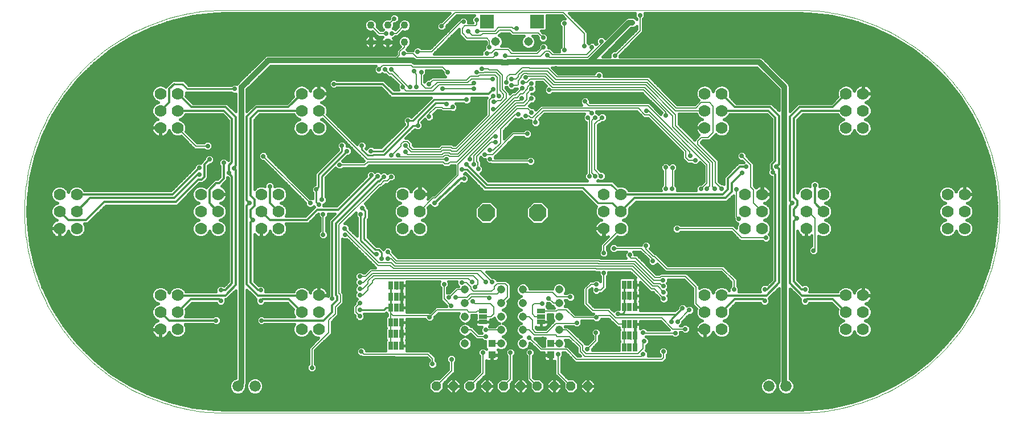
<source format=gbl>
G75*
%MOIN*%
%OFA0B0*%
%FSLAX25Y25*%
%IPPOS*%
%LPD*%
%AMOC8*
5,1,8,0,0,1.08239X$1,22.5*
%
%ADD10C,0.00000*%
%ADD11R,0.05000X0.02500*%
%ADD12R,0.02500X0.05000*%
%ADD13C,0.07000*%
%ADD14R,0.07874X0.07874*%
%ADD15C,0.05150*%
%ADD16OC8,0.10000*%
%ADD17OC8,0.05200*%
%ADD18C,0.06600*%
%ADD19C,0.04756*%
%ADD20C,0.04331*%
%ADD21R,0.04331X0.03937*%
%ADD22OC8,0.02420*%
%ADD23C,0.03200*%
%ADD24C,0.00600*%
%ADD25C,0.01000*%
%ADD26C,0.01600*%
%ADD27C,0.01200*%
D10*
X0191692Y0005402D02*
X0526337Y0005402D01*
X0644447Y0123513D02*
X0644413Y0126367D01*
X0644309Y0129219D01*
X0644137Y0132068D01*
X0643896Y0134912D01*
X0643586Y0137750D01*
X0643208Y0140579D01*
X0642761Y0143398D01*
X0642247Y0146205D01*
X0641664Y0148999D01*
X0641015Y0151779D01*
X0640298Y0154541D01*
X0639515Y0157286D01*
X0638666Y0160011D01*
X0637752Y0162715D01*
X0636772Y0165395D01*
X0635727Y0168052D01*
X0634619Y0170682D01*
X0633448Y0173285D01*
X0632214Y0175858D01*
X0630918Y0178401D01*
X0629561Y0180913D01*
X0628144Y0183390D01*
X0626668Y0185833D01*
X0625132Y0188239D01*
X0623540Y0190607D01*
X0621890Y0192936D01*
X0620185Y0195225D01*
X0618424Y0197472D01*
X0616610Y0199675D01*
X0614744Y0201834D01*
X0612825Y0203948D01*
X0610856Y0206014D01*
X0608838Y0208032D01*
X0606772Y0210001D01*
X0604658Y0211920D01*
X0602499Y0213786D01*
X0600296Y0215600D01*
X0598049Y0217361D01*
X0595760Y0219066D01*
X0593431Y0220716D01*
X0591063Y0222308D01*
X0588657Y0223844D01*
X0586214Y0225320D01*
X0583737Y0226737D01*
X0581225Y0228094D01*
X0578682Y0229390D01*
X0576109Y0230624D01*
X0573506Y0231795D01*
X0570876Y0232903D01*
X0568219Y0233948D01*
X0565539Y0234928D01*
X0562835Y0235842D01*
X0560110Y0236691D01*
X0557365Y0237474D01*
X0554603Y0238191D01*
X0551823Y0238840D01*
X0549029Y0239423D01*
X0546222Y0239937D01*
X0543403Y0240384D01*
X0540574Y0240762D01*
X0537736Y0241072D01*
X0534892Y0241313D01*
X0532043Y0241485D01*
X0529191Y0241589D01*
X0526337Y0241623D01*
X0191692Y0241623D01*
X0188838Y0241589D01*
X0185986Y0241485D01*
X0183137Y0241313D01*
X0180293Y0241072D01*
X0177455Y0240762D01*
X0174626Y0240384D01*
X0171807Y0239937D01*
X0169000Y0239423D01*
X0166206Y0238840D01*
X0163426Y0238191D01*
X0160664Y0237474D01*
X0157919Y0236691D01*
X0155194Y0235842D01*
X0152490Y0234928D01*
X0149810Y0233948D01*
X0147153Y0232903D01*
X0144523Y0231795D01*
X0141920Y0230624D01*
X0139347Y0229390D01*
X0136804Y0228094D01*
X0134292Y0226737D01*
X0131815Y0225320D01*
X0129372Y0223844D01*
X0126966Y0222308D01*
X0124598Y0220716D01*
X0122269Y0219066D01*
X0119980Y0217361D01*
X0117733Y0215600D01*
X0115530Y0213786D01*
X0113371Y0211920D01*
X0111257Y0210001D01*
X0109191Y0208032D01*
X0107173Y0206014D01*
X0105204Y0203948D01*
X0103285Y0201834D01*
X0101419Y0199675D01*
X0099605Y0197472D01*
X0097844Y0195225D01*
X0096139Y0192936D01*
X0094489Y0190607D01*
X0092897Y0188239D01*
X0091361Y0185833D01*
X0089885Y0183390D01*
X0088468Y0180913D01*
X0087111Y0178401D01*
X0085815Y0175858D01*
X0084581Y0173285D01*
X0083410Y0170682D01*
X0082302Y0168052D01*
X0081257Y0165395D01*
X0080277Y0162715D01*
X0079363Y0160011D01*
X0078514Y0157286D01*
X0077731Y0154541D01*
X0077014Y0151779D01*
X0076365Y0148999D01*
X0075782Y0146205D01*
X0075268Y0143398D01*
X0074821Y0140579D01*
X0074443Y0137750D01*
X0074133Y0134912D01*
X0073892Y0132068D01*
X0073720Y0129219D01*
X0073616Y0126367D01*
X0073582Y0123513D01*
X0073616Y0120659D01*
X0073720Y0117807D01*
X0073892Y0114958D01*
X0074133Y0112114D01*
X0074443Y0109276D01*
X0074821Y0106447D01*
X0075268Y0103628D01*
X0075782Y0100821D01*
X0076365Y0098027D01*
X0077014Y0095247D01*
X0077731Y0092485D01*
X0078514Y0089740D01*
X0079363Y0087015D01*
X0080277Y0084311D01*
X0081257Y0081631D01*
X0082302Y0078974D01*
X0083410Y0076344D01*
X0084581Y0073741D01*
X0085815Y0071168D01*
X0087111Y0068625D01*
X0088468Y0066113D01*
X0089885Y0063636D01*
X0091361Y0061193D01*
X0092897Y0058787D01*
X0094489Y0056419D01*
X0096139Y0054090D01*
X0097844Y0051801D01*
X0099605Y0049554D01*
X0101419Y0047351D01*
X0103285Y0045192D01*
X0105204Y0043078D01*
X0107173Y0041012D01*
X0109191Y0038994D01*
X0111257Y0037025D01*
X0113371Y0035106D01*
X0115530Y0033240D01*
X0117733Y0031426D01*
X0119980Y0029665D01*
X0122269Y0027960D01*
X0124598Y0026310D01*
X0126966Y0024718D01*
X0129372Y0023182D01*
X0131815Y0021706D01*
X0134292Y0020289D01*
X0136804Y0018932D01*
X0139347Y0017636D01*
X0141920Y0016402D01*
X0144523Y0015231D01*
X0147153Y0014123D01*
X0149810Y0013078D01*
X0152490Y0012098D01*
X0155194Y0011184D01*
X0157919Y0010335D01*
X0160664Y0009552D01*
X0163426Y0008835D01*
X0166206Y0008186D01*
X0169000Y0007603D01*
X0171807Y0007089D01*
X0174626Y0006642D01*
X0177455Y0006264D01*
X0180293Y0005954D01*
X0183137Y0005713D01*
X0185986Y0005541D01*
X0188838Y0005437D01*
X0191692Y0005403D01*
X0526337Y0005403D02*
X0529191Y0005437D01*
X0532043Y0005541D01*
X0534892Y0005713D01*
X0537736Y0005954D01*
X0540574Y0006264D01*
X0543403Y0006642D01*
X0546222Y0007089D01*
X0549029Y0007603D01*
X0551823Y0008186D01*
X0554603Y0008835D01*
X0557365Y0009552D01*
X0560110Y0010335D01*
X0562835Y0011184D01*
X0565539Y0012098D01*
X0568219Y0013078D01*
X0570876Y0014123D01*
X0573506Y0015231D01*
X0576109Y0016402D01*
X0578682Y0017636D01*
X0581225Y0018932D01*
X0583737Y0020289D01*
X0586214Y0021706D01*
X0588657Y0023182D01*
X0591063Y0024718D01*
X0593431Y0026310D01*
X0595760Y0027960D01*
X0598049Y0029665D01*
X0600296Y0031426D01*
X0602499Y0033240D01*
X0604658Y0035106D01*
X0606772Y0037025D01*
X0608838Y0038994D01*
X0610856Y0041012D01*
X0612825Y0043078D01*
X0614744Y0045192D01*
X0616610Y0047351D01*
X0618424Y0049554D01*
X0620185Y0051801D01*
X0621890Y0054090D01*
X0623540Y0056419D01*
X0625132Y0058787D01*
X0626668Y0061193D01*
X0628144Y0063636D01*
X0629561Y0066113D01*
X0630918Y0068625D01*
X0632214Y0071168D01*
X0633448Y0073741D01*
X0634619Y0076344D01*
X0635727Y0078974D01*
X0636772Y0081631D01*
X0637752Y0084311D01*
X0638666Y0087015D01*
X0639515Y0089740D01*
X0640298Y0092485D01*
X0641015Y0095247D01*
X0641664Y0098027D01*
X0642247Y0100821D01*
X0642761Y0103628D01*
X0643208Y0106447D01*
X0643586Y0109276D01*
X0643896Y0112114D01*
X0644137Y0114958D01*
X0644309Y0117807D01*
X0644413Y0120659D01*
X0644447Y0123513D01*
D11*
X0375870Y0065074D03*
X0375870Y0061874D03*
X0375870Y0058674D03*
X0341972Y0058753D03*
X0341972Y0061953D03*
X0341972Y0065153D03*
D12*
X0294365Y0067253D03*
X0291165Y0067253D03*
X0287965Y0067253D03*
X0287965Y0073532D03*
X0291165Y0073532D03*
X0294365Y0073532D03*
X0294365Y0080058D03*
X0291165Y0080058D03*
X0287965Y0080058D03*
X0287901Y0058552D03*
X0291101Y0058552D03*
X0294301Y0058552D03*
X0294301Y0051662D03*
X0291101Y0051662D03*
X0287901Y0051662D03*
X0287901Y0044772D03*
X0291101Y0044772D03*
X0294301Y0044772D03*
X0424510Y0043788D03*
X0427710Y0043788D03*
X0430910Y0043788D03*
X0430910Y0050678D03*
X0427710Y0050678D03*
X0424510Y0050678D03*
X0424510Y0057445D03*
X0427710Y0057445D03*
X0430910Y0057445D03*
X0430910Y0067568D03*
X0427710Y0067568D03*
X0424510Y0067568D03*
X0424510Y0074083D03*
X0427710Y0074083D03*
X0430910Y0074083D03*
X0430910Y0080599D03*
X0427710Y0080599D03*
X0424510Y0080599D03*
D13*
X0471692Y0074457D03*
X0481692Y0074457D03*
X0481692Y0064457D03*
X0471692Y0064457D03*
X0471692Y0054457D03*
X0481692Y0054457D03*
X0554369Y0054457D03*
X0564369Y0054457D03*
X0564369Y0064457D03*
X0554369Y0064457D03*
X0554369Y0074457D03*
X0564369Y0074457D03*
X0541180Y0113513D03*
X0531180Y0113513D03*
X0505314Y0113513D03*
X0495314Y0113513D03*
X0495314Y0123513D03*
X0505314Y0123513D03*
X0505314Y0133513D03*
X0495314Y0133513D03*
X0531180Y0133513D03*
X0541180Y0133513D03*
X0541180Y0123513D03*
X0531180Y0123513D03*
X0613857Y0123513D03*
X0623857Y0123513D03*
X0623857Y0133513D03*
X0613857Y0133513D03*
X0613857Y0113513D03*
X0623857Y0113513D03*
X0564369Y0172568D03*
X0554369Y0172568D03*
X0554369Y0182568D03*
X0564369Y0182568D03*
X0564369Y0192568D03*
X0554369Y0192568D03*
X0481692Y0192568D03*
X0471692Y0192568D03*
X0471692Y0182568D03*
X0481692Y0182568D03*
X0481692Y0172568D03*
X0471692Y0172568D03*
X0422637Y0133513D03*
X0412637Y0133513D03*
X0412637Y0123513D03*
X0422637Y0123513D03*
X0422637Y0113513D03*
X0412637Y0113513D03*
X0304959Y0113513D03*
X0294959Y0113513D03*
X0294959Y0123513D03*
X0304959Y0123513D03*
X0304959Y0133513D03*
X0294959Y0133513D03*
X0222282Y0133513D03*
X0212282Y0133513D03*
X0212282Y0123513D03*
X0222282Y0123513D03*
X0222282Y0113513D03*
X0212282Y0113513D03*
X0186849Y0113513D03*
X0176849Y0113513D03*
X0176849Y0123513D03*
X0186849Y0123513D03*
X0186849Y0133513D03*
X0176849Y0133513D03*
X0104172Y0133513D03*
X0094172Y0133513D03*
X0094172Y0123513D03*
X0104172Y0123513D03*
X0104172Y0113513D03*
X0094172Y0113513D03*
X0153227Y0074457D03*
X0163227Y0074457D03*
X0163227Y0064457D03*
X0153227Y0064457D03*
X0153227Y0054457D03*
X0163227Y0054457D03*
X0235904Y0054457D03*
X0245904Y0054457D03*
X0245904Y0064457D03*
X0235904Y0064457D03*
X0235904Y0074457D03*
X0245904Y0074457D03*
X0245904Y0172568D03*
X0235904Y0172568D03*
X0235904Y0182568D03*
X0245904Y0182568D03*
X0245904Y0192568D03*
X0235904Y0192568D03*
X0163227Y0192568D03*
X0153227Y0192568D03*
X0153227Y0182568D03*
X0163227Y0182568D03*
X0163227Y0172568D03*
X0153227Y0172568D03*
D14*
X0344251Y0234930D03*
X0373778Y0234930D03*
D15*
X0368562Y0223001D03*
X0349467Y0223001D03*
D16*
X0344015Y0122774D03*
X0374015Y0122774D03*
D17*
X0373700Y0021150D03*
X0383700Y0021150D03*
X0393385Y0021150D03*
X0403385Y0021150D03*
X0364015Y0021150D03*
X0354015Y0021150D03*
X0344330Y0021150D03*
X0334330Y0021150D03*
X0324644Y0021150D03*
X0314644Y0021150D03*
D18*
X0208503Y0021150D03*
X0198503Y0021150D03*
X0509300Y0021150D03*
X0519300Y0021150D03*
D19*
X0386515Y0046180D03*
X0365373Y0046180D03*
X0352578Y0046180D03*
X0331436Y0046180D03*
X0331436Y0054054D03*
X0352578Y0054054D03*
X0365373Y0054054D03*
X0386515Y0054054D03*
X0386515Y0061928D03*
X0365373Y0061928D03*
X0352578Y0061928D03*
X0331436Y0061928D03*
X0331436Y0069802D03*
X0331436Y0077676D03*
X0352578Y0077676D03*
X0352578Y0069802D03*
X0365373Y0069802D03*
X0365373Y0077676D03*
X0386515Y0077676D03*
X0386515Y0069802D03*
D20*
X0296022Y0222922D03*
X0286180Y0222922D03*
X0276337Y0222922D03*
X0276337Y0232765D03*
X0286180Y0232765D03*
X0296022Y0232765D03*
D21*
X0347204Y0046150D03*
X0347204Y0039457D03*
X0381652Y0039457D03*
X0381652Y0046150D03*
D22*
X0376891Y0048700D03*
X0369103Y0049571D03*
X0358645Y0045388D03*
X0358030Y0040835D03*
X0369472Y0040835D03*
X0385989Y0039851D03*
X0390415Y0039502D03*
X0397615Y0039302D03*
X0403040Y0042851D03*
X0392240Y0045552D03*
X0408104Y0052477D03*
X0401337Y0058552D03*
X0396908Y0058183D03*
X0408473Y0061382D03*
X0401337Y0065442D03*
X0397400Y0065442D03*
X0397400Y0069379D03*
X0382637Y0067410D03*
X0376731Y0069379D03*
X0380356Y0072644D03*
X0372122Y0079175D03*
X0358958Y0077868D03*
X0358645Y0069994D03*
X0345604Y0072824D03*
X0336018Y0070675D03*
X0326042Y0073326D03*
X0321916Y0073136D03*
X0323335Y0068148D03*
X0317676Y0069379D03*
X0313739Y0069379D03*
X0310786Y0061505D03*
X0319644Y0061505D03*
X0336254Y0060890D03*
X0337504Y0055265D03*
X0343513Y0054000D03*
X0343513Y0050309D03*
X0358645Y0055230D03*
X0375870Y0055230D03*
X0341913Y0044403D03*
X0341913Y0040835D03*
X0337361Y0040097D03*
X0323581Y0036898D03*
X0312386Y0034069D03*
X0324935Y0045757D03*
X0320998Y0053631D03*
X0291101Y0051662D03*
X0291101Y0044772D03*
X0270678Y0041451D03*
X0251731Y0045757D03*
X0256652Y0049694D03*
X0246810Y0041820D03*
X0237952Y0041820D03*
X0227125Y0041820D03*
X0211377Y0041820D03*
X0205471Y0041820D03*
X0194644Y0040835D03*
X0194644Y0044772D03*
X0194644Y0049694D03*
X0200550Y0049694D03*
X0205471Y0051662D03*
X0211377Y0051662D03*
X0227125Y0054615D03*
X0212361Y0059536D03*
X0211869Y0071101D03*
X0211869Y0077499D03*
X0200550Y0084143D03*
X0189723Y0089064D03*
X0183818Y0089064D03*
X0177912Y0089064D03*
X0189723Y0094969D03*
X0189723Y0099891D03*
X0183818Y0099891D03*
X0177912Y0099891D03*
X0177912Y0105796D03*
X0183818Y0105796D03*
X0189723Y0105796D03*
X0200550Y0106780D03*
X0200550Y0115146D03*
X0207440Y0118591D03*
X0192184Y0117484D03*
X0163148Y0125481D03*
X0154290Y0125481D03*
X0168070Y0130402D03*
X0158227Y0137292D03*
X0144448Y0137292D03*
X0139526Y0137292D03*
X0134605Y0137292D03*
X0129684Y0137292D03*
X0129684Y0146150D03*
X0134605Y0146150D03*
X0139526Y0146150D03*
X0144448Y0146150D03*
X0167085Y0146150D03*
X0175944Y0145166D03*
X0175944Y0149103D03*
X0175944Y0154024D03*
X0175944Y0158946D03*
X0181849Y0154024D03*
X0190215Y0152056D03*
X0196244Y0148980D03*
X0193168Y0146150D03*
X0200550Y0142952D03*
X0210393Y0141229D03*
X0217282Y0138276D03*
X0200550Y0135078D03*
X0205471Y0128434D03*
X0234999Y0126465D03*
X0240904Y0128434D03*
X0245826Y0127450D03*
X0247794Y0130402D03*
X0244349Y0136431D03*
X0251731Y0138276D03*
X0251731Y0143198D03*
X0241889Y0143198D03*
X0232046Y0145166D03*
X0220235Y0145166D03*
X0213345Y0155993D03*
X0209408Y0160914D03*
X0200550Y0165835D03*
X0191692Y0167804D03*
X0191692Y0161898D03*
X0180865Y0161898D03*
X0175944Y0164851D03*
X0209408Y0169772D03*
X0209408Y0174694D03*
X0186770Y0178631D03*
X0175944Y0178631D03*
X0181849Y0188473D03*
X0186770Y0188473D03*
X0211377Y0188473D03*
X0225156Y0188473D03*
X0225156Y0194379D03*
X0203503Y0199300D03*
X0196613Y0195363D03*
X0215314Y0203237D03*
X0225156Y0207174D03*
X0207440Y0213080D03*
X0218267Y0217017D03*
X0191692Y0204221D03*
X0186770Y0204221D03*
X0254684Y0198316D03*
X0258621Y0202253D03*
X0263542Y0202253D03*
X0268463Y0202253D03*
X0277076Y0206682D03*
X0281136Y0206805D03*
X0284704Y0206805D03*
X0288148Y0206682D03*
X0301805Y0205698D03*
X0305865Y0205206D03*
X0313985Y0205206D03*
X0321367Y0205206D03*
X0324935Y0211603D03*
X0338345Y0205206D03*
X0341298Y0207174D03*
X0347752Y0201269D03*
X0355769Y0199246D03*
X0358556Y0201058D03*
X0365233Y0199300D03*
X0367078Y0202007D03*
X0370456Y0198562D03*
X0370456Y0195363D03*
X0365053Y0195865D03*
X0358692Y0197331D03*
X0357605Y0193933D03*
X0351320Y0191113D03*
X0347875Y0191113D03*
X0348188Y0187735D03*
X0348065Y0183552D03*
X0362526Y0180420D03*
X0366889Y0179615D03*
X0370333Y0181583D03*
X0372794Y0175678D03*
X0375747Y0171741D03*
X0367873Y0169034D03*
X0356185Y0168788D03*
X0349229Y0167491D03*
X0349352Y0164170D03*
X0345850Y0159438D03*
X0343087Y0156977D03*
X0346096Y0154270D03*
X0336746Y0151072D03*
X0339206Y0148365D03*
X0332440Y0151072D03*
X0334408Y0154024D03*
X0329733Y0148119D03*
X0330963Y0142706D03*
X0348434Y0150210D03*
X0369841Y0153040D03*
X0375747Y0153040D03*
X0400353Y0154024D03*
X0411086Y0154024D03*
X0411081Y0144246D03*
X0407735Y0144182D03*
X0404290Y0144182D03*
X0441692Y0146150D03*
X0448951Y0149349D03*
X0452888Y0149226D03*
X0461377Y0146150D03*
X0466175Y0153532D03*
X0463222Y0156116D03*
X0471834Y0162760D03*
X0464945Y0168665D03*
X0452149Y0162760D03*
X0446244Y0168665D03*
X0440338Y0174571D03*
X0448951Y0179738D03*
X0437755Y0182568D03*
X0425575Y0180476D03*
X0416529Y0180476D03*
X0411706Y0178621D03*
X0407612Y0178631D03*
X0405520Y0181214D03*
X0403306Y0178631D03*
X0399615Y0178631D03*
X0401706Y0187996D03*
X0399047Y0190631D03*
X0412779Y0190319D03*
X0425575Y0190319D03*
X0437386Y0189334D03*
X0450806Y0192287D03*
X0456086Y0186694D03*
X0464945Y0186694D03*
X0499394Y0174571D03*
X0504315Y0174571D03*
X0504315Y0169649D03*
X0509236Y0169649D03*
X0518463Y0165835D03*
X0528921Y0169649D03*
X0533842Y0169649D03*
X0538764Y0169649D03*
X0538764Y0174571D03*
X0533842Y0174571D03*
X0528921Y0174571D03*
X0528921Y0188350D03*
X0533842Y0188350D03*
X0538764Y0188350D03*
X0523016Y0194256D03*
X0514157Y0194256D03*
X0512558Y0202253D03*
X0498409Y0205082D03*
X0490535Y0205082D03*
X0490535Y0215909D03*
X0503331Y0215909D03*
X0450181Y0215909D03*
X0427543Y0215663D03*
X0419206Y0214871D03*
X0414871Y0215540D03*
X0405767Y0219846D03*
X0401460Y0220461D03*
X0405767Y0223414D03*
X0411180Y0223291D03*
X0422100Y0221748D03*
X0411549Y0230673D03*
X0405767Y0230673D03*
X0389526Y0233749D03*
X0378331Y0228705D03*
X0385097Y0227720D03*
X0377223Y0225383D03*
X0377346Y0219723D03*
X0373163Y0219723D03*
X0379561Y0215294D03*
X0389526Y0218001D03*
X0399189Y0211111D03*
X0401337Y0205784D03*
X0409831Y0203308D03*
X0414967Y0204098D03*
X0425575Y0204098D03*
X0437386Y0204098D03*
X0450181Y0206067D03*
X0384674Y0207363D03*
X0362459Y0212029D03*
X0354831Y0214679D03*
X0349654Y0215786D03*
X0344251Y0216269D03*
X0345769Y0219871D03*
X0343220Y0222580D03*
X0353845Y0227268D03*
X0361475Y0230796D03*
X0338744Y0229320D03*
X0333274Y0229175D03*
X0334558Y0234809D03*
X0334558Y0237686D03*
X0338269Y0235808D03*
X0330594Y0234713D03*
X0321296Y0231847D03*
X0317676Y0232149D03*
X0314108Y0231847D03*
X0304266Y0232765D03*
X0304266Y0228828D03*
X0288641Y0227966D03*
X0285319Y0227843D03*
X0289994Y0236579D03*
X0282243Y0217017D03*
X0277322Y0217017D03*
X0272400Y0217017D03*
X0295776Y0216032D03*
X0303773Y0217263D03*
X0310294Y0198193D03*
X0303035Y0196593D03*
X0299344Y0196593D03*
X0295038Y0196347D03*
X0291593Y0196347D03*
X0286057Y0200407D03*
X0268463Y0194379D03*
X0263542Y0194379D03*
X0258621Y0194379D03*
X0290117Y0184536D03*
X0302912Y0184536D03*
X0310417Y0179123D03*
X0297991Y0176662D03*
X0303896Y0173832D03*
X0313739Y0172725D03*
X0303896Y0165835D03*
X0298237Y0167189D03*
X0296515Y0162144D03*
X0296515Y0158454D03*
X0292331Y0156362D03*
X0288148Y0156362D03*
X0276337Y0158946D03*
X0266864Y0156116D03*
X0262435Y0158946D03*
X0252715Y0156977D03*
X0246810Y0156977D03*
X0240904Y0156977D03*
X0258129Y0150826D03*
X0274984Y0148734D03*
X0276583Y0144674D03*
X0280274Y0144182D03*
X0283965Y0143936D03*
X0288148Y0143813D03*
X0285196Y0137292D03*
X0265142Y0137907D03*
X0285196Y0128434D03*
X0271416Y0125604D03*
X0280274Y0125481D03*
X0270432Y0121790D03*
X0266495Y0120560D03*
X0248409Y0121790D03*
X0244841Y0120683D03*
X0261081Y0113547D03*
X0261205Y0109979D03*
X0266495Y0112686D03*
X0280274Y0112686D03*
X0285196Y0112686D03*
X0248409Y0109979D03*
X0243611Y0110102D03*
X0214330Y0099891D03*
X0209408Y0094969D03*
X0219251Y0092017D03*
X0214330Y0087095D03*
X0223188Y0095954D03*
X0249763Y0093985D03*
X0249763Y0089064D03*
X0249763Y0084143D03*
X0261574Y0084143D03*
X0261574Y0089064D03*
X0269940Y0085496D03*
X0269940Y0081928D03*
X0269940Y0078114D03*
X0261574Y0079221D03*
X0261574Y0074300D03*
X0253700Y0072331D03*
X0269940Y0074423D03*
X0269940Y0069748D03*
X0269940Y0065688D03*
X0269940Y0061997D03*
X0291101Y0058552D03*
X0291165Y0067253D03*
X0291165Y0073532D03*
X0291165Y0080058D03*
X0319152Y0080944D03*
X0325304Y0081682D03*
X0329534Y0081862D03*
X0335639Y0082051D03*
X0337361Y0079221D03*
X0343759Y0082174D03*
X0347327Y0082174D03*
X0352125Y0087095D03*
X0357046Y0087095D03*
X0361967Y0087095D03*
X0375747Y0097922D03*
X0379684Y0097922D03*
X0383621Y0097922D03*
X0407243Y0097922D03*
X0412656Y0099152D03*
X0417085Y0096938D03*
X0422007Y0096938D03*
X0427956Y0097996D03*
X0418562Y0101859D03*
X0422007Y0105796D03*
X0437386Y0103335D03*
X0446613Y0098906D03*
X0450550Y0094969D03*
X0441323Y0094477D03*
X0441020Y0090048D03*
X0444644Y0090048D03*
X0447474Y0083158D03*
X0447597Y0079713D03*
X0447720Y0076022D03*
X0435493Y0077221D03*
X0427710Y0074083D03*
X0427710Y0067568D03*
X0421022Y0063473D03*
X0427710Y0057445D03*
X0434243Y0057533D03*
X0435786Y0052646D03*
X0427710Y0050678D03*
X0436394Y0047371D03*
X0427710Y0043788D03*
X0420365Y0044927D03*
X0435769Y0039871D03*
X0447597Y0041451D03*
X0457440Y0038867D03*
X0452519Y0048709D03*
X0454610Y0052154D03*
X0460393Y0054615D03*
X0460393Y0058552D03*
X0455840Y0058921D03*
X0452371Y0058946D03*
X0465626Y0062442D03*
X0462792Y0065749D03*
X0458670Y0066795D03*
X0460393Y0072331D03*
X0454487Y0072331D03*
X0447720Y0072455D03*
X0448581Y0067410D03*
X0427710Y0080599D03*
X0408350Y0080821D03*
X0408350Y0077376D03*
X0404868Y0077034D03*
X0393094Y0073439D03*
X0402681Y0081721D03*
X0402681Y0085658D03*
X0398744Y0085658D03*
X0412656Y0087408D03*
X0455471Y0108749D03*
X0455594Y0113424D03*
X0447597Y0116623D03*
X0473188Y0116623D03*
X0473188Y0110717D03*
X0468267Y0105796D03*
X0473188Y0100875D03*
X0473188Y0093985D03*
X0468267Y0093985D03*
X0468267Y0087095D03*
X0473188Y0087095D03*
X0495826Y0089064D03*
X0500747Y0089064D03*
X0505668Y0089064D03*
X0518463Y0083158D03*
X0533227Y0083158D03*
X0538148Y0083158D03*
X0538148Y0089064D03*
X0533227Y0089064D03*
X0528306Y0089064D03*
X0550944Y0081190D03*
X0530520Y0077991D03*
X0522400Y0076515D03*
X0514526Y0076638D03*
X0506898Y0077991D03*
X0500747Y0078237D03*
X0495826Y0078237D03*
X0488936Y0077745D03*
X0506898Y0071101D03*
X0505299Y0064334D03*
X0530520Y0071101D03*
X0533227Y0068394D03*
X0531874Y0064334D03*
X0538148Y0068394D03*
X0539133Y0051662D03*
X0534211Y0051662D03*
X0529290Y0051662D03*
X0523016Y0051539D03*
X0518463Y0049694D03*
X0514157Y0051539D03*
X0514157Y0044649D03*
X0529290Y0041820D03*
X0534211Y0041820D03*
X0539133Y0041820D03*
X0554512Y0099768D03*
X0562386Y0099768D03*
X0569275Y0099768D03*
X0578134Y0099768D03*
X0570260Y0112563D03*
X0562386Y0112563D03*
X0554512Y0112563D03*
X0554512Y0119453D03*
X0525599Y0119576D03*
X0518463Y0116623D03*
X0510343Y0117238D03*
X0491706Y0119246D03*
X0507637Y0108011D03*
X0518463Y0107765D03*
X0535381Y0100571D03*
X0523139Y0128434D03*
X0518463Y0135816D03*
X0536180Y0138892D03*
X0528306Y0143444D03*
X0518463Y0144551D03*
X0511574Y0146643D03*
X0513788Y0149841D03*
X0496072Y0149841D03*
X0493572Y0146150D03*
X0484015Y0146150D03*
X0481631Y0136921D03*
X0477740Y0136800D03*
X0473065Y0136800D03*
X0469497Y0136677D03*
X0461377Y0137292D03*
X0452765Y0136923D03*
X0448951Y0136923D03*
X0441692Y0137292D03*
X0447597Y0128434D03*
X0456456Y0128434D03*
X0466298Y0128434D03*
X0473188Y0128434D03*
X0490456Y0136433D03*
X0536795Y0148980D03*
X0554512Y0146027D03*
X0562386Y0146027D03*
X0570260Y0146027D03*
X0577149Y0146027D03*
X0554512Y0138153D03*
X0554512Y0128311D03*
X0612582Y0141106D03*
X0538764Y0159807D03*
X0533842Y0159807D03*
X0528921Y0159807D03*
X0493365Y0156116D03*
X0489551Y0162760D03*
X0411086Y0166820D03*
X0400353Y0166820D03*
X0357292Y0163006D03*
X0332440Y0170757D03*
X0327519Y0181583D03*
X0324320Y0184782D03*
X0320629Y0186505D03*
X0332440Y0189064D03*
X0347875Y0195050D03*
X0336746Y0195363D03*
X0336746Y0198808D03*
X0318168Y0195363D03*
X0364797Y0189950D03*
X0370456Y0189704D03*
X0380668Y0194748D03*
X0271047Y0162144D03*
X0259359Y0162144D03*
X0266495Y0167804D03*
X0262558Y0171741D03*
X0258621Y0175678D03*
X0252715Y0169772D03*
X0320629Y0154024D03*
X0313739Y0128434D03*
X0304881Y0097922D03*
X0300944Y0097922D03*
X0297007Y0097922D03*
X0286180Y0099891D03*
X0286180Y0095831D03*
X0282489Y0095954D03*
X0279659Y0098414D03*
X0326534Y0097922D03*
X0330471Y0097922D03*
X0334408Y0097922D03*
X0188493Y0077499D03*
X0183818Y0077253D03*
X0177912Y0077253D03*
X0188493Y0071101D03*
X0183818Y0068394D03*
X0177912Y0068394D03*
X0185786Y0059536D03*
X0173360Y0056830D03*
X0178527Y0053631D03*
X0184433Y0053631D03*
X0241889Y0031977D03*
X0144448Y0099891D03*
X0139526Y0099891D03*
X0134605Y0099891D03*
X0129684Y0099891D03*
X0129684Y0105796D03*
X0134605Y0105796D03*
X0139526Y0105796D03*
X0144448Y0105796D03*
X0125747Y0125481D03*
X0429389Y0234241D03*
X0433894Y0238621D03*
X0405297Y0237610D03*
D23*
X0427420Y0234241D02*
X0404290Y0211111D01*
X0399189Y0211111D01*
X0503700Y0211111D01*
X0512558Y0202253D01*
X0518463Y0196347D01*
X0518463Y0165835D01*
X0518463Y0144551D01*
X0518463Y0135816D01*
X0518463Y0116623D01*
X0518463Y0107765D01*
X0518463Y0083158D01*
X0518463Y0049694D01*
X0518463Y0022135D01*
X0519300Y0021298D01*
X0519300Y0021150D01*
X0200550Y0023198D02*
X0198503Y0021150D01*
X0200550Y0023198D02*
X0200550Y0049694D01*
X0200550Y0084143D01*
X0200550Y0106780D01*
X0200550Y0115146D01*
X0200550Y0135078D01*
X0200550Y0142952D01*
X0200550Y0165835D01*
X0200550Y0196347D01*
X0203503Y0199300D01*
X0216298Y0212095D01*
X0290117Y0212095D01*
X0300944Y0212095D01*
X0301928Y0211111D01*
X0324566Y0211111D01*
X0352966Y0211111D01*
X0353269Y0210808D01*
X0356394Y0210808D01*
X0356706Y0211121D01*
X0399189Y0211111D01*
X0427420Y0234241D02*
X0429389Y0234241D01*
D24*
X0433894Y0238621D02*
X0433894Y0229558D01*
X0419206Y0214871D01*
X0411180Y0221938D02*
X0411180Y0223291D01*
X0411180Y0221938D02*
X0403183Y0213941D01*
X0380914Y0213941D01*
X0379561Y0215294D01*
X0380545Y0217632D02*
X0382760Y0215417D01*
X0402568Y0215417D01*
X0405767Y0218616D01*
X0405767Y0219846D01*
X0401460Y0220461D02*
X0401460Y0227843D01*
X0389034Y0240269D01*
X0325796Y0240269D01*
X0317676Y0232149D01*
X0329344Y0234713D02*
X0330594Y0234713D01*
X0329344Y0234713D02*
X0311894Y0217263D01*
X0303773Y0217263D01*
X0301067Y0216032D02*
X0303158Y0213941D01*
X0347809Y0213941D01*
X0349654Y0215786D01*
X0348860Y0218436D02*
X0356487Y0218436D01*
X0358769Y0216155D01*
X0373778Y0216155D01*
X0377346Y0219723D01*
X0378577Y0217632D02*
X0375501Y0214556D01*
X0354955Y0214556D01*
X0354831Y0214679D01*
X0348860Y0218436D02*
X0346825Y0216401D01*
X0344430Y0216401D01*
X0344251Y0216269D01*
X0345769Y0219871D02*
X0345769Y0223621D01*
X0344206Y0225183D01*
X0332644Y0225183D01*
X0329831Y0227996D01*
X0329831Y0230808D01*
X0331394Y0232371D01*
X0337644Y0232371D01*
X0338269Y0232996D01*
X0338269Y0235808D01*
X0338744Y0229320D02*
X0348968Y0229320D01*
X0351081Y0231433D01*
X0358869Y0231433D01*
X0359507Y0230796D01*
X0361475Y0230796D01*
X0359519Y0228308D02*
X0357956Y0229871D01*
X0351706Y0229871D01*
X0349679Y0227843D01*
X0341866Y0227843D01*
X0340769Y0226746D01*
X0335703Y0226746D01*
X0333274Y0229175D01*
X0359519Y0228308D02*
X0374298Y0228308D01*
X0377223Y0225383D01*
X0374763Y0227843D01*
X0389526Y0233749D02*
X0389526Y0218001D01*
X0380545Y0217632D02*
X0378577Y0217632D01*
X0362459Y0212029D02*
X0361721Y0211603D01*
X0324935Y0211603D01*
X0324935Y0211480D01*
X0324566Y0211111D01*
X0321367Y0205206D02*
X0318414Y0208158D01*
X0300944Y0208158D01*
X0299959Y0209143D01*
X0283473Y0209143D01*
X0281136Y0206805D01*
X0284704Y0206805D02*
X0287287Y0204221D01*
X0288518Y0204221D01*
X0295038Y0197701D01*
X0295038Y0196347D01*
X0297130Y0194256D01*
X0312755Y0194256D01*
X0316200Y0197701D01*
X0335639Y0197701D01*
X0336746Y0198808D01*
X0335146Y0201269D02*
X0333055Y0199177D01*
X0315215Y0199177D01*
X0311770Y0195732D01*
X0308326Y0195732D01*
X0305865Y0198193D01*
X0305865Y0205206D01*
X0303035Y0203975D02*
X0301805Y0205698D01*
X0303035Y0203975D02*
X0303035Y0196593D01*
X0299344Y0196593D02*
X0298237Y0196593D01*
X0288148Y0206682D01*
X0290117Y0212095D02*
X0293070Y0215048D01*
X0293070Y0217017D01*
X0296022Y0219969D01*
X0296022Y0222922D01*
X0295776Y0216032D02*
X0301067Y0216032D01*
X0291224Y0227966D02*
X0296022Y0232765D01*
X0289994Y0236579D02*
X0286180Y0232765D01*
X0281259Y0227843D02*
X0276337Y0232765D01*
X0281259Y0227843D02*
X0285319Y0227843D01*
X0288641Y0227966D02*
X0291224Y0227966D01*
X0341298Y0207174D02*
X0345112Y0207174D01*
X0345727Y0206559D01*
X0350279Y0206559D01*
X0353289Y0203550D01*
X0353289Y0194994D01*
X0355570Y0192713D01*
X0355570Y0189950D01*
X0349172Y0183552D01*
X0348065Y0183552D01*
X0345604Y0179861D02*
X0345604Y0188842D01*
X0347875Y0191113D01*
X0350336Y0192098D02*
X0350336Y0202319D01*
X0349049Y0203606D01*
X0343144Y0203606D01*
X0342897Y0203360D01*
X0339822Y0203360D01*
X0339330Y0202868D01*
X0334654Y0202868D01*
X0332440Y0200653D01*
X0312755Y0200653D01*
X0310294Y0198193D01*
X0318168Y0195363D02*
X0336746Y0195363D01*
X0335146Y0201269D02*
X0347752Y0201269D01*
X0349664Y0205082D02*
X0351812Y0202934D01*
X0351812Y0194379D01*
X0354093Y0192098D01*
X0354093Y0190565D01*
X0352181Y0188653D01*
X0350459Y0188653D01*
X0349541Y0187735D01*
X0348188Y0187735D01*
X0351320Y0191113D02*
X0350336Y0192098D01*
X0359630Y0191795D02*
X0360983Y0191795D01*
X0365053Y0195865D01*
X0368119Y0196347D02*
X0368119Y0195363D01*
X0365166Y0192410D01*
X0363936Y0192410D01*
X0361844Y0190319D01*
X0360245Y0190319D01*
X0327149Y0157223D01*
X0322966Y0157223D01*
X0322228Y0157961D01*
X0319029Y0157961D01*
X0318045Y0156977D01*
X0297991Y0156977D01*
X0296515Y0158454D01*
X0296515Y0161898D02*
X0299959Y0158454D01*
X0317430Y0158454D01*
X0318414Y0159438D01*
X0322843Y0159438D01*
X0323581Y0158700D01*
X0326534Y0158700D01*
X0359630Y0191795D01*
X0360614Y0188596D02*
X0363444Y0188596D01*
X0364797Y0189950D01*
X0365658Y0187120D02*
X0361229Y0187120D01*
X0326657Y0152548D01*
X0322597Y0152548D01*
X0321613Y0151564D01*
X0319768Y0151564D01*
X0318783Y0152548D01*
X0274492Y0152548D01*
X0272769Y0150826D01*
X0258129Y0150826D01*
X0274369Y0154024D02*
X0320629Y0154024D01*
X0322351Y0155747D02*
X0321613Y0156485D01*
X0319644Y0156485D01*
X0318660Y0155501D01*
X0293070Y0155501D01*
X0292331Y0156362D01*
X0288394Y0156239D02*
X0294054Y0161898D01*
X0294054Y0163129D01*
X0295530Y0164605D01*
X0297499Y0164605D01*
X0298975Y0163129D01*
X0298975Y0161652D01*
X0300698Y0159930D01*
X0316815Y0159930D01*
X0318045Y0161160D01*
X0323212Y0161160D01*
X0323828Y0160545D01*
X0326288Y0160545D01*
X0345604Y0179861D01*
X0352248Y0171741D02*
X0360926Y0180420D01*
X0362526Y0180420D01*
X0362090Y0183675D02*
X0368242Y0183675D01*
X0370333Y0181583D01*
X0369718Y0182199D01*
X0368857Y0179615D02*
X0369841Y0178631D01*
X0371072Y0178631D01*
X0376485Y0184044D01*
X0432833Y0184044D01*
X0436770Y0180107D01*
X0439354Y0180107D01*
X0460639Y0158823D01*
X0460639Y0155255D01*
X0462361Y0153532D01*
X0466175Y0153532D01*
X0463222Y0156116D02*
X0463099Y0156239D01*
X0463099Y0158577D01*
X0439108Y0182568D01*
X0437755Y0182568D01*
X0438493Y0185520D02*
X0473065Y0150949D01*
X0473065Y0140245D01*
X0469497Y0136677D01*
X0473065Y0136800D02*
X0474664Y0138399D01*
X0474664Y0151687D01*
X0453134Y0173217D01*
X0453134Y0179615D01*
X0436524Y0196224D01*
X0382637Y0196224D01*
X0377592Y0201269D01*
X0369718Y0201269D01*
X0367750Y0199300D01*
X0365233Y0199300D01*
X0362582Y0200284D02*
X0362582Y0197947D01*
X0361967Y0197331D01*
X0358692Y0197331D01*
X0356081Y0199558D02*
X0355769Y0199246D01*
X0356081Y0199558D02*
X0356081Y0202371D01*
X0357644Y0203933D01*
X0361081Y0203933D01*
X0364831Y0207683D01*
X0368894Y0207683D01*
X0369206Y0207371D01*
X0380144Y0207371D01*
X0385144Y0202371D01*
X0408894Y0202371D01*
X0409831Y0203308D01*
X0384581Y0200883D02*
X0438381Y0200883D01*
X0454981Y0184283D01*
X0466694Y0184283D01*
X0469781Y0187371D01*
X0474581Y0187371D01*
X0476781Y0185171D01*
X0476781Y0169971D01*
X0473781Y0166971D01*
X0469781Y0166971D01*
X0467781Y0164971D01*
X0467781Y0162971D01*
X0478094Y0152658D01*
X0478094Y0140458D01*
X0481631Y0136921D01*
X0477740Y0136800D02*
X0476387Y0138153D01*
X0476387Y0152302D01*
X0454733Y0173956D01*
X0454733Y0180230D01*
X0437263Y0197701D01*
X0383375Y0197701D01*
X0378331Y0202745D01*
X0367816Y0202745D01*
X0367078Y0202007D01*
X0368119Y0204221D02*
X0378946Y0204221D01*
X0383990Y0199177D01*
X0437878Y0199177D01*
X0454487Y0182568D01*
X0471692Y0182568D01*
X0448951Y0181706D02*
X0448951Y0179738D01*
X0448951Y0181706D02*
X0435909Y0194748D01*
X0380668Y0194748D01*
X0370456Y0195363D02*
X0367750Y0192656D01*
X0367750Y0189211D01*
X0365658Y0187120D01*
X0366273Y0185520D02*
X0361721Y0185520D01*
X0327395Y0151195D01*
X0327395Y0144674D01*
X0314108Y0131387D01*
X0312755Y0131387D01*
X0304959Y0123591D01*
X0304959Y0123513D01*
X0284088Y0141475D02*
X0281874Y0139261D01*
X0281259Y0139261D01*
X0257760Y0115762D01*
X0257760Y0075407D01*
X0258498Y0074669D01*
X0258498Y0070609D01*
X0255545Y0067656D01*
X0255545Y0063596D01*
X0251731Y0059782D01*
X0251731Y0052646D01*
X0241889Y0042804D01*
X0241889Y0031977D01*
X0270678Y0041451D02*
X0272154Y0039974D01*
X0309802Y0039851D01*
X0312386Y0037268D01*
X0312386Y0034069D01*
X0323581Y0036898D02*
X0323581Y0030009D01*
X0314802Y0021229D01*
X0314723Y0021229D01*
X0314644Y0021150D01*
X0334330Y0021150D02*
X0341913Y0028734D01*
X0341913Y0040835D01*
X0347204Y0046150D02*
X0352548Y0046150D01*
X0352578Y0046180D01*
X0358030Y0040835D02*
X0358030Y0025087D01*
X0354093Y0021150D01*
X0354015Y0021150D01*
X0369472Y0025378D02*
X0373700Y0021150D01*
X0369472Y0025378D02*
X0369472Y0040835D01*
X0375993Y0042681D02*
X0369103Y0049571D01*
X0372019Y0051121D02*
X0384519Y0051121D01*
X0385456Y0050183D01*
X0392644Y0050183D01*
X0398894Y0044246D01*
X0398894Y0041433D01*
X0401706Y0038621D01*
X0434519Y0038621D01*
X0435769Y0039871D01*
X0432644Y0040183D02*
X0435769Y0043308D01*
X0435769Y0046746D01*
X0436394Y0047371D01*
X0428527Y0048586D02*
X0428527Y0049861D01*
X0427710Y0050678D01*
X0427710Y0049403D01*
X0428527Y0048586D01*
X0424510Y0050678D02*
X0424510Y0057445D01*
X0421269Y0057445D01*
X0416224Y0062489D01*
X0409581Y0062489D01*
X0408473Y0061382D01*
X0395309Y0061382D01*
X0390757Y0065934D01*
X0385712Y0065934D01*
X0384852Y0065074D01*
X0375870Y0065074D01*
X0375870Y0061874D02*
X0372425Y0061874D01*
X0370826Y0063473D01*
X0370826Y0068394D01*
X0371810Y0069379D01*
X0376731Y0069379D01*
X0380356Y0072644D02*
X0383198Y0069802D01*
X0386515Y0069802D01*
X0385466Y0073439D02*
X0393094Y0073439D01*
X0385466Y0073439D02*
X0382637Y0076269D01*
X0366780Y0076269D01*
X0365373Y0077676D01*
X0356374Y0079893D02*
X0356374Y0073599D01*
X0352578Y0069802D01*
X0348188Y0067410D02*
X0346219Y0069379D01*
X0337314Y0069379D01*
X0336018Y0070675D01*
X0335255Y0073621D02*
X0331436Y0069802D01*
X0332661Y0073326D02*
X0326042Y0073326D01*
X0322285Y0073136D02*
X0326894Y0077745D01*
X0331367Y0077745D01*
X0331436Y0077676D01*
X0335033Y0078107D02*
X0336394Y0076746D01*
X0347019Y0076746D01*
X0348510Y0078237D01*
X0348547Y0078237D01*
X0348547Y0079581D01*
X0350156Y0081190D01*
X0355078Y0081190D01*
X0356374Y0079893D01*
X0352578Y0077676D02*
X0350144Y0075183D01*
X0334519Y0075183D01*
X0332661Y0073326D01*
X0335255Y0073621D02*
X0344807Y0073621D01*
X0345604Y0072824D01*
X0348188Y0067410D02*
X0348188Y0063473D01*
X0346667Y0061953D01*
X0341972Y0061953D01*
X0341972Y0065153D02*
X0341929Y0065196D01*
X0338591Y0065196D01*
X0337976Y0064581D01*
X0333793Y0064581D01*
X0332563Y0065811D01*
X0315092Y0065811D01*
X0310786Y0061505D01*
X0309802Y0062489D01*
X0289256Y0062489D01*
X0288025Y0063719D01*
X0288025Y0067193D01*
X0287965Y0067253D01*
X0287965Y0058616D01*
X0287901Y0058552D02*
X0287901Y0051662D01*
X0287901Y0044772D01*
X0291101Y0044772D02*
X0291101Y0042804D01*
X0331436Y0054054D02*
X0331505Y0054123D01*
X0335080Y0054123D01*
X0338894Y0050309D01*
X0343513Y0050309D01*
X0343513Y0054000D02*
X0352523Y0054000D01*
X0352578Y0054054D01*
X0365373Y0054054D02*
X0369086Y0054054D01*
X0372019Y0051121D01*
X0372794Y0052646D02*
X0379315Y0052646D01*
X0384605Y0057937D01*
X0396662Y0057937D01*
X0396908Y0058183D01*
X0390961Y0054054D02*
X0386515Y0054054D01*
X0390961Y0054054D02*
X0400456Y0044871D01*
X0400456Y0042058D01*
X0402331Y0040183D01*
X0432644Y0040183D01*
X0428281Y0041697D02*
X0428281Y0043217D01*
X0427710Y0043788D01*
X0427710Y0042268D01*
X0428281Y0041697D01*
X0424712Y0043586D02*
X0424510Y0043788D01*
X0424510Y0050678D01*
X0428281Y0055476D02*
X0428281Y0056874D01*
X0427710Y0057445D01*
X0427710Y0056047D01*
X0428281Y0055476D01*
X0435786Y0052646D02*
X0436278Y0052154D01*
X0454610Y0052154D01*
X0453134Y0054615D02*
X0446613Y0061136D01*
X0419792Y0061136D01*
X0419792Y0061160D01*
X0415456Y0065496D01*
X0406394Y0065496D01*
X0402331Y0069558D01*
X0402331Y0077996D01*
X0405156Y0080821D01*
X0408350Y0080821D01*
X0408350Y0077376D02*
X0410934Y0077376D01*
X0412656Y0079098D01*
X0412656Y0087408D01*
X0408381Y0089895D02*
X0408104Y0090171D01*
X0289502Y0090171D01*
X0287779Y0091894D01*
X0280520Y0091894D01*
X0262435Y0109979D01*
X0261205Y0109979D01*
X0261081Y0113547D02*
X0281136Y0093493D01*
X0288394Y0093493D01*
X0290240Y0091647D01*
X0408719Y0091647D01*
X0408996Y0091371D01*
X0429665Y0091371D01*
X0441323Y0079713D01*
X0444152Y0079713D01*
X0447720Y0076145D01*
X0447720Y0076022D01*
X0447720Y0072578D02*
X0442184Y0078114D01*
X0440707Y0078114D01*
X0428927Y0089895D01*
X0408381Y0089895D01*
X0409611Y0092847D02*
X0409334Y0093124D01*
X0290855Y0093124D01*
X0288148Y0095831D01*
X0286180Y0095831D01*
X0286180Y0099891D02*
X0291470Y0094600D01*
X0409950Y0094600D01*
X0410226Y0094324D01*
X0430895Y0094324D01*
X0442061Y0083158D01*
X0447474Y0083158D01*
X0445769Y0084871D02*
X0446394Y0085496D01*
X0460456Y0085496D01*
X0466706Y0079246D01*
X0466706Y0069443D01*
X0471692Y0064457D01*
X0462792Y0065749D02*
X0455963Y0058921D01*
X0455840Y0058921D01*
X0453134Y0054615D02*
X0460393Y0054615D01*
X0427912Y0065442D02*
X0427912Y0067366D01*
X0427710Y0067568D01*
X0427710Y0065644D01*
X0427912Y0065442D01*
X0427912Y0071962D02*
X0427912Y0073882D01*
X0427710Y0074083D01*
X0427710Y0072164D01*
X0427912Y0071962D01*
X0447720Y0072455D02*
X0447720Y0072578D01*
X0447597Y0079713D02*
X0447105Y0079713D01*
X0445629Y0081190D01*
X0441938Y0081190D01*
X0430280Y0092847D01*
X0409611Y0092847D01*
X0412656Y0099152D02*
X0412656Y0103532D01*
X0422637Y0113513D01*
X0437386Y0103335D02*
X0437386Y0101367D01*
X0441692Y0097061D01*
X0442430Y0097061D01*
X0449566Y0089925D01*
X0482046Y0089925D01*
X0488936Y0083035D01*
X0488936Y0077745D01*
X0445769Y0084871D02*
X0442644Y0084871D01*
X0431394Y0096121D01*
X0428581Y0096121D01*
X0427956Y0096746D01*
X0427956Y0097996D01*
X0434802Y0101859D02*
X0418562Y0101859D01*
X0434802Y0101859D02*
X0441323Y0095338D01*
X0441323Y0094477D01*
X0427710Y0080599D02*
X0428281Y0080028D01*
X0428281Y0078606D01*
X0427710Y0079177D01*
X0427710Y0080599D01*
X0370949Y0059905D02*
X0370949Y0054492D01*
X0372794Y0052646D01*
X0381652Y0046150D02*
X0381682Y0046180D01*
X0386515Y0046180D01*
X0390902Y0042681D02*
X0375993Y0042681D01*
X0385989Y0039851D02*
X0385989Y0028624D01*
X0393385Y0021229D01*
X0393385Y0021150D01*
X0396684Y0036898D02*
X0390902Y0042681D01*
X0403040Y0042851D02*
X0408104Y0047915D01*
X0408104Y0052477D01*
X0447597Y0041451D02*
X0447597Y0037883D01*
X0446613Y0036898D01*
X0396684Y0036898D01*
X0370949Y0059905D02*
X0369103Y0061751D01*
X0369103Y0061874D01*
X0365427Y0061874D01*
X0365373Y0061928D01*
X0323335Y0068148D02*
X0319152Y0072331D01*
X0319152Y0080944D01*
X0329534Y0081862D02*
X0332440Y0081862D01*
X0335033Y0079268D01*
X0335033Y0078107D01*
X0337361Y0079221D02*
X0338960Y0080821D01*
X0338960Y0083158D01*
X0336377Y0085742D01*
X0277814Y0085742D01*
X0274738Y0082666D01*
X0274738Y0081313D01*
X0271539Y0078114D01*
X0269940Y0078114D01*
X0269940Y0081928D02*
X0271908Y0081928D01*
X0277199Y0087218D01*
X0338714Y0087218D01*
X0343759Y0082174D01*
X0347327Y0082174D02*
X0340806Y0088695D01*
X0276583Y0088695D01*
X0273385Y0085496D01*
X0269940Y0085496D01*
X0277199Y0082666D02*
X0278798Y0084266D01*
X0333424Y0084266D01*
X0335639Y0082051D01*
X0322285Y0073136D02*
X0321916Y0073136D01*
X0292085Y0072612D02*
X0292085Y0071347D01*
X0291165Y0072268D01*
X0291165Y0073532D01*
X0292085Y0072612D01*
X0291716Y0077991D02*
X0291716Y0079507D01*
X0291165Y0080058D01*
X0291165Y0078542D01*
X0291716Y0077991D01*
X0277199Y0081682D02*
X0277199Y0082666D01*
X0277199Y0081682D02*
X0274738Y0079221D01*
X0274738Y0077499D01*
X0271662Y0074423D01*
X0269940Y0074423D01*
X0269940Y0069748D02*
X0267602Y0067410D01*
X0267602Y0064334D01*
X0269940Y0061997D01*
X0291101Y0067317D02*
X0291165Y0067253D01*
X0291165Y0069192D01*
X0291101Y0069256D01*
X0291101Y0067317D01*
X0248409Y0109979D02*
X0248409Y0121790D01*
X0240904Y0128434D02*
X0213345Y0155993D01*
X0180865Y0161898D02*
X0173896Y0161898D01*
X0163227Y0172568D01*
X0245904Y0182489D02*
X0274369Y0154024D01*
X0296515Y0161898D02*
X0296515Y0162144D01*
X0322351Y0155747D02*
X0327765Y0155747D01*
X0360614Y0188596D01*
X0366273Y0185520D02*
X0370456Y0189704D01*
X0368119Y0196347D02*
X0370333Y0198562D01*
X0370456Y0198562D01*
X0364305Y0202007D02*
X0364305Y0202868D01*
X0365904Y0204467D01*
X0367873Y0204467D01*
X0368119Y0204221D01*
X0368469Y0205883D02*
X0379581Y0205883D01*
X0384581Y0200883D01*
X0368469Y0205883D02*
X0368381Y0205971D01*
X0365381Y0205971D01*
X0362781Y0203371D01*
X0362781Y0202571D01*
X0361269Y0201058D01*
X0358556Y0201058D01*
X0362582Y0200284D02*
X0364305Y0202007D01*
X0349664Y0205082D02*
X0342528Y0205082D01*
X0342282Y0204836D01*
X0338714Y0204836D01*
X0338345Y0205206D01*
X0324320Y0184782D02*
X0323458Y0183921D01*
X0318783Y0183921D01*
X0318045Y0184659D01*
X0314354Y0184659D01*
X0310417Y0180722D01*
X0310417Y0179123D01*
X0336746Y0156239D02*
X0347998Y0167491D01*
X0349229Y0167491D01*
X0352248Y0163621D02*
X0352248Y0171741D01*
X0359753Y0169034D02*
X0347696Y0156977D01*
X0343087Y0156977D01*
X0345850Y0159438D02*
X0348065Y0159438D01*
X0352248Y0163621D01*
X0349352Y0164170D02*
X0346768Y0164170D01*
X0338345Y0155747D01*
X0338345Y0152917D01*
X0339083Y0152179D01*
X0339083Y0148488D01*
X0339206Y0148365D01*
X0336746Y0151072D02*
X0336746Y0156239D01*
X0334408Y0155993D02*
X0362090Y0183675D01*
X0366889Y0179615D02*
X0368857Y0179615D01*
X0372794Y0178139D02*
X0377223Y0182568D01*
X0404167Y0182568D01*
X0405520Y0181214D01*
X0407612Y0178631D02*
X0405767Y0176785D01*
X0405767Y0146150D01*
X0407735Y0144182D01*
X0411081Y0144246D02*
X0407331Y0147996D01*
X0407331Y0174871D01*
X0409206Y0176746D01*
X0409831Y0176746D01*
X0411706Y0178621D01*
X0404290Y0177646D02*
X0403306Y0178631D01*
X0404290Y0177646D02*
X0404290Y0144182D01*
X0369841Y0153040D02*
X0347327Y0153040D01*
X0346096Y0154270D01*
X0334408Y0154024D02*
X0334408Y0155993D01*
X0359753Y0169034D02*
X0367873Y0169034D01*
X0372794Y0175678D02*
X0372794Y0178139D01*
X0401706Y0187708D02*
X0403894Y0185520D01*
X0438493Y0185520D01*
X0401706Y0187708D02*
X0401706Y0187996D01*
X0493365Y0156116D02*
X0498655Y0150826D01*
X0498655Y0137907D01*
X0500255Y0136308D01*
X0500255Y0128572D01*
X0505314Y0123513D01*
X0491706Y0119246D02*
X0490456Y0120496D01*
X0490456Y0136433D01*
X0452888Y0137046D02*
X0452765Y0136923D01*
X0452888Y0137046D02*
X0452888Y0149226D01*
X0448951Y0149349D02*
X0448951Y0136923D01*
X0455594Y0113424D02*
X0487952Y0113424D01*
X0493365Y0108011D01*
X0507637Y0108011D01*
X0535381Y0100571D02*
X0535581Y0100571D01*
X0536381Y0101371D01*
X0536381Y0119571D01*
X0532440Y0123513D01*
X0531180Y0123513D01*
X0288148Y0143813D02*
X0285811Y0141475D01*
X0284088Y0141475D01*
X0245904Y0182489D02*
X0245904Y0182568D01*
D25*
X0283227Y0158946D02*
X0297991Y0173709D01*
X0297991Y0176662D01*
X0300944Y0176662D01*
X0313370Y0189088D01*
X0332415Y0189088D01*
X0332440Y0189064D01*
X0320629Y0186628D02*
X0320137Y0187120D01*
X0314231Y0187120D01*
X0314231Y0186997D01*
X0303896Y0176662D01*
X0303896Y0173832D01*
X0303773Y0173709D01*
X0300944Y0173709D01*
X0284088Y0156977D01*
X0278060Y0156977D01*
X0277445Y0156362D01*
X0274492Y0156362D01*
X0271047Y0159807D01*
X0271047Y0162144D01*
X0259359Y0162144D02*
X0259359Y0158700D01*
X0245703Y0145043D01*
X0245703Y0137784D01*
X0244349Y0136431D01*
X0244349Y0128926D01*
X0245826Y0127450D01*
X0247794Y0130402D02*
X0247794Y0144305D01*
X0262435Y0158946D01*
X0276337Y0158946D02*
X0283227Y0158946D01*
X0329733Y0148119D02*
X0332563Y0148119D01*
X0343267Y0137415D01*
X0400353Y0137415D01*
X0409211Y0128557D01*
X0417578Y0128557D01*
X0422622Y0123513D01*
X0422637Y0123513D01*
X0422637Y0133513D02*
X0422637Y0133709D01*
X0417085Y0139261D01*
X0344251Y0139261D01*
X0332440Y0151072D01*
X0273139Y0123882D02*
X0271416Y0125604D01*
X0273139Y0123882D02*
X0273139Y0120314D01*
X0272400Y0119576D01*
X0272400Y0107519D01*
X0278921Y0100998D01*
X0280890Y0100998D01*
X0282489Y0099398D01*
X0282489Y0095954D01*
X0279659Y0098414D02*
X0278675Y0098414D01*
X0270432Y0106657D01*
X0270432Y0121790D01*
X0287965Y0080058D02*
X0287965Y0073532D01*
X0287965Y0067253D01*
X0287931Y0067287D01*
X0285442Y0067287D01*
X0283842Y0065688D01*
X0269940Y0065688D01*
X0287901Y0058552D02*
X0287965Y0058616D01*
X0421022Y0063473D02*
X0422007Y0063227D01*
X0455102Y0063227D01*
X0452371Y0060496D01*
X0452371Y0058946D01*
X0455102Y0063227D02*
X0458670Y0066795D01*
X0424590Y0067488D02*
X0424590Y0064581D01*
X0423483Y0063473D01*
X0421022Y0063473D01*
X0424590Y0067488D02*
X0424510Y0067568D01*
X0424510Y0074083D01*
X0424510Y0080599D01*
X0320629Y0186505D02*
X0320629Y0186628D01*
X0196613Y0195363D02*
X0169054Y0195363D01*
X0166101Y0198316D01*
X0161180Y0198316D01*
D26*
X0104966Y0046010D02*
X0114189Y0036787D01*
X0124386Y0028655D01*
X0135430Y0021715D01*
X0147182Y0016056D01*
X0159493Y0011748D01*
X0172209Y0008846D01*
X0185170Y0007385D01*
X0191692Y0007202D01*
X0526337Y0007202D01*
X0532859Y0007385D01*
X0545820Y0008846D01*
X0558536Y0011748D01*
X0570847Y0016056D01*
X0582599Y0021715D01*
X0593643Y0028655D01*
X0603840Y0036787D01*
X0613063Y0046010D01*
X0621195Y0056207D01*
X0628135Y0067251D01*
X0633794Y0079003D01*
X0638102Y0091314D01*
X0641004Y0104030D01*
X0642465Y0116991D01*
X0642648Y0123513D01*
X0642648Y0123513D01*
X0642465Y0130034D01*
X0641004Y0142995D01*
X0638102Y0155711D01*
X0633794Y0168023D01*
X0628135Y0179774D01*
X0621195Y0190818D01*
X0613063Y0201016D01*
X0603840Y0210238D01*
X0593643Y0218371D01*
X0582599Y0225310D01*
X0570847Y0230969D01*
X0558536Y0235277D01*
X0545820Y0238179D01*
X0532859Y0239640D01*
X0526337Y0239823D01*
X0436676Y0239823D01*
X0436711Y0239788D01*
X0436711Y0237454D01*
X0435801Y0236544D01*
X0435801Y0228768D01*
X0422024Y0214991D01*
X0422024Y0214318D01*
X0504338Y0214318D01*
X0505516Y0213830D01*
X0514375Y0204972D01*
X0520280Y0199066D01*
X0521182Y0198164D01*
X0521670Y0196985D01*
X0521670Y0182252D01*
X0526407Y0186989D01*
X0545846Y0186989D01*
X0549598Y0190741D01*
X0549262Y0191552D01*
X0549262Y0193584D01*
X0550039Y0195461D01*
X0551476Y0196897D01*
X0553353Y0197675D01*
X0555385Y0197675D01*
X0557262Y0196897D01*
X0558698Y0195461D01*
X0559280Y0194057D01*
X0559457Y0194602D01*
X0559836Y0195346D01*
X0560326Y0196020D01*
X0560916Y0196610D01*
X0561591Y0197101D01*
X0562334Y0197479D01*
X0563128Y0197737D01*
X0563952Y0197868D01*
X0564185Y0197868D01*
X0564185Y0192752D01*
X0564553Y0192752D01*
X0564553Y0197868D01*
X0564786Y0197868D01*
X0565610Y0197737D01*
X0566403Y0197479D01*
X0567147Y0197101D01*
X0567822Y0196610D01*
X0568412Y0196020D01*
X0568902Y0195346D01*
X0569281Y0194602D01*
X0569538Y0193809D01*
X0569669Y0192985D01*
X0569669Y0192752D01*
X0564553Y0192752D01*
X0564553Y0192383D01*
X0569669Y0192383D01*
X0569669Y0192151D01*
X0569538Y0191327D01*
X0569281Y0190533D01*
X0568902Y0189790D01*
X0568412Y0189115D01*
X0567822Y0188525D01*
X0567147Y0188035D01*
X0566403Y0187656D01*
X0565858Y0187479D01*
X0567262Y0186897D01*
X0568698Y0185461D01*
X0569476Y0183584D01*
X0569476Y0181552D01*
X0568698Y0179675D01*
X0567262Y0178238D01*
X0565643Y0177568D01*
X0567262Y0176897D01*
X0568698Y0175461D01*
X0569476Y0173584D01*
X0569476Y0171552D01*
X0568698Y0169675D01*
X0567262Y0168238D01*
X0565385Y0167461D01*
X0563353Y0167461D01*
X0561476Y0168238D01*
X0560039Y0169675D01*
X0559369Y0171293D01*
X0558698Y0169675D01*
X0557262Y0168238D01*
X0555385Y0167461D01*
X0553353Y0167461D01*
X0551476Y0168238D01*
X0550039Y0169675D01*
X0549262Y0171552D01*
X0549262Y0173584D01*
X0550039Y0175461D01*
X0551476Y0176897D01*
X0553095Y0177568D01*
X0551476Y0178238D01*
X0550039Y0179675D01*
X0549755Y0180361D01*
X0529220Y0180361D01*
X0526084Y0177224D01*
X0526084Y0134555D01*
X0526850Y0136406D01*
X0528287Y0137842D01*
X0530164Y0138620D01*
X0532196Y0138620D01*
X0533363Y0138136D01*
X0533363Y0140059D01*
X0535013Y0141709D01*
X0537347Y0141709D01*
X0538997Y0140059D01*
X0538997Y0138136D01*
X0540164Y0138620D01*
X0542196Y0138620D01*
X0544073Y0137842D01*
X0545509Y0136406D01*
X0546287Y0134528D01*
X0546287Y0132497D01*
X0545509Y0130620D01*
X0544073Y0129183D01*
X0542454Y0128513D01*
X0544073Y0127842D01*
X0545509Y0126406D01*
X0546287Y0124528D01*
X0546287Y0122497D01*
X0545509Y0120620D01*
X0544073Y0119183D01*
X0542454Y0118513D01*
X0544073Y0117842D01*
X0545509Y0116406D01*
X0546287Y0114528D01*
X0546287Y0112497D01*
X0545509Y0110620D01*
X0544073Y0109183D01*
X0542196Y0108406D01*
X0540164Y0108406D01*
X0538289Y0109182D01*
X0538289Y0100581D01*
X0538199Y0100491D01*
X0538199Y0099404D01*
X0536548Y0097754D01*
X0534215Y0097754D01*
X0532564Y0099404D01*
X0532564Y0101738D01*
X0534215Y0103388D01*
X0534474Y0103388D01*
X0534474Y0109355D01*
X0533958Y0108980D01*
X0533214Y0108601D01*
X0532421Y0108343D01*
X0531597Y0108213D01*
X0531364Y0108213D01*
X0531364Y0113328D01*
X0530996Y0113328D01*
X0530996Y0108213D01*
X0530763Y0108213D01*
X0529939Y0108343D01*
X0529145Y0108601D01*
X0528402Y0108980D01*
X0527727Y0109470D01*
X0527137Y0110060D01*
X0526647Y0110735D01*
X0526268Y0111478D01*
X0526084Y0112046D01*
X0526084Y0083334D01*
X0528982Y0080436D01*
X0529353Y0080808D01*
X0531687Y0080808D01*
X0533338Y0079158D01*
X0533338Y0076824D01*
X0533021Y0076507D01*
X0549690Y0076507D01*
X0550039Y0077350D01*
X0551476Y0078787D01*
X0553353Y0079565D01*
X0555385Y0079565D01*
X0557262Y0078787D01*
X0558698Y0077350D01*
X0559280Y0075947D01*
X0559457Y0076492D01*
X0559836Y0077235D01*
X0560326Y0077910D01*
X0560916Y0078500D01*
X0561591Y0078990D01*
X0562334Y0079369D01*
X0563128Y0079627D01*
X0563952Y0079757D01*
X0564185Y0079757D01*
X0564185Y0074642D01*
X0564553Y0074642D01*
X0564553Y0079757D01*
X0564786Y0079757D01*
X0565610Y0079627D01*
X0566403Y0079369D01*
X0567147Y0078990D01*
X0567822Y0078500D01*
X0568412Y0077910D01*
X0568902Y0077235D01*
X0569281Y0076492D01*
X0569538Y0075699D01*
X0569669Y0074875D01*
X0569669Y0074642D01*
X0564553Y0074642D01*
X0564553Y0074273D01*
X0569669Y0074273D01*
X0569669Y0074040D01*
X0569538Y0073216D01*
X0569281Y0072423D01*
X0568902Y0071680D01*
X0568412Y0071005D01*
X0567822Y0070415D01*
X0567147Y0069925D01*
X0566403Y0069546D01*
X0565858Y0069369D01*
X0567262Y0068787D01*
X0568698Y0067350D01*
X0569476Y0065473D01*
X0569476Y0063442D01*
X0568698Y0061565D01*
X0567262Y0060128D01*
X0565643Y0059457D01*
X0567262Y0058787D01*
X0568698Y0057350D01*
X0569476Y0055473D01*
X0569476Y0053442D01*
X0568698Y0051565D01*
X0567262Y0050128D01*
X0565385Y0049350D01*
X0563353Y0049350D01*
X0561476Y0050128D01*
X0560039Y0051565D01*
X0559369Y0053183D01*
X0558698Y0051565D01*
X0557262Y0050128D01*
X0555385Y0049350D01*
X0553353Y0049350D01*
X0551476Y0050128D01*
X0550039Y0051565D01*
X0549262Y0053442D01*
X0549262Y0055473D01*
X0550039Y0057350D01*
X0551476Y0058787D01*
X0553095Y0059457D01*
X0551476Y0060128D01*
X0550039Y0061565D01*
X0549262Y0063442D01*
X0549262Y0065473D01*
X0549546Y0066159D01*
X0545827Y0069878D01*
X0533282Y0069878D01*
X0531687Y0068284D01*
X0529353Y0068284D01*
X0527703Y0069934D01*
X0527703Y0072268D01*
X0527706Y0072271D01*
X0526591Y0073386D01*
X0521670Y0078306D01*
X0521670Y0025480D01*
X0522080Y0025310D01*
X0523460Y0023930D01*
X0524207Y0022126D01*
X0524207Y0020174D01*
X0523460Y0018371D01*
X0522080Y0016990D01*
X0520276Y0016243D01*
X0518324Y0016243D01*
X0516520Y0016990D01*
X0515140Y0018371D01*
X0514393Y0020174D01*
X0514393Y0022126D01*
X0515140Y0023930D01*
X0515256Y0024046D01*
X0515256Y0078552D01*
X0510090Y0073386D01*
X0509344Y0072640D01*
X0509716Y0072268D01*
X0509716Y0069934D01*
X0508065Y0068284D01*
X0505731Y0068284D01*
X0504137Y0069878D01*
X0490234Y0069878D01*
X0486515Y0066159D01*
X0486799Y0065473D01*
X0486799Y0063442D01*
X0486021Y0061565D01*
X0484585Y0060128D01*
X0482966Y0059457D01*
X0484585Y0058787D01*
X0486021Y0057350D01*
X0486799Y0055473D01*
X0486799Y0053442D01*
X0486021Y0051565D01*
X0484585Y0050128D01*
X0482708Y0049350D01*
X0480676Y0049350D01*
X0478799Y0050128D01*
X0477362Y0051565D01*
X0476781Y0052968D01*
X0476603Y0052423D01*
X0476225Y0051680D01*
X0475734Y0051005D01*
X0475144Y0050415D01*
X0474470Y0049925D01*
X0473726Y0049546D01*
X0472933Y0049288D01*
X0472109Y0049157D01*
X0471876Y0049157D01*
X0471876Y0054273D01*
X0471507Y0054273D01*
X0466392Y0054273D01*
X0466392Y0054040D01*
X0466522Y0053216D01*
X0466780Y0052423D01*
X0467159Y0051680D01*
X0467649Y0051005D01*
X0468239Y0050415D01*
X0468914Y0049925D01*
X0469657Y0049546D01*
X0470451Y0049288D01*
X0471275Y0049157D01*
X0471507Y0049157D01*
X0471507Y0054273D01*
X0471507Y0054642D01*
X0466392Y0054642D01*
X0466392Y0054875D01*
X0466522Y0055699D01*
X0466780Y0056492D01*
X0467159Y0057235D01*
X0467649Y0057910D01*
X0468239Y0058500D01*
X0468914Y0058990D01*
X0469657Y0059369D01*
X0470203Y0059546D01*
X0468799Y0060128D01*
X0467362Y0061565D01*
X0466585Y0063442D01*
X0466585Y0065473D01*
X0466993Y0066459D01*
X0464799Y0068653D01*
X0464799Y0078456D01*
X0459667Y0083589D01*
X0450292Y0083589D01*
X0450292Y0081991D01*
X0449798Y0081497D01*
X0450415Y0080880D01*
X0450415Y0078546D01*
X0449798Y0077929D01*
X0450538Y0077189D01*
X0450538Y0074855D01*
X0449921Y0074238D01*
X0450538Y0073621D01*
X0450538Y0071288D01*
X0448887Y0069637D01*
X0446553Y0069637D01*
X0444903Y0071288D01*
X0444903Y0072698D01*
X0441394Y0076207D01*
X0439918Y0076207D01*
X0433960Y0082164D01*
X0433960Y0080599D01*
X0430911Y0080599D01*
X0430911Y0080599D01*
X0433960Y0080599D01*
X0433960Y0077862D01*
X0433838Y0077404D01*
X0433801Y0077341D01*
X0433838Y0077278D01*
X0433960Y0076820D01*
X0433960Y0074084D01*
X0430911Y0074084D01*
X0430911Y0074083D01*
X0433960Y0074083D01*
X0433960Y0071346D01*
X0433838Y0070889D01*
X0433801Y0070826D01*
X0433838Y0070762D01*
X0433960Y0070305D01*
X0433960Y0067568D01*
X0430911Y0067568D01*
X0430911Y0067568D01*
X0430910Y0067568D02*
X0430910Y0067568D01*
X0430910Y0074083D01*
X0430910Y0074083D01*
X0430910Y0069783D01*
X0430910Y0067568D01*
X0430911Y0067568D02*
X0433960Y0067568D01*
X0433960Y0065334D01*
X0454229Y0065334D01*
X0455853Y0066958D01*
X0455853Y0067962D01*
X0457503Y0069612D01*
X0459837Y0069612D01*
X0461254Y0068196D01*
X0461625Y0068567D01*
X0463959Y0068567D01*
X0465609Y0066916D01*
X0465609Y0064582D01*
X0463959Y0062932D01*
X0462671Y0062932D01*
X0458658Y0058918D01*
X0458658Y0057754D01*
X0457426Y0056522D01*
X0458315Y0056522D01*
X0459226Y0057432D01*
X0461559Y0057432D01*
X0463210Y0055782D01*
X0463210Y0053448D01*
X0461559Y0051798D01*
X0459226Y0051798D01*
X0458315Y0052708D01*
X0457427Y0052708D01*
X0457427Y0050987D01*
X0455777Y0049337D01*
X0453443Y0049337D01*
X0452533Y0050247D01*
X0437371Y0050247D01*
X0437312Y0050188D01*
X0437561Y0050188D01*
X0439211Y0048538D01*
X0439211Y0046204D01*
X0437676Y0044669D01*
X0437676Y0042518D01*
X0437391Y0042233D01*
X0438586Y0041038D01*
X0438586Y0038805D01*
X0445690Y0038805D01*
X0445690Y0039373D01*
X0444780Y0040284D01*
X0444780Y0042618D01*
X0446430Y0044268D01*
X0448764Y0044268D01*
X0450415Y0042618D01*
X0450415Y0040284D01*
X0449504Y0039373D01*
X0449504Y0037093D01*
X0448520Y0036108D01*
X0447403Y0034991D01*
X0395894Y0034991D01*
X0390112Y0040774D01*
X0388807Y0040774D01*
X0388807Y0038684D01*
X0387896Y0037774D01*
X0387896Y0029414D01*
X0391953Y0025357D01*
X0395127Y0025357D01*
X0397592Y0022893D01*
X0397592Y0019408D01*
X0395127Y0016943D01*
X0391642Y0016943D01*
X0389178Y0019408D01*
X0389178Y0022739D01*
X0385199Y0026717D01*
X0384082Y0027834D01*
X0384082Y0035696D01*
X0384055Y0035689D01*
X0381837Y0035689D01*
X0381837Y0039273D01*
X0381468Y0039273D01*
X0381468Y0035689D01*
X0379250Y0035689D01*
X0378792Y0035812D01*
X0378382Y0036049D01*
X0378047Y0036384D01*
X0377810Y0036794D01*
X0377687Y0037252D01*
X0377687Y0039273D01*
X0381468Y0039273D01*
X0381468Y0039642D01*
X0377687Y0039642D01*
X0377687Y0040774D01*
X0375203Y0040774D01*
X0369358Y0046619D01*
X0369358Y0045387D01*
X0368751Y0043923D01*
X0368481Y0043653D01*
X0370639Y0043653D01*
X0372290Y0042002D01*
X0372290Y0039668D01*
X0371379Y0038758D01*
X0371379Y0026168D01*
X0372190Y0025357D01*
X0375442Y0025357D01*
X0377907Y0022893D01*
X0377907Y0019408D01*
X0375442Y0016943D01*
X0371957Y0016943D01*
X0369493Y0019408D01*
X0369493Y0022660D01*
X0367565Y0024588D01*
X0367565Y0038758D01*
X0366655Y0039668D01*
X0366655Y0042002D01*
X0367330Y0042677D01*
X0366166Y0042195D01*
X0364580Y0042195D01*
X0363115Y0042802D01*
X0361994Y0043923D01*
X0361388Y0045387D01*
X0361388Y0046973D01*
X0361994Y0048437D01*
X0363115Y0049558D01*
X0364464Y0050117D01*
X0363115Y0050676D01*
X0361994Y0051797D01*
X0361388Y0053261D01*
X0361388Y0054847D01*
X0361994Y0056311D01*
X0363115Y0057432D01*
X0364464Y0057991D01*
X0363115Y0058550D01*
X0361994Y0059671D01*
X0361388Y0061135D01*
X0361388Y0062721D01*
X0361994Y0064185D01*
X0363115Y0065306D01*
X0364464Y0065865D01*
X0363115Y0066424D01*
X0361994Y0067545D01*
X0361388Y0069009D01*
X0361388Y0070595D01*
X0361994Y0072059D01*
X0363115Y0073180D01*
X0364464Y0073739D01*
X0363115Y0074298D01*
X0361994Y0075419D01*
X0361388Y0076883D01*
X0361388Y0078469D01*
X0361994Y0079933D01*
X0363115Y0081054D01*
X0364580Y0081661D01*
X0366166Y0081661D01*
X0367630Y0081054D01*
X0368751Y0079933D01*
X0369358Y0078469D01*
X0369358Y0078176D01*
X0382530Y0078176D01*
X0382530Y0078469D01*
X0383136Y0079933D01*
X0384257Y0081054D01*
X0385722Y0081661D01*
X0387307Y0081661D01*
X0388772Y0081054D01*
X0389893Y0079933D01*
X0390500Y0078469D01*
X0390500Y0076883D01*
X0389893Y0075419D01*
X0389820Y0075346D01*
X0391017Y0075346D01*
X0391927Y0076256D01*
X0394261Y0076256D01*
X0395912Y0074606D01*
X0395912Y0072272D01*
X0394261Y0070621D01*
X0391927Y0070621D01*
X0391017Y0071532D01*
X0390111Y0071532D01*
X0390500Y0070595D01*
X0390500Y0069009D01*
X0390016Y0067841D01*
X0391547Y0067841D01*
X0396099Y0063289D01*
X0406396Y0063289D01*
X0406696Y0063589D01*
X0405604Y0063589D01*
X0401542Y0067651D01*
X0400424Y0068768D01*
X0400424Y0078786D01*
X0403249Y0081611D01*
X0404366Y0082728D01*
X0406273Y0082728D01*
X0407183Y0083638D01*
X0409517Y0083638D01*
X0410749Y0082406D01*
X0410749Y0085331D01*
X0409839Y0086241D01*
X0409839Y0087988D01*
X0407591Y0087988D01*
X0407314Y0088264D01*
X0343934Y0088264D01*
X0347206Y0084991D01*
X0348494Y0084991D01*
X0350144Y0083341D01*
X0350144Y0083097D01*
X0355867Y0083097D01*
X0357164Y0081800D01*
X0358281Y0080683D01*
X0358281Y0072809D01*
X0356417Y0070945D01*
X0356563Y0070595D01*
X0356563Y0069009D01*
X0355956Y0067545D01*
X0354835Y0066424D01*
X0353486Y0065865D01*
X0354835Y0065306D01*
X0355956Y0064185D01*
X0356563Y0062721D01*
X0356563Y0061135D01*
X0355956Y0059671D01*
X0354835Y0058550D01*
X0353486Y0057991D01*
X0354835Y0057432D01*
X0355956Y0056311D01*
X0356563Y0054847D01*
X0356563Y0053261D01*
X0355956Y0051797D01*
X0354835Y0050676D01*
X0353486Y0050117D01*
X0354835Y0049558D01*
X0355956Y0048437D01*
X0356563Y0046973D01*
X0356563Y0045387D01*
X0355956Y0043923D01*
X0354835Y0042802D01*
X0353370Y0042195D01*
X0351785Y0042195D01*
X0350693Y0042647D01*
X0350809Y0042531D01*
X0351046Y0042121D01*
X0351169Y0041663D01*
X0351169Y0039642D01*
X0347388Y0039642D01*
X0347388Y0039273D01*
X0351169Y0039273D01*
X0351169Y0037252D01*
X0351046Y0036794D01*
X0350809Y0036384D01*
X0350474Y0036049D01*
X0350064Y0035812D01*
X0349606Y0035689D01*
X0347388Y0035689D01*
X0347388Y0039273D01*
X0347019Y0039273D01*
X0347019Y0035689D01*
X0344801Y0035689D01*
X0344343Y0035812D01*
X0343933Y0036049D01*
X0343820Y0036161D01*
X0343820Y0027944D01*
X0338537Y0022660D01*
X0338537Y0019408D01*
X0336072Y0016943D01*
X0332587Y0016943D01*
X0330122Y0019408D01*
X0330122Y0022893D01*
X0332587Y0025357D01*
X0335840Y0025357D01*
X0340006Y0029524D01*
X0340006Y0038758D01*
X0339096Y0039668D01*
X0339096Y0042002D01*
X0340746Y0043653D01*
X0343080Y0043653D01*
X0343900Y0042833D01*
X0343933Y0042866D01*
X0344027Y0042921D01*
X0343431Y0043516D01*
X0343431Y0047492D01*
X0342346Y0047492D01*
X0341435Y0048402D01*
X0338104Y0048402D01*
X0334762Y0051744D01*
X0333693Y0050676D01*
X0332344Y0050117D01*
X0333693Y0049558D01*
X0334814Y0048437D01*
X0335421Y0046973D01*
X0335421Y0045387D01*
X0334814Y0043923D01*
X0333693Y0042802D01*
X0332228Y0042195D01*
X0330643Y0042195D01*
X0329178Y0042802D01*
X0328057Y0043923D01*
X0327451Y0045387D01*
X0327451Y0046973D01*
X0328057Y0048437D01*
X0329178Y0049558D01*
X0330527Y0050117D01*
X0329178Y0050676D01*
X0328057Y0051797D01*
X0327451Y0053261D01*
X0327451Y0054847D01*
X0328057Y0056311D01*
X0329178Y0057432D01*
X0330527Y0057991D01*
X0329178Y0058550D01*
X0328057Y0059671D01*
X0327451Y0061135D01*
X0327451Y0062721D01*
X0327941Y0063904D01*
X0315882Y0063904D01*
X0313604Y0061625D01*
X0313604Y0060338D01*
X0311953Y0058687D01*
X0309619Y0058687D01*
X0307969Y0060338D01*
X0307969Y0060582D01*
X0297351Y0060582D01*
X0297351Y0058552D01*
X0294301Y0058552D01*
X0294301Y0058552D01*
X0294301Y0055962D01*
X0294301Y0051662D01*
X0294301Y0051662D01*
X0294301Y0049072D01*
X0294301Y0044773D01*
X0294301Y0044773D01*
X0294301Y0051662D01*
X0294301Y0051662D01*
X0297351Y0051662D01*
X0297351Y0048925D01*
X0297229Y0048467D01*
X0297084Y0048217D01*
X0297229Y0047967D01*
X0297351Y0047509D01*
X0297351Y0044772D01*
X0294301Y0044772D01*
X0294301Y0044772D01*
X0297351Y0044772D01*
X0297351Y0042035D01*
X0297288Y0041799D01*
X0309804Y0041758D01*
X0310592Y0041758D01*
X0310594Y0041756D01*
X0310598Y0041756D01*
X0311152Y0041198D01*
X0314293Y0038057D01*
X0314293Y0036146D01*
X0315203Y0035236D01*
X0315203Y0032902D01*
X0313553Y0031251D01*
X0311219Y0031251D01*
X0309568Y0032902D01*
X0309568Y0035236D01*
X0310479Y0036146D01*
X0310479Y0036478D01*
X0309009Y0037947D01*
X0272153Y0038067D01*
X0271364Y0038067D01*
X0271362Y0038070D01*
X0271358Y0038070D01*
X0270804Y0038627D01*
X0270798Y0038633D01*
X0269511Y0038633D01*
X0267861Y0040284D01*
X0267861Y0042618D01*
X0269511Y0044268D01*
X0271845Y0044268D01*
X0273495Y0042618D01*
X0273495Y0041877D01*
X0285044Y0041839D01*
X0285044Y0047938D01*
X0285323Y0048217D01*
X0285044Y0048497D01*
X0285044Y0054828D01*
X0285323Y0055107D01*
X0285044Y0055386D01*
X0285044Y0061718D01*
X0285985Y0062659D01*
X0286058Y0062659D01*
X0286058Y0063146D01*
X0286049Y0063146D01*
X0285165Y0064030D01*
X0284715Y0063581D01*
X0272340Y0063581D01*
X0272757Y0063164D01*
X0272757Y0060830D01*
X0271107Y0059180D01*
X0268773Y0059180D01*
X0267122Y0060830D01*
X0267122Y0062117D01*
X0266812Y0062427D01*
X0265695Y0063545D01*
X0265695Y0068200D01*
X0267122Y0069628D01*
X0267122Y0070915D01*
X0268293Y0072085D01*
X0267122Y0073256D01*
X0267122Y0075590D01*
X0267801Y0076269D01*
X0267122Y0076947D01*
X0267122Y0079281D01*
X0267862Y0080021D01*
X0267122Y0080761D01*
X0267122Y0083095D01*
X0267739Y0083712D01*
X0267122Y0084329D01*
X0267122Y0086663D01*
X0268773Y0088313D01*
X0271107Y0088313D01*
X0272017Y0087403D01*
X0272595Y0087403D01*
X0274676Y0089485D01*
X0275794Y0090602D01*
X0279115Y0090602D01*
X0262463Y0107254D01*
X0262371Y0107162D01*
X0260038Y0107162D01*
X0259667Y0107533D01*
X0259667Y0076197D01*
X0260405Y0075459D01*
X0260405Y0069819D01*
X0259288Y0068702D01*
X0257452Y0066866D01*
X0257452Y0062806D01*
X0256335Y0061689D01*
X0253638Y0058992D01*
X0253638Y0051857D01*
X0252521Y0050739D01*
X0243796Y0042014D01*
X0243796Y0034054D01*
X0244706Y0033144D01*
X0244706Y0030810D01*
X0243056Y0029160D01*
X0240722Y0029160D01*
X0239071Y0030810D01*
X0239071Y0033144D01*
X0239981Y0034054D01*
X0239981Y0043594D01*
X0245738Y0049350D01*
X0244888Y0049350D01*
X0243011Y0050128D01*
X0241575Y0051565D01*
X0240904Y0053183D01*
X0240234Y0051565D01*
X0238797Y0050128D01*
X0236920Y0049350D01*
X0234888Y0049350D01*
X0233011Y0050128D01*
X0231575Y0051565D01*
X0230797Y0053442D01*
X0230797Y0055473D01*
X0231566Y0057329D01*
X0214138Y0057329D01*
X0213528Y0056719D01*
X0211194Y0056719D01*
X0209544Y0058369D01*
X0209544Y0060703D01*
X0211194Y0062354D01*
X0213528Y0062354D01*
X0214138Y0061743D01*
X0231501Y0061743D01*
X0230797Y0063442D01*
X0230797Y0065473D01*
X0231081Y0066159D01*
X0227362Y0069878D01*
X0214630Y0069878D01*
X0213036Y0068284D01*
X0210702Y0068284D01*
X0209052Y0069934D01*
X0209052Y0072268D01*
X0209054Y0072271D01*
X0207939Y0073386D01*
X0203757Y0077568D01*
X0203757Y0022560D01*
X0203410Y0021721D01*
X0203410Y0020174D01*
X0202663Y0018371D01*
X0201282Y0016990D01*
X0199479Y0016243D01*
X0197527Y0016243D01*
X0195723Y0016990D01*
X0194343Y0018371D01*
X0193596Y0020174D01*
X0193596Y0022126D01*
X0194343Y0023930D01*
X0195723Y0025310D01*
X0197343Y0025981D01*
X0197343Y0077322D01*
X0193407Y0073386D01*
X0192114Y0072093D01*
X0191310Y0072093D01*
X0191310Y0069934D01*
X0189660Y0068284D01*
X0187326Y0068284D01*
X0185731Y0069878D01*
X0171769Y0069878D01*
X0168050Y0066159D01*
X0168334Y0065473D01*
X0168334Y0063442D01*
X0167631Y0061743D01*
X0184009Y0061743D01*
X0184619Y0062354D01*
X0186953Y0062354D01*
X0188604Y0060703D01*
X0188604Y0058369D01*
X0186953Y0056719D01*
X0184619Y0056719D01*
X0184009Y0057329D01*
X0167566Y0057329D01*
X0168334Y0055473D01*
X0168334Y0053442D01*
X0167557Y0051565D01*
X0166120Y0050128D01*
X0164243Y0049350D01*
X0162211Y0049350D01*
X0160334Y0050128D01*
X0158898Y0051565D01*
X0158316Y0052968D01*
X0158139Y0052423D01*
X0157760Y0051680D01*
X0157270Y0051005D01*
X0156680Y0050415D01*
X0156005Y0049925D01*
X0155262Y0049546D01*
X0154468Y0049288D01*
X0153644Y0049157D01*
X0153411Y0049157D01*
X0153411Y0054273D01*
X0153043Y0054273D01*
X0153043Y0049157D01*
X0152810Y0049157D01*
X0151986Y0049288D01*
X0151193Y0049546D01*
X0150449Y0049925D01*
X0149774Y0050415D01*
X0149185Y0051005D01*
X0148694Y0051680D01*
X0148315Y0052423D01*
X0148058Y0053216D01*
X0147927Y0054040D01*
X0147927Y0054273D01*
X0153043Y0054273D01*
X0153043Y0054642D01*
X0147927Y0054642D01*
X0147927Y0054875D01*
X0148058Y0055699D01*
X0148315Y0056492D01*
X0148694Y0057235D01*
X0149185Y0057910D01*
X0149774Y0058500D01*
X0150449Y0058990D01*
X0151193Y0059369D01*
X0151738Y0059546D01*
X0150334Y0060128D01*
X0148898Y0061565D01*
X0148120Y0063442D01*
X0148120Y0065473D01*
X0148898Y0067350D01*
X0150334Y0068787D01*
X0151953Y0069457D01*
X0150334Y0070128D01*
X0148898Y0071565D01*
X0148120Y0073442D01*
X0148120Y0075473D01*
X0148898Y0077350D01*
X0150334Y0078787D01*
X0152211Y0079565D01*
X0154243Y0079565D01*
X0156120Y0078787D01*
X0157557Y0077350D01*
X0158227Y0075732D01*
X0158898Y0077350D01*
X0160334Y0078787D01*
X0162211Y0079565D01*
X0164243Y0079565D01*
X0166120Y0078787D01*
X0167557Y0077350D01*
X0167906Y0076507D01*
X0185676Y0076507D01*
X0185676Y0078666D01*
X0187326Y0080316D01*
X0189660Y0080316D01*
X0190270Y0079706D01*
X0190285Y0079706D01*
X0192930Y0082350D01*
X0192930Y0143022D01*
X0192618Y0143333D01*
X0192422Y0143333D01*
X0192422Y0142037D01*
X0191130Y0140744D01*
X0188828Y0138443D01*
X0188884Y0138424D01*
X0189627Y0138046D01*
X0190302Y0137555D01*
X0190892Y0136965D01*
X0191382Y0136290D01*
X0191761Y0135547D01*
X0192019Y0134754D01*
X0192149Y0133930D01*
X0192149Y0133697D01*
X0187034Y0133697D01*
X0187034Y0133328D01*
X0192149Y0133328D01*
X0192149Y0133095D01*
X0192019Y0132272D01*
X0191761Y0131478D01*
X0191382Y0130735D01*
X0190892Y0130060D01*
X0190302Y0129470D01*
X0189627Y0128980D01*
X0188884Y0128601D01*
X0188338Y0128424D01*
X0189742Y0127842D01*
X0191179Y0126406D01*
X0191956Y0124528D01*
X0191956Y0122497D01*
X0191179Y0120620D01*
X0189742Y0119183D01*
X0188124Y0118513D01*
X0189742Y0117842D01*
X0191179Y0116406D01*
X0191956Y0114528D01*
X0191956Y0112497D01*
X0191179Y0110620D01*
X0189742Y0109183D01*
X0187865Y0108406D01*
X0185833Y0108406D01*
X0183956Y0109183D01*
X0182520Y0110620D01*
X0181849Y0112238D01*
X0181179Y0110620D01*
X0179742Y0109183D01*
X0177865Y0108406D01*
X0175833Y0108406D01*
X0173956Y0109183D01*
X0172520Y0110620D01*
X0171742Y0112497D01*
X0171742Y0114528D01*
X0172520Y0116406D01*
X0173956Y0117842D01*
X0175575Y0118513D01*
X0173956Y0119183D01*
X0172520Y0120620D01*
X0171742Y0122497D01*
X0171742Y0124528D01*
X0172520Y0126406D01*
X0173956Y0127842D01*
X0175575Y0128513D01*
X0173956Y0129183D01*
X0172520Y0130620D01*
X0171742Y0132497D01*
X0171742Y0134528D01*
X0172520Y0136406D01*
X0173956Y0137842D01*
X0175833Y0138620D01*
X0177865Y0138620D01*
X0179742Y0137842D01*
X0180002Y0137582D01*
X0183579Y0141159D01*
X0184872Y0142452D01*
X0186594Y0142452D01*
X0188008Y0143866D01*
X0188008Y0150279D01*
X0187398Y0150889D01*
X0187398Y0153223D01*
X0189048Y0154873D01*
X0191382Y0154873D01*
X0192901Y0153355D01*
X0192930Y0153387D01*
X0192930Y0176978D01*
X0189547Y0180361D01*
X0167841Y0180361D01*
X0167557Y0179675D01*
X0166120Y0178238D01*
X0164502Y0177568D01*
X0166120Y0176897D01*
X0167557Y0175461D01*
X0168334Y0173584D01*
X0168334Y0171552D01*
X0167926Y0170566D01*
X0174686Y0163805D01*
X0178788Y0163805D01*
X0179698Y0164716D01*
X0182032Y0164716D01*
X0183682Y0163065D01*
X0183682Y0160731D01*
X0182032Y0159081D01*
X0179698Y0159081D01*
X0178788Y0159991D01*
X0173107Y0159991D01*
X0165229Y0167869D01*
X0164243Y0167461D01*
X0162211Y0167461D01*
X0160334Y0168238D01*
X0158898Y0169675D01*
X0158316Y0171079D01*
X0158139Y0170533D01*
X0157760Y0169790D01*
X0157270Y0169115D01*
X0156680Y0168525D01*
X0156005Y0168035D01*
X0155262Y0167656D01*
X0154468Y0167398D01*
X0153644Y0167268D01*
X0153411Y0167268D01*
X0153411Y0172383D01*
X0153043Y0172383D01*
X0153043Y0167268D01*
X0152810Y0167268D01*
X0151986Y0167398D01*
X0151193Y0167656D01*
X0150449Y0168035D01*
X0149774Y0168525D01*
X0149185Y0169115D01*
X0148694Y0169790D01*
X0148315Y0170533D01*
X0148058Y0171327D01*
X0147927Y0172151D01*
X0147927Y0172383D01*
X0153043Y0172383D01*
X0153043Y0172752D01*
X0147927Y0172752D01*
X0147927Y0172985D01*
X0148058Y0173809D01*
X0148315Y0174602D01*
X0148694Y0175346D01*
X0149185Y0176020D01*
X0149774Y0176610D01*
X0150449Y0177101D01*
X0151193Y0177479D01*
X0151738Y0177657D01*
X0150334Y0178238D01*
X0148898Y0179675D01*
X0148120Y0181552D01*
X0148120Y0183584D01*
X0148898Y0185461D01*
X0150334Y0186897D01*
X0151953Y0187568D01*
X0150334Y0188238D01*
X0148898Y0189675D01*
X0148120Y0191552D01*
X0148120Y0193584D01*
X0148898Y0195461D01*
X0150334Y0196897D01*
X0152211Y0197675D01*
X0154243Y0197675D01*
X0156120Y0196897D01*
X0156380Y0196637D01*
X0160266Y0200523D01*
X0162094Y0200523D01*
X0162194Y0200423D01*
X0166974Y0200423D01*
X0168208Y0199189D01*
X0169927Y0197470D01*
X0194736Y0197470D01*
X0195446Y0198180D01*
X0197780Y0198180D01*
X0197821Y0198139D01*
X0197831Y0198164D01*
X0198733Y0199066D01*
X0201686Y0202019D01*
X0214481Y0214814D01*
X0215660Y0215302D01*
X0290627Y0215302D01*
X0291163Y0215838D01*
X0291163Y0217806D01*
X0292280Y0218924D01*
X0293483Y0220127D01*
X0292824Y0220785D01*
X0292250Y0222172D01*
X0292250Y0223672D01*
X0292824Y0225059D01*
X0293886Y0226120D01*
X0295272Y0226694D01*
X0296773Y0226694D01*
X0298159Y0226120D01*
X0299221Y0225059D01*
X0299795Y0223672D01*
X0299795Y0222172D01*
X0299221Y0220785D01*
X0298159Y0219724D01*
X0297930Y0219629D01*
X0297930Y0219179D01*
X0297272Y0218521D01*
X0297854Y0217939D01*
X0300956Y0217939D01*
X0300956Y0218430D01*
X0302606Y0220080D01*
X0304940Y0220080D01*
X0305851Y0219170D01*
X0311104Y0219170D01*
X0327437Y0235503D01*
X0327777Y0235843D01*
X0327777Y0235880D01*
X0329427Y0237531D01*
X0331761Y0237531D01*
X0333412Y0235880D01*
X0333412Y0234278D01*
X0335815Y0234278D01*
X0335452Y0234641D01*
X0335452Y0236975D01*
X0336839Y0238362D01*
X0326586Y0238362D01*
X0320493Y0232270D01*
X0320493Y0230982D01*
X0318843Y0229332D01*
X0316509Y0229332D01*
X0314859Y0230982D01*
X0314859Y0233316D01*
X0316509Y0234967D01*
X0317796Y0234967D01*
X0322652Y0239823D01*
X0191692Y0239823D01*
X0185170Y0239640D01*
X0172209Y0238179D01*
X0159493Y0235277D01*
X0147182Y0230969D01*
X0135430Y0225310D01*
X0124386Y0218371D01*
X0114189Y0210238D01*
X0104966Y0201016D01*
X0096834Y0190818D01*
X0089894Y0179774D01*
X0084235Y0168023D01*
X0079927Y0155711D01*
X0077025Y0142995D01*
X0075564Y0130034D01*
X0075381Y0123513D01*
X0075381Y0123512D01*
X0075564Y0116991D01*
X0077025Y0104030D01*
X0079927Y0091314D01*
X0084235Y0079003D01*
X0089894Y0067251D01*
X0096834Y0056207D01*
X0104966Y0046010D01*
X0105240Y0045735D02*
X0197343Y0045735D01*
X0197343Y0044137D02*
X0106839Y0044137D01*
X0108437Y0042538D02*
X0197343Y0042538D01*
X0197343Y0040940D02*
X0110036Y0040940D01*
X0111634Y0039341D02*
X0197343Y0039341D01*
X0197343Y0037743D02*
X0113233Y0037743D01*
X0114995Y0036144D02*
X0197343Y0036144D01*
X0197343Y0034546D02*
X0116999Y0034546D01*
X0119004Y0032947D02*
X0197343Y0032947D01*
X0197343Y0031349D02*
X0121008Y0031349D01*
X0123013Y0029750D02*
X0197343Y0029750D01*
X0197343Y0028152D02*
X0125187Y0028152D01*
X0127731Y0026553D02*
X0197343Y0026553D01*
X0195367Y0024954D02*
X0130275Y0024954D01*
X0132819Y0023356D02*
X0194105Y0023356D01*
X0193596Y0021757D02*
X0135363Y0021757D01*
X0138662Y0020159D02*
X0193602Y0020159D01*
X0194264Y0018560D02*
X0141981Y0018560D01*
X0145300Y0016962D02*
X0195792Y0016962D01*
X0201214Y0016962D02*
X0205792Y0016962D01*
X0205723Y0016990D02*
X0207527Y0016243D01*
X0209479Y0016243D01*
X0211282Y0016990D01*
X0212663Y0018371D01*
X0213410Y0020174D01*
X0213410Y0022126D01*
X0212663Y0023930D01*
X0211282Y0025310D01*
X0209479Y0026057D01*
X0207527Y0026057D01*
X0205723Y0025310D01*
X0204343Y0023930D01*
X0203596Y0022126D01*
X0203596Y0020174D01*
X0204343Y0018371D01*
X0205723Y0016990D01*
X0204264Y0018560D02*
X0202741Y0018560D01*
X0203403Y0020159D02*
X0203602Y0020159D01*
X0203596Y0021757D02*
X0203425Y0021757D01*
X0203757Y0023356D02*
X0204105Y0023356D01*
X0203757Y0024954D02*
X0205367Y0024954D01*
X0203757Y0026553D02*
X0317429Y0026553D01*
X0316233Y0025357D02*
X0312902Y0025357D01*
X0310437Y0022893D01*
X0310437Y0019408D01*
X0312902Y0016943D01*
X0316387Y0016943D01*
X0318852Y0019408D01*
X0318852Y0022582D01*
X0324371Y0028102D01*
X0325489Y0029219D01*
X0325489Y0034821D01*
X0326399Y0035731D01*
X0326399Y0038065D01*
X0324748Y0039716D01*
X0322415Y0039716D01*
X0320764Y0038065D01*
X0320764Y0035731D01*
X0321674Y0034821D01*
X0321674Y0030799D01*
X0316233Y0025357D01*
X0312499Y0024954D02*
X0211638Y0024954D01*
X0212901Y0023356D02*
X0310900Y0023356D01*
X0310437Y0021757D02*
X0213410Y0021757D01*
X0213403Y0020159D02*
X0310437Y0020159D01*
X0311285Y0018560D02*
X0212741Y0018560D01*
X0211214Y0016962D02*
X0312883Y0016962D01*
X0316406Y0016962D02*
X0322610Y0016962D01*
X0322822Y0016750D02*
X0324644Y0016750D01*
X0324644Y0021150D01*
X0320244Y0021150D01*
X0320244Y0019328D01*
X0322822Y0016750D01*
X0324645Y0016750D02*
X0326467Y0016750D01*
X0329044Y0019328D01*
X0329044Y0021150D01*
X0324645Y0021150D01*
X0324645Y0021150D01*
X0324645Y0016750D01*
X0324644Y0016962D02*
X0324645Y0016962D01*
X0324644Y0018560D02*
X0324645Y0018560D01*
X0324644Y0020159D02*
X0324645Y0020159D01*
X0324644Y0021150D02*
X0324645Y0021150D01*
X0329044Y0021150D01*
X0329044Y0022973D01*
X0326467Y0025550D01*
X0324645Y0025550D01*
X0324645Y0021151D01*
X0324644Y0021151D01*
X0324644Y0025550D01*
X0322822Y0025550D01*
X0320244Y0022973D01*
X0320244Y0021150D01*
X0324644Y0021150D01*
X0324644Y0021150D01*
X0324644Y0021757D02*
X0324645Y0021757D01*
X0324644Y0023356D02*
X0324645Y0023356D01*
X0324644Y0024954D02*
X0324645Y0024954D01*
X0327063Y0024954D02*
X0332184Y0024954D01*
X0330585Y0023356D02*
X0328661Y0023356D01*
X0329044Y0021757D02*
X0330122Y0021757D01*
X0330122Y0020159D02*
X0329044Y0020159D01*
X0328277Y0018560D02*
X0330970Y0018560D01*
X0332568Y0016962D02*
X0326679Y0016962D01*
X0321012Y0018560D02*
X0318004Y0018560D01*
X0318852Y0020159D02*
X0320244Y0020159D01*
X0320244Y0021757D02*
X0318852Y0021757D01*
X0319626Y0023356D02*
X0320628Y0023356D01*
X0321224Y0024954D02*
X0322226Y0024954D01*
X0322823Y0026553D02*
X0337035Y0026553D01*
X0338634Y0028152D02*
X0324421Y0028152D01*
X0325489Y0029750D02*
X0340006Y0029750D01*
X0340006Y0031349D02*
X0325489Y0031349D01*
X0325489Y0032947D02*
X0340006Y0032947D01*
X0340006Y0034546D02*
X0325489Y0034546D01*
X0326399Y0036144D02*
X0340006Y0036144D01*
X0340006Y0037743D02*
X0326399Y0037743D01*
X0325123Y0039341D02*
X0339423Y0039341D01*
X0339096Y0040940D02*
X0311411Y0040940D01*
X0313009Y0039341D02*
X0322040Y0039341D01*
X0320764Y0037743D02*
X0314293Y0037743D01*
X0314295Y0036144D02*
X0320764Y0036144D01*
X0321674Y0034546D02*
X0315203Y0034546D01*
X0315203Y0032947D02*
X0321674Y0032947D01*
X0321674Y0031349D02*
X0313650Y0031349D01*
X0311121Y0031349D02*
X0244706Y0031349D01*
X0244706Y0032947D02*
X0309568Y0032947D01*
X0309568Y0034546D02*
X0243796Y0034546D01*
X0243796Y0036144D02*
X0310477Y0036144D01*
X0309214Y0037743D02*
X0243796Y0037743D01*
X0243796Y0039341D02*
X0268803Y0039341D01*
X0267861Y0040940D02*
X0243796Y0040940D01*
X0244320Y0042538D02*
X0267861Y0042538D01*
X0269380Y0044137D02*
X0245918Y0044137D01*
X0247517Y0045735D02*
X0285044Y0045735D01*
X0285044Y0044137D02*
X0271976Y0044137D01*
X0273495Y0042538D02*
X0285044Y0042538D01*
X0285044Y0047334D02*
X0249115Y0047334D01*
X0250714Y0048932D02*
X0285044Y0048932D01*
X0285044Y0050531D02*
X0252312Y0050531D01*
X0253638Y0052129D02*
X0285044Y0052129D01*
X0285044Y0053728D02*
X0253638Y0053728D01*
X0253638Y0055326D02*
X0285104Y0055326D01*
X0285044Y0056925D02*
X0253638Y0056925D01*
X0253638Y0058523D02*
X0285044Y0058523D01*
X0285044Y0060122D02*
X0272049Y0060122D01*
X0272757Y0061720D02*
X0285047Y0061720D01*
X0285876Y0063319D02*
X0272602Y0063319D01*
X0267122Y0061720D02*
X0256366Y0061720D01*
X0257452Y0063319D02*
X0265921Y0063319D01*
X0265695Y0064917D02*
X0257452Y0064917D01*
X0257452Y0066516D02*
X0265695Y0066516D01*
X0265695Y0068114D02*
X0258700Y0068114D01*
X0260299Y0069713D02*
X0267122Y0069713D01*
X0267519Y0071311D02*
X0260405Y0071311D01*
X0260405Y0072910D02*
X0267469Y0072910D01*
X0267122Y0074508D02*
X0260405Y0074508D01*
X0259757Y0076107D02*
X0267639Y0076107D01*
X0267122Y0077705D02*
X0259667Y0077705D01*
X0259667Y0079304D02*
X0267145Y0079304D01*
X0267122Y0080902D02*
X0259667Y0080902D01*
X0259667Y0082501D02*
X0267122Y0082501D01*
X0267352Y0084099D02*
X0259667Y0084099D01*
X0259667Y0085698D02*
X0267122Y0085698D01*
X0267756Y0087296D02*
X0259667Y0087296D01*
X0259667Y0088895D02*
X0274087Y0088895D01*
X0275685Y0090493D02*
X0259667Y0090493D01*
X0259667Y0092092D02*
X0277625Y0092092D01*
X0276026Y0093690D02*
X0259667Y0093690D01*
X0259667Y0095289D02*
X0274428Y0095289D01*
X0272829Y0096887D02*
X0259667Y0096887D01*
X0259667Y0098486D02*
X0271231Y0098486D01*
X0269632Y0100085D02*
X0259667Y0100085D01*
X0259667Y0101683D02*
X0268034Y0101683D01*
X0266435Y0103282D02*
X0259667Y0103282D01*
X0259667Y0104880D02*
X0264837Y0104880D01*
X0263238Y0106479D02*
X0259667Y0106479D01*
X0266051Y0111274D02*
X0268325Y0111274D01*
X0268325Y0109676D02*
X0267650Y0109676D01*
X0268325Y0109001D02*
X0263899Y0113427D01*
X0263899Y0114714D01*
X0262248Y0116364D01*
X0261059Y0116364D01*
X0267615Y0122920D01*
X0267615Y0120623D01*
X0268325Y0119913D01*
X0268325Y0109001D01*
X0268325Y0112873D02*
X0264453Y0112873D01*
X0263899Y0114471D02*
X0268325Y0114471D01*
X0268325Y0116070D02*
X0262543Y0116070D01*
X0262363Y0117668D02*
X0268325Y0117668D01*
X0268325Y0119267D02*
X0263962Y0119267D01*
X0265560Y0120865D02*
X0267615Y0120865D01*
X0267615Y0122464D02*
X0267159Y0122464D01*
X0274233Y0125767D02*
X0275246Y0124754D01*
X0275246Y0119441D01*
X0274507Y0118703D01*
X0274507Y0108391D01*
X0279794Y0103105D01*
X0281762Y0103105D01*
X0283362Y0101505D01*
X0283586Y0101281D01*
X0285013Y0102708D01*
X0287347Y0102708D01*
X0288997Y0101058D01*
X0288997Y0099770D01*
X0292260Y0096507D01*
X0410740Y0096507D01*
X0411016Y0096231D01*
X0425737Y0096231D01*
X0425139Y0096829D01*
X0425139Y0099163D01*
X0425928Y0099952D01*
X0420639Y0099952D01*
X0419729Y0099042D01*
X0417395Y0099042D01*
X0415744Y0100692D01*
X0415744Y0103026D01*
X0417395Y0104676D01*
X0419729Y0104676D01*
X0420639Y0103766D01*
X0434568Y0103766D01*
X0434568Y0104502D01*
X0436219Y0106153D01*
X0438553Y0106153D01*
X0440203Y0104502D01*
X0440203Y0102168D01*
X0439742Y0101708D01*
X0442482Y0098968D01*
X0443220Y0098968D01*
X0444337Y0097851D01*
X0450356Y0091832D01*
X0482836Y0091832D01*
X0483953Y0090715D01*
X0490843Y0083825D01*
X0490843Y0079822D01*
X0491753Y0078912D01*
X0491753Y0076578D01*
X0491682Y0076507D01*
X0504398Y0076507D01*
X0504081Y0076824D01*
X0504081Y0079158D01*
X0505731Y0080808D01*
X0508065Y0080808D01*
X0508068Y0080806D01*
X0510843Y0083580D01*
X0510843Y0143825D01*
X0510407Y0143825D01*
X0508756Y0145476D01*
X0508756Y0147809D01*
X0508874Y0147928D01*
X0508874Y0151986D01*
X0510167Y0153279D01*
X0510843Y0153954D01*
X0510843Y0177716D01*
X0508199Y0180361D01*
X0486305Y0180361D01*
X0486021Y0179675D01*
X0484585Y0178238D01*
X0482966Y0177568D01*
X0484585Y0176897D01*
X0486021Y0175461D01*
X0486799Y0173584D01*
X0486799Y0171552D01*
X0486021Y0169675D01*
X0484585Y0168238D01*
X0482708Y0167461D01*
X0480676Y0167461D01*
X0478799Y0168238D01*
X0478272Y0168765D01*
X0475689Y0166181D01*
X0474571Y0165064D01*
X0470571Y0165064D01*
X0469689Y0164181D01*
X0469689Y0163761D01*
X0478884Y0154565D01*
X0480001Y0153448D01*
X0480001Y0141248D01*
X0481511Y0139738D01*
X0482798Y0139738D01*
X0482937Y0139600D01*
X0482937Y0143598D01*
X0490132Y0150792D01*
X0490132Y0150802D01*
X0490777Y0151438D01*
X0491417Y0152078D01*
X0491427Y0152078D01*
X0491435Y0152085D01*
X0492340Y0152078D01*
X0493246Y0152078D01*
X0493253Y0152071D01*
X0494308Y0152062D01*
X0494515Y0152269D01*
X0493485Y0153299D01*
X0492198Y0153299D01*
X0490548Y0154949D01*
X0490548Y0157283D01*
X0492198Y0158933D01*
X0494532Y0158933D01*
X0496182Y0157283D01*
X0496182Y0155996D01*
X0499445Y0152733D01*
X0500562Y0151616D01*
X0500562Y0138697D01*
X0501045Y0138215D01*
X0501783Y0137477D01*
X0501861Y0137555D01*
X0502536Y0138046D01*
X0503279Y0138424D01*
X0504073Y0138682D01*
X0504897Y0138813D01*
X0505130Y0138813D01*
X0505130Y0133697D01*
X0505498Y0133697D01*
X0505498Y0138813D01*
X0505731Y0138813D01*
X0506555Y0138682D01*
X0507348Y0138424D01*
X0508092Y0138046D01*
X0508766Y0137555D01*
X0509356Y0136965D01*
X0509847Y0136290D01*
X0510225Y0135547D01*
X0510483Y0134754D01*
X0510614Y0133930D01*
X0510614Y0133697D01*
X0505498Y0133697D01*
X0505498Y0133328D01*
X0510614Y0133328D01*
X0510614Y0133095D01*
X0510483Y0132272D01*
X0510225Y0131478D01*
X0509847Y0130735D01*
X0509356Y0130060D01*
X0508766Y0129470D01*
X0508092Y0128980D01*
X0507348Y0128601D01*
X0506803Y0128424D01*
X0508207Y0127842D01*
X0509643Y0126406D01*
X0510421Y0124528D01*
X0510421Y0122497D01*
X0509643Y0120620D01*
X0508207Y0119183D01*
X0506588Y0118513D01*
X0508207Y0117842D01*
X0509643Y0116406D01*
X0510421Y0114528D01*
X0510421Y0112497D01*
X0509643Y0110620D01*
X0509328Y0110304D01*
X0510454Y0109178D01*
X0510454Y0106844D01*
X0508804Y0105193D01*
X0506470Y0105193D01*
X0505559Y0106104D01*
X0492575Y0106104D01*
X0491458Y0107221D01*
X0487162Y0111517D01*
X0457671Y0111517D01*
X0456761Y0110607D01*
X0454427Y0110607D01*
X0452777Y0112257D01*
X0452777Y0114591D01*
X0454427Y0116241D01*
X0456761Y0116241D01*
X0457671Y0115331D01*
X0488742Y0115331D01*
X0490207Y0113866D01*
X0490207Y0114528D01*
X0490984Y0116406D01*
X0491007Y0116429D01*
X0490540Y0116429D01*
X0488889Y0118079D01*
X0488889Y0119366D01*
X0488549Y0119706D01*
X0488549Y0132968D01*
X0484761Y0129180D01*
X0431533Y0129180D01*
X0427491Y0125138D01*
X0427744Y0124528D01*
X0427744Y0122497D01*
X0426966Y0120620D01*
X0425530Y0119183D01*
X0423911Y0118513D01*
X0425530Y0117842D01*
X0426966Y0116406D01*
X0427744Y0114528D01*
X0427744Y0112497D01*
X0426966Y0110620D01*
X0425530Y0109183D01*
X0423652Y0108406D01*
X0421621Y0108406D01*
X0420635Y0108814D01*
X0414563Y0102742D01*
X0414563Y0101230D01*
X0415474Y0100319D01*
X0415474Y0097985D01*
X0413823Y0096335D01*
X0411489Y0096335D01*
X0409839Y0097985D01*
X0409839Y0100319D01*
X0410749Y0101230D01*
X0410749Y0104322D01*
X0411866Y0105439D01*
X0415399Y0108972D01*
X0414671Y0108601D01*
X0413878Y0108343D01*
X0413054Y0108213D01*
X0412821Y0108213D01*
X0412821Y0113328D01*
X0412452Y0113328D01*
X0412452Y0108213D01*
X0412219Y0108213D01*
X0411396Y0108343D01*
X0410602Y0108601D01*
X0409859Y0108980D01*
X0409184Y0109470D01*
X0408594Y0110060D01*
X0408104Y0110735D01*
X0407725Y0111478D01*
X0407467Y0112272D01*
X0407337Y0113095D01*
X0407337Y0113328D01*
X0412452Y0113328D01*
X0412452Y0113697D01*
X0407337Y0113697D01*
X0407337Y0113930D01*
X0407467Y0114754D01*
X0407725Y0115547D01*
X0408104Y0116290D01*
X0408594Y0116965D01*
X0409184Y0117555D01*
X0409859Y0118046D01*
X0410602Y0118424D01*
X0411148Y0118602D01*
X0409744Y0119183D01*
X0408307Y0120620D01*
X0407530Y0122497D01*
X0407530Y0124528D01*
X0408307Y0126406D01*
X0408351Y0126450D01*
X0408339Y0126450D01*
X0399480Y0135308D01*
X0342394Y0135308D01*
X0331690Y0146012D01*
X0331610Y0146012D01*
X0331121Y0145523D01*
X0332130Y0145523D01*
X0333781Y0143872D01*
X0333781Y0141539D01*
X0332130Y0139888D01*
X0329796Y0139888D01*
X0329515Y0140170D01*
X0316556Y0128047D01*
X0316556Y0127267D01*
X0314906Y0125617D01*
X0312572Y0125617D01*
X0311127Y0127062D01*
X0309635Y0125570D01*
X0310067Y0124528D01*
X0310067Y0122497D01*
X0309289Y0120620D01*
X0307852Y0119183D01*
X0306234Y0118513D01*
X0307852Y0117842D01*
X0309289Y0116406D01*
X0310067Y0114528D01*
X0310067Y0112497D01*
X0309289Y0110620D01*
X0307852Y0109183D01*
X0305975Y0108406D01*
X0303944Y0108406D01*
X0302067Y0109183D01*
X0300630Y0110620D01*
X0299959Y0112238D01*
X0299289Y0110620D01*
X0297852Y0109183D01*
X0295975Y0108406D01*
X0293944Y0108406D01*
X0292067Y0109183D01*
X0290630Y0110620D01*
X0289852Y0112497D01*
X0289852Y0114528D01*
X0290630Y0116406D01*
X0292067Y0117842D01*
X0293685Y0118513D01*
X0292067Y0119183D01*
X0290630Y0120620D01*
X0289852Y0122497D01*
X0289852Y0124528D01*
X0290630Y0126406D01*
X0292067Y0127842D01*
X0293685Y0128513D01*
X0292067Y0129183D01*
X0290630Y0130620D01*
X0289852Y0132497D01*
X0289852Y0134528D01*
X0290630Y0136406D01*
X0292067Y0137842D01*
X0293944Y0138620D01*
X0295975Y0138620D01*
X0297852Y0137842D01*
X0299289Y0136406D01*
X0299871Y0135002D01*
X0300048Y0135547D01*
X0300426Y0136290D01*
X0300917Y0136965D01*
X0301507Y0137555D01*
X0302182Y0138046D01*
X0302925Y0138424D01*
X0303718Y0138682D01*
X0304542Y0138813D01*
X0304775Y0138813D01*
X0304775Y0133697D01*
X0305144Y0133697D01*
X0310259Y0133697D01*
X0310259Y0133930D01*
X0310129Y0134754D01*
X0309871Y0135547D01*
X0309492Y0136290D01*
X0309002Y0136965D01*
X0308412Y0137555D01*
X0307737Y0138046D01*
X0306994Y0138424D01*
X0306201Y0138682D01*
X0305377Y0138813D01*
X0305144Y0138813D01*
X0305144Y0133697D01*
X0305144Y0133328D01*
X0310259Y0133328D01*
X0310259Y0133095D01*
X0310129Y0132272D01*
X0309871Y0131478D01*
X0309582Y0130911D01*
X0310848Y0132177D01*
X0311965Y0133294D01*
X0313318Y0133294D01*
X0325488Y0145464D01*
X0325488Y0150641D01*
X0323387Y0150641D01*
X0322403Y0149657D01*
X0318978Y0149657D01*
X0317993Y0150641D01*
X0275282Y0150641D01*
X0273559Y0148919D01*
X0260206Y0148919D01*
X0259296Y0148008D01*
X0256962Y0148008D01*
X0255720Y0149251D01*
X0249901Y0143432D01*
X0249901Y0132280D01*
X0250611Y0131569D01*
X0250611Y0129235D01*
X0248961Y0127585D01*
X0248643Y0127585D01*
X0248643Y0126704D01*
X0256230Y0126704D01*
X0273766Y0144240D01*
X0273766Y0145841D01*
X0275416Y0147491D01*
X0277750Y0147491D01*
X0278675Y0146567D01*
X0279107Y0146999D01*
X0281441Y0146999D01*
X0282243Y0146198D01*
X0282798Y0146753D01*
X0285132Y0146753D01*
X0286118Y0145767D01*
X0286981Y0146630D01*
X0289315Y0146630D01*
X0290966Y0144980D01*
X0290966Y0142646D01*
X0289315Y0140995D01*
X0288028Y0140995D01*
X0286601Y0139568D01*
X0284878Y0139568D01*
X0282664Y0137354D01*
X0282049Y0137354D01*
X0272850Y0128155D01*
X0274233Y0126771D01*
X0274233Y0125767D01*
X0274339Y0125661D02*
X0290321Y0125661D01*
X0289852Y0124062D02*
X0275246Y0124062D01*
X0275246Y0122464D02*
X0289866Y0122464D01*
X0290528Y0120865D02*
X0275246Y0120865D01*
X0275071Y0119267D02*
X0291983Y0119267D01*
X0291892Y0117668D02*
X0274507Y0117668D01*
X0274507Y0116070D02*
X0290491Y0116070D01*
X0289852Y0114471D02*
X0274507Y0114471D01*
X0274507Y0112873D02*
X0289852Y0112873D01*
X0290359Y0111274D02*
X0274507Y0111274D01*
X0274507Y0109676D02*
X0291574Y0109676D01*
X0298345Y0109676D02*
X0301574Y0109676D01*
X0300359Y0111274D02*
X0299560Y0111274D01*
X0308345Y0109676D02*
X0408978Y0109676D01*
X0407829Y0111274D02*
X0309560Y0111274D01*
X0310067Y0112873D02*
X0407372Y0112873D01*
X0407422Y0114471D02*
X0310067Y0114471D01*
X0309428Y0116070D02*
X0407991Y0116070D01*
X0409339Y0117668D02*
X0378252Y0117668D01*
X0376751Y0116167D02*
X0371278Y0116167D01*
X0367407Y0120038D01*
X0367407Y0125511D01*
X0371278Y0129381D01*
X0376751Y0129381D01*
X0380622Y0125511D01*
X0380622Y0120038D01*
X0376751Y0116167D01*
X0379851Y0119267D02*
X0409660Y0119267D01*
X0408205Y0120865D02*
X0380622Y0120865D01*
X0380622Y0122464D02*
X0407543Y0122464D01*
X0407530Y0124062D02*
X0380622Y0124062D01*
X0380472Y0125661D02*
X0407999Y0125661D01*
X0407529Y0127259D02*
X0378874Y0127259D01*
X0377275Y0128858D02*
X0405931Y0128858D01*
X0404332Y0130456D02*
X0319132Y0130456D01*
X0320840Y0132055D02*
X0402734Y0132055D01*
X0401135Y0133653D02*
X0322549Y0133653D01*
X0324258Y0135252D02*
X0399537Y0135252D01*
X0403120Y0141368D02*
X0345124Y0141368D01*
X0340659Y0145833D01*
X0342024Y0147198D01*
X0342024Y0149532D01*
X0340991Y0150565D01*
X0340991Y0152969D01*
X0340252Y0153707D01*
X0340252Y0154957D01*
X0340688Y0155392D01*
X0341920Y0154160D01*
X0343279Y0154160D01*
X0343279Y0153103D01*
X0344929Y0151453D01*
X0346217Y0151453D01*
X0346537Y0151133D01*
X0367764Y0151133D01*
X0368674Y0150223D01*
X0371008Y0150223D01*
X0372659Y0151873D01*
X0372659Y0154207D01*
X0371008Y0155857D01*
X0368674Y0155857D01*
X0367764Y0154947D01*
X0348914Y0154947D01*
X0348914Y0155437D01*
X0348883Y0155468D01*
X0349603Y0156187D01*
X0360543Y0167127D01*
X0365796Y0167127D01*
X0366706Y0166217D01*
X0369040Y0166217D01*
X0370690Y0167867D01*
X0370690Y0170201D01*
X0369040Y0171852D01*
X0366706Y0171852D01*
X0365796Y0170941D01*
X0358963Y0170941D01*
X0354155Y0166133D01*
X0354155Y0170951D01*
X0361083Y0177879D01*
X0361359Y0177602D01*
X0363693Y0177602D01*
X0364305Y0178214D01*
X0365722Y0176798D01*
X0368056Y0176798D01*
X0368516Y0177259D01*
X0369051Y0176724D01*
X0369977Y0176724D01*
X0369977Y0174511D01*
X0371627Y0172861D01*
X0373961Y0172861D01*
X0375611Y0174511D01*
X0375611Y0176845D01*
X0374904Y0177552D01*
X0378013Y0180661D01*
X0401352Y0180661D01*
X0400489Y0179798D01*
X0400489Y0177464D01*
X0402139Y0175813D01*
X0402383Y0175813D01*
X0402383Y0146259D01*
X0401473Y0145349D01*
X0401473Y0143015D01*
X0403120Y0141368D01*
X0402842Y0141646D02*
X0344845Y0141646D01*
X0343247Y0143244D02*
X0401473Y0143244D01*
X0401473Y0144843D02*
X0341648Y0144843D01*
X0341267Y0146441D02*
X0402383Y0146441D01*
X0402383Y0148040D02*
X0342024Y0148040D01*
X0341917Y0149638D02*
X0402383Y0149638D01*
X0402383Y0151237D02*
X0372022Y0151237D01*
X0372659Y0152835D02*
X0402383Y0152835D01*
X0402383Y0154434D02*
X0372432Y0154434D01*
X0354243Y0160828D02*
X0402383Y0160828D01*
X0402383Y0162426D02*
X0355842Y0162426D01*
X0357441Y0164025D02*
X0402383Y0164025D01*
X0402383Y0165623D02*
X0359039Y0165623D01*
X0356842Y0168821D02*
X0354155Y0168821D01*
X0354155Y0170419D02*
X0358441Y0170419D01*
X0356820Y0173616D02*
X0370872Y0173616D01*
X0369977Y0175215D02*
X0358418Y0175215D01*
X0360017Y0176813D02*
X0365706Y0176813D01*
X0368071Y0176813D02*
X0368962Y0176813D01*
X0374716Y0173616D02*
X0402383Y0173616D01*
X0402383Y0172018D02*
X0355221Y0172018D01*
X0355243Y0167222D02*
X0354155Y0167222D01*
X0352645Y0159229D02*
X0402383Y0159229D01*
X0402383Y0157631D02*
X0351046Y0157631D01*
X0349448Y0156032D02*
X0402383Y0156032D01*
X0409239Y0156032D02*
X0458731Y0156032D01*
X0458731Y0154465D02*
X0460454Y0152742D01*
X0461571Y0151625D01*
X0464098Y0151625D01*
X0465008Y0150715D01*
X0467342Y0150715D01*
X0468972Y0152345D01*
X0471158Y0150159D01*
X0471158Y0141035D01*
X0469617Y0139494D01*
X0468330Y0139494D01*
X0466680Y0137844D01*
X0466680Y0135720D01*
X0455545Y0135720D01*
X0455582Y0135756D01*
X0455582Y0138090D01*
X0454795Y0138877D01*
X0454795Y0147149D01*
X0455705Y0148059D01*
X0455705Y0150393D01*
X0454055Y0152043D01*
X0451721Y0152043D01*
X0450981Y0151303D01*
X0450118Y0152167D01*
X0447784Y0152167D01*
X0446133Y0150516D01*
X0446133Y0148182D01*
X0447044Y0147272D01*
X0447044Y0139000D01*
X0446133Y0138090D01*
X0446133Y0135756D01*
X0446170Y0135720D01*
X0427250Y0135720D01*
X0426966Y0136406D01*
X0425530Y0137842D01*
X0423652Y0138620D01*
X0421621Y0138620D01*
X0420974Y0138352D01*
X0419193Y0140133D01*
X0417958Y0141368D01*
X0408905Y0141368D01*
X0409440Y0141903D01*
X0409915Y0141429D01*
X0412248Y0141429D01*
X0413899Y0143079D01*
X0413899Y0145413D01*
X0412248Y0147063D01*
X0410961Y0147063D01*
X0409239Y0148786D01*
X0409239Y0174081D01*
X0409996Y0174839D01*
X0410621Y0174839D01*
X0411586Y0175804D01*
X0412873Y0175804D01*
X0414524Y0177454D01*
X0414524Y0179788D01*
X0412873Y0181438D01*
X0410540Y0181438D01*
X0409664Y0180563D01*
X0408779Y0181448D01*
X0408338Y0181448D01*
X0408338Y0182137D01*
X0432044Y0182137D01*
X0434863Y0179317D01*
X0435981Y0178200D01*
X0438564Y0178200D01*
X0458731Y0158033D01*
X0458731Y0154465D01*
X0458762Y0154434D02*
X0409239Y0154434D01*
X0409239Y0152835D02*
X0460361Y0152835D01*
X0464486Y0151237D02*
X0454861Y0151237D01*
X0455705Y0149638D02*
X0471158Y0149638D01*
X0471158Y0148040D02*
X0455686Y0148040D01*
X0454795Y0146441D02*
X0471158Y0146441D01*
X0471158Y0144843D02*
X0454795Y0144843D01*
X0454795Y0143244D02*
X0471158Y0143244D01*
X0471158Y0141646D02*
X0454795Y0141646D01*
X0454795Y0140047D02*
X0470170Y0140047D01*
X0467284Y0138449D02*
X0455223Y0138449D01*
X0455582Y0136850D02*
X0466680Y0136850D01*
X0480001Y0141646D02*
X0482937Y0141646D01*
X0482937Y0143244D02*
X0480001Y0143244D01*
X0480001Y0144843D02*
X0484182Y0144843D01*
X0485781Y0146441D02*
X0480001Y0146441D01*
X0480001Y0148040D02*
X0487379Y0148040D01*
X0488978Y0149638D02*
X0480001Y0149638D01*
X0480001Y0151237D02*
X0490573Y0151237D01*
X0491063Y0154434D02*
X0479015Y0154434D01*
X0480001Y0152835D02*
X0493948Y0152835D01*
X0496182Y0156032D02*
X0510843Y0156032D01*
X0510843Y0154434D02*
X0497744Y0154434D01*
X0499343Y0152835D02*
X0509724Y0152835D01*
X0508874Y0151237D02*
X0500562Y0151237D01*
X0500562Y0149638D02*
X0508874Y0149638D01*
X0508874Y0148040D02*
X0500562Y0148040D01*
X0500562Y0146441D02*
X0508756Y0146441D01*
X0509389Y0144843D02*
X0500562Y0144843D01*
X0500562Y0143244D02*
X0510843Y0143244D01*
X0510843Y0141646D02*
X0500562Y0141646D01*
X0500562Y0140047D02*
X0510843Y0140047D01*
X0510843Y0138449D02*
X0507273Y0138449D01*
X0505498Y0138449D02*
X0505130Y0138449D01*
X0505130Y0136850D02*
X0505498Y0136850D01*
X0505498Y0135252D02*
X0505130Y0135252D01*
X0505498Y0133653D02*
X0510843Y0133653D01*
X0510843Y0132055D02*
X0510413Y0132055D01*
X0510843Y0130456D02*
X0509644Y0130456D01*
X0510843Y0128858D02*
X0507852Y0128858D01*
X0508790Y0127259D02*
X0510843Y0127259D01*
X0510843Y0125661D02*
X0509952Y0125661D01*
X0510421Y0124062D02*
X0510843Y0124062D01*
X0510843Y0122464D02*
X0510407Y0122464D01*
X0510843Y0120865D02*
X0509745Y0120865D01*
X0510843Y0119267D02*
X0508290Y0119267D01*
X0508381Y0117668D02*
X0510843Y0117668D01*
X0510843Y0116070D02*
X0509782Y0116070D01*
X0510421Y0114471D02*
X0510843Y0114471D01*
X0510843Y0112873D02*
X0510421Y0112873D01*
X0510843Y0111274D02*
X0509914Y0111274D01*
X0509956Y0109676D02*
X0510843Y0109676D01*
X0510843Y0108077D02*
X0510454Y0108077D01*
X0510089Y0106479D02*
X0510843Y0106479D01*
X0510843Y0104880D02*
X0439825Y0104880D01*
X0440203Y0103282D02*
X0510843Y0103282D01*
X0510843Y0101683D02*
X0439767Y0101683D01*
X0441365Y0100085D02*
X0510843Y0100085D01*
X0510843Y0098486D02*
X0443702Y0098486D01*
X0445300Y0096887D02*
X0510843Y0096887D01*
X0510843Y0095289D02*
X0446899Y0095289D01*
X0448497Y0093690D02*
X0510843Y0093690D01*
X0510843Y0092092D02*
X0450096Y0092092D01*
X0446300Y0090493D02*
X0439718Y0090493D01*
X0440156Y0091660D02*
X0442490Y0091660D01*
X0443812Y0092982D01*
X0448776Y0088018D01*
X0481256Y0088018D01*
X0487029Y0082245D01*
X0487029Y0079822D01*
X0486119Y0078912D01*
X0486119Y0077116D01*
X0486021Y0077350D01*
X0484585Y0078787D01*
X0482708Y0079565D01*
X0480676Y0079565D01*
X0478799Y0078787D01*
X0477362Y0077350D01*
X0476692Y0075732D01*
X0476021Y0077350D01*
X0474585Y0078787D01*
X0472708Y0079565D01*
X0470676Y0079565D01*
X0468799Y0078787D01*
X0468614Y0078602D01*
X0468614Y0080036D01*
X0467496Y0081153D01*
X0461246Y0087403D01*
X0445604Y0087403D01*
X0444979Y0086778D01*
X0443434Y0086778D01*
X0432184Y0098028D01*
X0430774Y0098028D01*
X0430774Y0099163D01*
X0429985Y0099952D01*
X0434012Y0099952D01*
X0438505Y0095459D01*
X0438505Y0093310D01*
X0440156Y0091660D01*
X0439724Y0092092D02*
X0438120Y0092092D01*
X0438505Y0093690D02*
X0436521Y0093690D01*
X0434923Y0095289D02*
X0438505Y0095289D01*
X0437076Y0096887D02*
X0433324Y0096887D01*
X0435478Y0098486D02*
X0430774Y0098486D01*
X0425139Y0098486D02*
X0415474Y0098486D01*
X0415474Y0100085D02*
X0416352Y0100085D01*
X0415744Y0101683D02*
X0414563Y0101683D01*
X0415103Y0103282D02*
X0416000Y0103282D01*
X0416701Y0104880D02*
X0434946Y0104880D01*
X0427237Y0111274D02*
X0453760Y0111274D01*
X0452777Y0112873D02*
X0427744Y0112873D01*
X0427744Y0114471D02*
X0452777Y0114471D01*
X0454256Y0116070D02*
X0427105Y0116070D01*
X0425704Y0117668D02*
X0489300Y0117668D01*
X0488889Y0119267D02*
X0425613Y0119267D01*
X0427068Y0120865D02*
X0488549Y0120865D01*
X0488549Y0122464D02*
X0427730Y0122464D01*
X0427744Y0124062D02*
X0488549Y0124062D01*
X0488549Y0125661D02*
X0428014Y0125661D01*
X0429613Y0127259D02*
X0488549Y0127259D01*
X0488549Y0128858D02*
X0431211Y0128858D01*
X0426521Y0136850D02*
X0446133Y0136850D01*
X0446492Y0138449D02*
X0424065Y0138449D01*
X0421208Y0138449D02*
X0420877Y0138449D01*
X0419279Y0140047D02*
X0447044Y0140047D01*
X0447044Y0141646D02*
X0412466Y0141646D01*
X0413899Y0143244D02*
X0447044Y0143244D01*
X0447044Y0144843D02*
X0413899Y0144843D01*
X0412870Y0146441D02*
X0447044Y0146441D01*
X0446276Y0148040D02*
X0409985Y0148040D01*
X0409239Y0149638D02*
X0446133Y0149638D01*
X0446854Y0151237D02*
X0409239Y0151237D01*
X0409239Y0157631D02*
X0458731Y0157631D01*
X0457535Y0159229D02*
X0409239Y0159229D01*
X0409239Y0160828D02*
X0455936Y0160828D01*
X0454338Y0162426D02*
X0409239Y0162426D01*
X0409239Y0164025D02*
X0452739Y0164025D01*
X0451141Y0165623D02*
X0409239Y0165623D01*
X0409239Y0167222D02*
X0449542Y0167222D01*
X0447944Y0168821D02*
X0409239Y0168821D01*
X0409239Y0170419D02*
X0446345Y0170419D01*
X0444747Y0172018D02*
X0409239Y0172018D01*
X0409239Y0173616D02*
X0443148Y0173616D01*
X0441550Y0175215D02*
X0410997Y0175215D01*
X0413883Y0176813D02*
X0439951Y0176813D01*
X0435769Y0178412D02*
X0414524Y0178412D01*
X0414302Y0180010D02*
X0434170Y0180010D01*
X0432572Y0181609D02*
X0408338Y0181609D01*
X0400701Y0180010D02*
X0377363Y0180010D01*
X0375764Y0178412D02*
X0400489Y0178412D01*
X0401139Y0176813D02*
X0375611Y0176813D01*
X0375611Y0175215D02*
X0402383Y0175215D01*
X0402383Y0170419D02*
X0370472Y0170419D01*
X0370690Y0168821D02*
X0402383Y0168821D01*
X0402383Y0167222D02*
X0370045Y0167222D01*
X0341458Y0178412D02*
X0313234Y0178412D01*
X0313234Y0177956D02*
X0313234Y0180290D01*
X0312958Y0180566D01*
X0315144Y0182752D01*
X0317255Y0182752D01*
X0317993Y0182014D01*
X0323104Y0182014D01*
X0323153Y0181965D01*
X0325487Y0181965D01*
X0327137Y0183615D01*
X0327137Y0185949D01*
X0326105Y0186981D01*
X0330538Y0186981D01*
X0331273Y0186246D01*
X0333607Y0186246D01*
X0335257Y0187897D01*
X0335257Y0190231D01*
X0335162Y0190326D01*
X0344391Y0190326D01*
X0343697Y0189632D01*
X0343697Y0180651D01*
X0325498Y0162452D01*
X0324617Y0162452D01*
X0324002Y0163067D01*
X0317255Y0163067D01*
X0316138Y0161950D01*
X0316025Y0161837D01*
X0301488Y0161837D01*
X0300882Y0162442D01*
X0300882Y0163919D01*
X0299765Y0165036D01*
X0298289Y0166512D01*
X0296684Y0166512D01*
X0301812Y0171602D01*
X0302142Y0171602D01*
X0302729Y0171015D01*
X0305063Y0171015D01*
X0306714Y0172666D01*
X0306714Y0174999D01*
X0306004Y0175710D01*
X0306004Y0175789D01*
X0307885Y0177671D01*
X0309250Y0176306D01*
X0311584Y0176306D01*
X0313234Y0177956D01*
X0312092Y0176813D02*
X0339859Y0176813D01*
X0338261Y0175215D02*
X0306499Y0175215D01*
X0306714Y0173616D02*
X0336662Y0173616D01*
X0335064Y0172018D02*
X0306066Y0172018D01*
X0300620Y0170419D02*
X0333465Y0170419D01*
X0331867Y0168821D02*
X0299010Y0168821D01*
X0297399Y0167222D02*
X0330268Y0167222D01*
X0328670Y0165623D02*
X0299177Y0165623D01*
X0300776Y0164025D02*
X0327071Y0164025D01*
X0316614Y0162426D02*
X0300898Y0162426D01*
X0288524Y0167222D02*
X0263868Y0167222D01*
X0262270Y0168821D02*
X0290122Y0168821D01*
X0291721Y0170419D02*
X0260671Y0170419D01*
X0259073Y0172018D02*
X0293319Y0172018D01*
X0294918Y0173616D02*
X0257474Y0173616D01*
X0255876Y0175215D02*
X0295454Y0175215D01*
X0295174Y0175495D02*
X0295884Y0174785D01*
X0295884Y0174582D01*
X0282354Y0161053D01*
X0278215Y0161053D01*
X0277504Y0161763D01*
X0275170Y0161763D01*
X0273621Y0160213D01*
X0273360Y0160473D01*
X0273864Y0160978D01*
X0273864Y0163311D01*
X0272214Y0164962D01*
X0269880Y0164962D01*
X0268230Y0163311D01*
X0268230Y0162861D01*
X0250580Y0180510D01*
X0251011Y0181552D01*
X0251011Y0183584D01*
X0250234Y0185461D01*
X0248797Y0186897D01*
X0247393Y0187479D01*
X0247939Y0187656D01*
X0248682Y0188035D01*
X0249357Y0188525D01*
X0249947Y0189115D01*
X0250437Y0189790D01*
X0250816Y0190533D01*
X0251074Y0191327D01*
X0251204Y0192151D01*
X0251204Y0192383D01*
X0246089Y0192383D01*
X0246089Y0192752D01*
X0251204Y0192752D01*
X0251204Y0192985D01*
X0251074Y0193809D01*
X0250816Y0194602D01*
X0250437Y0195346D01*
X0249947Y0196020D01*
X0249357Y0196610D01*
X0248682Y0197101D01*
X0247939Y0197479D01*
X0247145Y0197737D01*
X0246321Y0197868D01*
X0246089Y0197868D01*
X0246089Y0192752D01*
X0245720Y0192752D01*
X0245720Y0197868D01*
X0245487Y0197868D01*
X0244663Y0197737D01*
X0243870Y0197479D01*
X0243127Y0197101D01*
X0242452Y0196610D01*
X0241862Y0196020D01*
X0241371Y0195346D01*
X0240993Y0194602D01*
X0240815Y0194057D01*
X0240234Y0195461D01*
X0238797Y0196897D01*
X0236920Y0197675D01*
X0234888Y0197675D01*
X0233011Y0196897D01*
X0231575Y0195461D01*
X0230797Y0193584D01*
X0230797Y0191552D01*
X0231078Y0190873D01*
X0227195Y0186989D01*
X0208494Y0186989D01*
X0203757Y0182252D01*
X0203757Y0195019D01*
X0206222Y0197483D01*
X0217626Y0208888D01*
X0279235Y0208888D01*
X0278318Y0207972D01*
X0278318Y0205638D01*
X0279969Y0203988D01*
X0282303Y0203988D01*
X0283536Y0203988D01*
X0283537Y0203988D02*
X0284824Y0203988D01*
X0285380Y0203431D01*
X0286497Y0202314D01*
X0287728Y0202314D01*
X0292374Y0197668D01*
X0292221Y0197514D01*
X0292221Y0195180D01*
X0292661Y0194740D01*
X0289924Y0194740D01*
X0284141Y0200523D01*
X0256461Y0200523D01*
X0255851Y0201133D01*
X0253517Y0201133D01*
X0251867Y0199483D01*
X0251867Y0197149D01*
X0253517Y0195498D01*
X0255851Y0195498D01*
X0256461Y0196109D01*
X0282313Y0196109D01*
X0288095Y0190326D01*
X0311628Y0190326D01*
X0311263Y0189961D01*
X0300071Y0178769D01*
X0299868Y0178769D01*
X0299158Y0179480D01*
X0296824Y0179480D01*
X0295174Y0177829D01*
X0295174Y0175495D01*
X0295174Y0176813D02*
X0254277Y0176813D01*
X0252679Y0178412D02*
X0295756Y0178412D01*
X0301312Y0180010D02*
X0251080Y0180010D01*
X0251011Y0181609D02*
X0302910Y0181609D01*
X0304509Y0183207D02*
X0251011Y0183207D01*
X0250505Y0184806D02*
X0306107Y0184806D01*
X0307706Y0186404D02*
X0249290Y0186404D01*
X0248619Y0188003D02*
X0309304Y0188003D01*
X0310903Y0189601D02*
X0250300Y0189601D01*
X0251033Y0191200D02*
X0287222Y0191200D01*
X0285623Y0192798D02*
X0251204Y0192798D01*
X0250883Y0194397D02*
X0284025Y0194397D01*
X0282426Y0195995D02*
X0256348Y0195995D01*
X0253020Y0195995D02*
X0249965Y0195995D01*
X0251867Y0197594D02*
X0247587Y0197594D01*
X0246089Y0197594D02*
X0245720Y0197594D01*
X0244222Y0197594D02*
X0237116Y0197594D01*
X0234693Y0197594D02*
X0206332Y0197594D01*
X0207930Y0199192D02*
X0251867Y0199192D01*
X0253175Y0200791D02*
X0209529Y0200791D01*
X0211127Y0202389D02*
X0286422Y0202389D01*
X0289251Y0200791D02*
X0256193Y0200791D01*
X0246089Y0195995D02*
X0245720Y0195995D01*
X0245720Y0194397D02*
X0246089Y0194397D01*
X0246089Y0192798D02*
X0245720Y0192798D01*
X0241843Y0195995D02*
X0239699Y0195995D01*
X0240675Y0194397D02*
X0240926Y0194397D01*
X0232109Y0195995D02*
X0204733Y0195995D01*
X0203757Y0194397D02*
X0231134Y0194397D01*
X0230797Y0192798D02*
X0203757Y0192798D01*
X0203757Y0191200D02*
X0230943Y0191200D01*
X0229807Y0189601D02*
X0203757Y0189601D01*
X0203757Y0188003D02*
X0228208Y0188003D01*
X0207909Y0186404D02*
X0203757Y0186404D01*
X0203757Y0184806D02*
X0206310Y0184806D01*
X0204712Y0183207D02*
X0203757Y0183207D01*
X0197343Y0183207D02*
X0196142Y0183207D01*
X0197343Y0182006D02*
X0192360Y0186989D01*
X0172183Y0186989D01*
X0168125Y0191047D01*
X0168334Y0191552D01*
X0168334Y0193256D01*
X0194736Y0193256D01*
X0195446Y0192546D01*
X0197343Y0192546D01*
X0197343Y0182006D01*
X0197343Y0184806D02*
X0194544Y0184806D01*
X0192945Y0186404D02*
X0197343Y0186404D01*
X0197343Y0188003D02*
X0171169Y0188003D01*
X0169571Y0189601D02*
X0197343Y0189601D01*
X0197343Y0191200D02*
X0168188Y0191200D01*
X0168334Y0192798D02*
X0195194Y0192798D01*
X0194859Y0197594D02*
X0169803Y0197594D01*
X0168205Y0199192D02*
X0198859Y0199192D01*
X0200458Y0200791D02*
X0104787Y0200791D01*
X0103512Y0199192D02*
X0158935Y0199192D01*
X0157337Y0197594D02*
X0154439Y0197594D01*
X0152016Y0197594D02*
X0102237Y0197594D01*
X0100962Y0195995D02*
X0149432Y0195995D01*
X0148457Y0194397D02*
X0099688Y0194397D01*
X0098413Y0192798D02*
X0148120Y0192798D01*
X0148266Y0191200D02*
X0097138Y0191200D01*
X0096069Y0189601D02*
X0148971Y0189601D01*
X0150903Y0188003D02*
X0095065Y0188003D01*
X0094060Y0186404D02*
X0149841Y0186404D01*
X0148626Y0184806D02*
X0093056Y0184806D01*
X0092051Y0183207D02*
X0148120Y0183207D01*
X0148120Y0181609D02*
X0091047Y0181609D01*
X0090043Y0180010D02*
X0148759Y0180010D01*
X0150161Y0178412D02*
X0089238Y0178412D01*
X0088468Y0176813D02*
X0150053Y0176813D01*
X0148627Y0175215D02*
X0087699Y0175215D01*
X0086929Y0173616D02*
X0148027Y0173616D01*
X0147948Y0172018D02*
X0086159Y0172018D01*
X0085389Y0170419D02*
X0148374Y0170419D01*
X0149479Y0168821D02*
X0084619Y0168821D01*
X0083955Y0167222D02*
X0165876Y0167222D01*
X0167474Y0165623D02*
X0083396Y0165623D01*
X0082836Y0164025D02*
X0169073Y0164025D01*
X0170671Y0162426D02*
X0082277Y0162426D01*
X0081718Y0160828D02*
X0172270Y0160828D01*
X0174467Y0164025D02*
X0179007Y0164025D01*
X0182723Y0164025D02*
X0192930Y0164025D01*
X0192930Y0165623D02*
X0172868Y0165623D01*
X0171270Y0167222D02*
X0192930Y0167222D01*
X0192930Y0168821D02*
X0169671Y0168821D01*
X0168073Y0170419D02*
X0192930Y0170419D01*
X0192930Y0172018D02*
X0168334Y0172018D01*
X0168321Y0173616D02*
X0192930Y0173616D01*
X0192930Y0175215D02*
X0167659Y0175215D01*
X0166204Y0176813D02*
X0192930Y0176813D01*
X0191496Y0178412D02*
X0166294Y0178412D01*
X0167696Y0180010D02*
X0189898Y0180010D01*
X0208170Y0177224D02*
X0211307Y0180361D01*
X0231291Y0180361D01*
X0231575Y0179675D01*
X0233011Y0178238D01*
X0234630Y0177568D01*
X0233011Y0176897D01*
X0231575Y0175461D01*
X0230797Y0173584D01*
X0230797Y0171552D01*
X0231575Y0169675D01*
X0233011Y0168238D01*
X0234888Y0167461D01*
X0236920Y0167461D01*
X0238797Y0168238D01*
X0240234Y0169675D01*
X0240904Y0171293D01*
X0241575Y0169675D01*
X0243011Y0168238D01*
X0244888Y0167461D01*
X0246920Y0167461D01*
X0248797Y0168238D01*
X0250234Y0169675D01*
X0251011Y0171552D01*
X0251011Y0173584D01*
X0250234Y0175461D01*
X0248797Y0176897D01*
X0247179Y0177568D01*
X0247850Y0177846D01*
X0272462Y0153234D01*
X0272472Y0153225D01*
X0271980Y0152733D01*
X0260206Y0152733D01*
X0259704Y0153235D01*
X0262597Y0156128D01*
X0263602Y0156128D01*
X0265252Y0157779D01*
X0265252Y0160113D01*
X0263602Y0161763D01*
X0262176Y0161763D01*
X0262176Y0163311D01*
X0260526Y0164962D01*
X0258192Y0164962D01*
X0256542Y0163311D01*
X0256542Y0160978D01*
X0257252Y0160267D01*
X0257252Y0159572D01*
X0244830Y0147150D01*
X0243595Y0145916D01*
X0243595Y0139248D01*
X0243182Y0139248D01*
X0241532Y0137598D01*
X0241532Y0135264D01*
X0242242Y0134554D01*
X0242242Y0131080D01*
X0242071Y0131251D01*
X0240784Y0131251D01*
X0216163Y0155873D01*
X0216163Y0157160D01*
X0214512Y0158810D01*
X0212178Y0158810D01*
X0210528Y0157160D01*
X0210528Y0154826D01*
X0212178Y0153176D01*
X0213466Y0153176D01*
X0238087Y0128554D01*
X0238087Y0127267D01*
X0239737Y0125617D01*
X0242071Y0125617D01*
X0243008Y0126554D01*
X0243008Y0126283D01*
X0243257Y0126034D01*
X0238022Y0120798D01*
X0226686Y0120798D01*
X0227389Y0122497D01*
X0227389Y0124528D01*
X0226612Y0126406D01*
X0225175Y0127842D01*
X0223557Y0128513D01*
X0225175Y0129183D01*
X0226612Y0130620D01*
X0227389Y0132497D01*
X0227389Y0134528D01*
X0226612Y0136406D01*
X0225175Y0137842D01*
X0223298Y0138620D01*
X0221266Y0138620D01*
X0220100Y0138136D01*
X0220100Y0139443D01*
X0218449Y0141094D01*
X0216115Y0141094D01*
X0214465Y0139443D01*
X0214465Y0138136D01*
X0213298Y0138620D01*
X0211266Y0138620D01*
X0209389Y0137842D01*
X0208170Y0136623D01*
X0208170Y0177224D01*
X0208170Y0176813D02*
X0232927Y0176813D01*
X0232838Y0178412D02*
X0209358Y0178412D01*
X0210956Y0180010D02*
X0231436Y0180010D01*
X0231473Y0175215D02*
X0208170Y0175215D01*
X0208170Y0173616D02*
X0230811Y0173616D01*
X0230797Y0172018D02*
X0208170Y0172018D01*
X0208170Y0170419D02*
X0231266Y0170419D01*
X0232429Y0168821D02*
X0208170Y0168821D01*
X0208170Y0167222D02*
X0258474Y0167222D01*
X0256876Y0168821D02*
X0249380Y0168821D01*
X0250542Y0170419D02*
X0255277Y0170419D01*
X0253679Y0172018D02*
X0251011Y0172018D01*
X0250998Y0173616D02*
X0252080Y0173616D01*
X0250482Y0175215D02*
X0250336Y0175215D01*
X0248883Y0176813D02*
X0248881Y0176813D01*
X0241266Y0170419D02*
X0240542Y0170419D01*
X0239380Y0168821D02*
X0242429Y0168821D01*
X0256542Y0162426D02*
X0208170Y0162426D01*
X0208170Y0160828D02*
X0256691Y0160828D01*
X0256909Y0159229D02*
X0208170Y0159229D01*
X0208170Y0157631D02*
X0210999Y0157631D01*
X0210528Y0156032D02*
X0208170Y0156032D01*
X0208170Y0154434D02*
X0210920Y0154434D01*
X0208170Y0152835D02*
X0213806Y0152835D01*
X0215404Y0151237D02*
X0208170Y0151237D01*
X0208170Y0149638D02*
X0217003Y0149638D01*
X0218601Y0148040D02*
X0208170Y0148040D01*
X0208170Y0146441D02*
X0220200Y0146441D01*
X0221798Y0144843D02*
X0208170Y0144843D01*
X0208170Y0143244D02*
X0223397Y0143244D01*
X0224995Y0141646D02*
X0208170Y0141646D01*
X0208170Y0140047D02*
X0215069Y0140047D01*
X0214465Y0138449D02*
X0213711Y0138449D01*
X0210854Y0138449D02*
X0208170Y0138449D01*
X0208170Y0136850D02*
X0208397Y0136850D01*
X0219496Y0140047D02*
X0226594Y0140047D01*
X0228192Y0138449D02*
X0223711Y0138449D01*
X0220854Y0138449D02*
X0220100Y0138449D01*
X0226167Y0136850D02*
X0229791Y0136850D01*
X0231389Y0135252D02*
X0227090Y0135252D01*
X0227389Y0133653D02*
X0232988Y0133653D01*
X0234586Y0132055D02*
X0227206Y0132055D01*
X0226448Y0130456D02*
X0236185Y0130456D01*
X0237783Y0128858D02*
X0224390Y0128858D01*
X0225758Y0127259D02*
X0238095Y0127259D01*
X0239693Y0125661D02*
X0226920Y0125661D01*
X0227389Y0124062D02*
X0241285Y0124062D01*
X0242115Y0125661D02*
X0242884Y0125661D01*
X0248643Y0127259D02*
X0256786Y0127259D01*
X0258384Y0128858D02*
X0250234Y0128858D01*
X0250611Y0130456D02*
X0259983Y0130456D01*
X0261581Y0132055D02*
X0250126Y0132055D01*
X0249901Y0133653D02*
X0263180Y0133653D01*
X0264778Y0135252D02*
X0249901Y0135252D01*
X0249901Y0136850D02*
X0266377Y0136850D01*
X0267975Y0138449D02*
X0249901Y0138449D01*
X0249901Y0140047D02*
X0269574Y0140047D01*
X0271172Y0141646D02*
X0249901Y0141646D01*
X0249901Y0143244D02*
X0272771Y0143244D01*
X0273766Y0144843D02*
X0251312Y0144843D01*
X0252910Y0146441D02*
X0274367Y0146441D01*
X0274279Y0149638D02*
X0325488Y0149638D01*
X0325488Y0148040D02*
X0259327Y0148040D01*
X0256930Y0148040D02*
X0254509Y0148040D01*
X0250515Y0152835D02*
X0219200Y0152835D01*
X0220798Y0151237D02*
X0248916Y0151237D01*
X0247318Y0149638D02*
X0222397Y0149638D01*
X0223995Y0148040D02*
X0245719Y0148040D01*
X0244121Y0146441D02*
X0225594Y0146441D01*
X0227192Y0144843D02*
X0243595Y0144843D01*
X0243595Y0143244D02*
X0228791Y0143244D01*
X0230389Y0141646D02*
X0243595Y0141646D01*
X0243595Y0140047D02*
X0231988Y0140047D01*
X0233586Y0138449D02*
X0242383Y0138449D01*
X0241532Y0136850D02*
X0235185Y0136850D01*
X0236783Y0135252D02*
X0241544Y0135252D01*
X0242242Y0133653D02*
X0238382Y0133653D01*
X0239980Y0132055D02*
X0242242Y0132055D01*
X0239687Y0122464D02*
X0227376Y0122464D01*
X0226714Y0120865D02*
X0238088Y0120865D01*
X0241143Y0117677D02*
X0245592Y0122126D01*
X0245592Y0120623D01*
X0246502Y0119713D01*
X0246502Y0112056D01*
X0245592Y0111146D01*
X0245592Y0108812D01*
X0247242Y0107162D01*
X0249576Y0107162D01*
X0251227Y0108812D01*
X0251227Y0111146D01*
X0250316Y0112056D01*
X0250316Y0119713D01*
X0251227Y0120623D01*
X0251227Y0122290D01*
X0255261Y0122290D01*
X0251493Y0118521D01*
X0251493Y0074109D01*
X0251163Y0073779D01*
X0251204Y0074040D01*
X0251204Y0074273D01*
X0246089Y0074273D01*
X0246089Y0074642D01*
X0251204Y0074642D01*
X0251204Y0074875D01*
X0251074Y0075699D01*
X0250816Y0076492D01*
X0250437Y0077235D01*
X0249947Y0077910D01*
X0249357Y0078500D01*
X0248682Y0078990D01*
X0247939Y0079369D01*
X0247145Y0079627D01*
X0246321Y0079757D01*
X0246089Y0079757D01*
X0246089Y0074642D01*
X0245720Y0074642D01*
X0245720Y0079757D01*
X0245487Y0079757D01*
X0244663Y0079627D01*
X0243870Y0079369D01*
X0243127Y0078990D01*
X0242452Y0078500D01*
X0241862Y0077910D01*
X0241371Y0077235D01*
X0240993Y0076492D01*
X0240815Y0075947D01*
X0240234Y0077350D01*
X0238797Y0078787D01*
X0236920Y0079565D01*
X0234888Y0079565D01*
X0233011Y0078787D01*
X0231575Y0077350D01*
X0231225Y0076507D01*
X0214686Y0076507D01*
X0214686Y0078666D01*
X0213036Y0080316D01*
X0210702Y0080316D01*
X0210576Y0080190D01*
X0208170Y0082596D01*
X0208170Y0110155D01*
X0208240Y0110060D01*
X0208830Y0109470D01*
X0209504Y0108980D01*
X0210248Y0108601D01*
X0211041Y0108343D01*
X0211865Y0108213D01*
X0212098Y0108213D01*
X0212098Y0113328D01*
X0212467Y0113328D01*
X0212467Y0108213D01*
X0212699Y0108213D01*
X0213523Y0108343D01*
X0214317Y0108601D01*
X0215060Y0108980D01*
X0215735Y0109470D01*
X0216325Y0110060D01*
X0216815Y0110735D01*
X0217194Y0111478D01*
X0217371Y0112024D01*
X0217953Y0110620D01*
X0219389Y0109183D01*
X0221266Y0108406D01*
X0223298Y0108406D01*
X0225175Y0109183D01*
X0226612Y0110620D01*
X0227389Y0112497D01*
X0227389Y0114528D01*
X0226621Y0116384D01*
X0239850Y0116384D01*
X0241143Y0117677D01*
X0241134Y0117668D02*
X0246502Y0117668D01*
X0246502Y0116070D02*
X0226751Y0116070D01*
X0227389Y0114471D02*
X0246502Y0114471D01*
X0246502Y0112873D02*
X0227389Y0112873D01*
X0226883Y0111274D02*
X0245720Y0111274D01*
X0245592Y0109676D02*
X0225668Y0109676D01*
X0218897Y0109676D02*
X0215941Y0109676D01*
X0217090Y0111274D02*
X0217682Y0111274D01*
X0212467Y0111274D02*
X0212098Y0111274D01*
X0212098Y0109676D02*
X0212467Y0109676D01*
X0212467Y0112873D02*
X0212098Y0112873D01*
X0208624Y0109676D02*
X0208170Y0109676D01*
X0208170Y0108077D02*
X0246327Y0108077D01*
X0250491Y0108077D02*
X0251493Y0108077D01*
X0251493Y0106479D02*
X0208170Y0106479D01*
X0208170Y0104880D02*
X0251493Y0104880D01*
X0251493Y0103282D02*
X0208170Y0103282D01*
X0208170Y0101683D02*
X0251493Y0101683D01*
X0251493Y0100085D02*
X0208170Y0100085D01*
X0208170Y0098486D02*
X0251493Y0098486D01*
X0251493Y0096887D02*
X0208170Y0096887D01*
X0208170Y0095289D02*
X0251493Y0095289D01*
X0251493Y0093690D02*
X0208170Y0093690D01*
X0208170Y0092092D02*
X0251493Y0092092D01*
X0251493Y0090493D02*
X0208170Y0090493D01*
X0208170Y0088895D02*
X0251493Y0088895D01*
X0251493Y0087296D02*
X0208170Y0087296D01*
X0208170Y0085698D02*
X0251493Y0085698D01*
X0251493Y0084099D02*
X0208170Y0084099D01*
X0208266Y0082501D02*
X0251493Y0082501D01*
X0251493Y0080902D02*
X0209864Y0080902D01*
X0214048Y0079304D02*
X0234259Y0079304D01*
X0231930Y0077705D02*
X0214686Y0077705D01*
X0208415Y0072910D02*
X0203757Y0072910D01*
X0203757Y0074508D02*
X0206817Y0074508D01*
X0205218Y0076107D02*
X0203757Y0076107D01*
X0197343Y0076107D02*
X0196128Y0076107D01*
X0197343Y0074508D02*
X0194529Y0074508D01*
X0192931Y0072910D02*
X0197343Y0072910D01*
X0197343Y0071311D02*
X0191310Y0071311D01*
X0191089Y0069713D02*
X0197343Y0069713D01*
X0197343Y0068114D02*
X0170005Y0068114D01*
X0168407Y0066516D02*
X0197343Y0066516D01*
X0197343Y0064917D02*
X0168334Y0064917D01*
X0168283Y0063319D02*
X0197343Y0063319D01*
X0197343Y0061720D02*
X0187586Y0061720D01*
X0188604Y0060122D02*
X0197343Y0060122D01*
X0197343Y0058523D02*
X0188604Y0058523D01*
X0187159Y0056925D02*
X0197343Y0056925D01*
X0197343Y0055326D02*
X0168334Y0055326D01*
X0168334Y0053728D02*
X0197343Y0053728D01*
X0197343Y0052129D02*
X0167791Y0052129D01*
X0166523Y0050531D02*
X0197343Y0050531D01*
X0197343Y0048932D02*
X0102635Y0048932D01*
X0101361Y0050531D02*
X0149659Y0050531D01*
X0148465Y0052129D02*
X0100086Y0052129D01*
X0098811Y0053728D02*
X0147977Y0053728D01*
X0147999Y0055326D02*
X0097536Y0055326D01*
X0096383Y0056925D02*
X0148536Y0056925D01*
X0149806Y0058523D02*
X0095378Y0058523D01*
X0094374Y0060122D02*
X0150349Y0060122D01*
X0148833Y0061720D02*
X0093370Y0061720D01*
X0092365Y0063319D02*
X0148171Y0063319D01*
X0148120Y0064917D02*
X0091361Y0064917D01*
X0090356Y0066516D02*
X0148552Y0066516D01*
X0149661Y0068114D02*
X0089479Y0068114D01*
X0088709Y0069713D02*
X0151336Y0069713D01*
X0149151Y0071311D02*
X0087939Y0071311D01*
X0087169Y0072910D02*
X0148340Y0072910D01*
X0148120Y0074508D02*
X0086399Y0074508D01*
X0085630Y0076107D02*
X0148382Y0076107D01*
X0149253Y0077705D02*
X0084860Y0077705D01*
X0084130Y0079304D02*
X0151582Y0079304D01*
X0154872Y0079304D02*
X0161582Y0079304D01*
X0159253Y0077705D02*
X0157202Y0077705D01*
X0158072Y0076107D02*
X0158382Y0076107D01*
X0164872Y0079304D02*
X0186314Y0079304D01*
X0185676Y0077705D02*
X0167202Y0077705D01*
X0171604Y0069713D02*
X0185897Y0069713D01*
X0203757Y0069713D02*
X0209273Y0069713D01*
X0209052Y0071311D02*
X0203757Y0071311D01*
X0203757Y0068114D02*
X0229126Y0068114D01*
X0230725Y0066516D02*
X0203757Y0066516D01*
X0203757Y0064917D02*
X0230797Y0064917D01*
X0230848Y0063319D02*
X0203757Y0063319D01*
X0203757Y0061720D02*
X0210561Y0061720D01*
X0209544Y0060122D02*
X0203757Y0060122D01*
X0203757Y0058523D02*
X0209544Y0058523D01*
X0210988Y0056925D02*
X0203757Y0056925D01*
X0203757Y0055326D02*
X0230797Y0055326D01*
X0230797Y0053728D02*
X0203757Y0053728D01*
X0203757Y0052129D02*
X0231341Y0052129D01*
X0232609Y0050531D02*
X0203757Y0050531D01*
X0203757Y0048932D02*
X0245320Y0048932D01*
X0243721Y0047334D02*
X0203757Y0047334D01*
X0203757Y0045735D02*
X0242123Y0045735D01*
X0240524Y0044137D02*
X0203757Y0044137D01*
X0203757Y0042538D02*
X0239981Y0042538D01*
X0239981Y0040940D02*
X0203757Y0040940D01*
X0203757Y0039341D02*
X0239981Y0039341D01*
X0239981Y0037743D02*
X0203757Y0037743D01*
X0203757Y0036144D02*
X0239981Y0036144D01*
X0239981Y0034546D02*
X0203757Y0034546D01*
X0203757Y0032947D02*
X0239071Y0032947D01*
X0239071Y0031349D02*
X0203757Y0031349D01*
X0203757Y0029750D02*
X0240131Y0029750D01*
X0243646Y0029750D02*
X0320626Y0029750D01*
X0319027Y0028152D02*
X0203757Y0028152D01*
X0197343Y0047334D02*
X0103910Y0047334D01*
X0153043Y0050531D02*
X0153411Y0050531D01*
X0153411Y0052129D02*
X0153043Y0052129D01*
X0153043Y0053728D02*
X0153411Y0053728D01*
X0156796Y0050531D02*
X0159931Y0050531D01*
X0158664Y0052129D02*
X0157989Y0052129D01*
X0167733Y0056925D02*
X0184413Y0056925D01*
X0213734Y0056925D02*
X0231398Y0056925D01*
X0239200Y0050531D02*
X0242609Y0050531D01*
X0241341Y0052129D02*
X0240468Y0052129D01*
X0254768Y0060122D02*
X0267831Y0060122D01*
X0294301Y0058552D02*
X0294301Y0051662D01*
X0294301Y0051662D01*
X0297351Y0051662D01*
X0297351Y0054399D01*
X0297229Y0054857D01*
X0297084Y0055107D01*
X0297229Y0055357D01*
X0297351Y0055815D01*
X0297351Y0058552D01*
X0294301Y0058552D01*
X0294301Y0058552D01*
X0294301Y0058523D02*
X0294301Y0058523D01*
X0294301Y0056925D02*
X0294301Y0056925D01*
X0294301Y0055326D02*
X0294301Y0055326D01*
X0294301Y0053728D02*
X0294301Y0053728D01*
X0294301Y0052129D02*
X0294301Y0052129D01*
X0294301Y0050531D02*
X0294301Y0050531D01*
X0294301Y0048932D02*
X0294301Y0048932D01*
X0294301Y0047334D02*
X0294301Y0047334D01*
X0294301Y0045735D02*
X0294301Y0045735D01*
X0297351Y0045735D02*
X0327451Y0045735D01*
X0327600Y0047334D02*
X0297351Y0047334D01*
X0297351Y0048932D02*
X0328552Y0048932D01*
X0329528Y0050531D02*
X0297351Y0050531D01*
X0297351Y0052129D02*
X0327920Y0052129D01*
X0327451Y0053728D02*
X0297351Y0053728D01*
X0297211Y0055326D02*
X0327649Y0055326D01*
X0328671Y0056925D02*
X0297351Y0056925D01*
X0297351Y0058523D02*
X0329242Y0058523D01*
X0327871Y0060122D02*
X0313388Y0060122D01*
X0313699Y0061720D02*
X0327451Y0061720D01*
X0327699Y0063319D02*
X0315297Y0063319D01*
X0313100Y0066516D02*
X0297415Y0066516D01*
X0297415Y0067253D02*
X0297415Y0064516D01*
X0297383Y0064396D01*
X0310592Y0064396D01*
X0310666Y0064322D01*
X0310907Y0064322D01*
X0313185Y0066601D01*
X0314302Y0067718D01*
X0320518Y0067718D01*
X0320518Y0068269D01*
X0317245Y0071542D01*
X0317245Y0078866D01*
X0316335Y0079777D01*
X0316335Y0082111D01*
X0316583Y0082358D01*
X0297415Y0082358D01*
X0297415Y0080058D01*
X0294365Y0080058D01*
X0294365Y0080058D01*
X0294365Y0077832D01*
X0294365Y0073532D01*
X0294365Y0073532D01*
X0294365Y0071553D01*
X0294365Y0067253D01*
X0294365Y0067253D01*
X0294365Y0073532D01*
X0294365Y0073532D01*
X0297415Y0073532D01*
X0297415Y0070795D01*
X0297307Y0070393D01*
X0297415Y0069990D01*
X0297415Y0067253D01*
X0294365Y0067253D01*
X0294365Y0067253D01*
X0297415Y0067253D01*
X0297415Y0068114D02*
X0320518Y0068114D01*
X0319074Y0069713D02*
X0297415Y0069713D01*
X0297415Y0071311D02*
X0317476Y0071311D01*
X0317245Y0072910D02*
X0297415Y0072910D01*
X0297415Y0073532D02*
X0297415Y0076269D01*
X0297292Y0076727D01*
X0297253Y0076795D01*
X0297292Y0076863D01*
X0297415Y0077321D01*
X0297415Y0080058D01*
X0294365Y0080058D01*
X0294365Y0080058D01*
X0294365Y0073532D01*
X0294365Y0073532D01*
X0297415Y0073532D01*
X0297415Y0074508D02*
X0317245Y0074508D01*
X0317245Y0076107D02*
X0297415Y0076107D01*
X0297415Y0077705D02*
X0317245Y0077705D01*
X0316808Y0079304D02*
X0297415Y0079304D01*
X0297415Y0080902D02*
X0316335Y0080902D01*
X0321059Y0078866D02*
X0321970Y0079777D01*
X0321970Y0082111D01*
X0321722Y0082358D01*
X0326716Y0082358D01*
X0326716Y0080695D01*
X0327759Y0079652D01*
X0326104Y0079652D01*
X0324986Y0078535D01*
X0322405Y0075953D01*
X0321059Y0075953D01*
X0321059Y0078866D01*
X0321497Y0079304D02*
X0325755Y0079304D01*
X0326716Y0080902D02*
X0321970Y0080902D01*
X0321059Y0077705D02*
X0324157Y0077705D01*
X0322558Y0076107D02*
X0321059Y0076107D01*
X0294365Y0076107D02*
X0294365Y0076107D01*
X0294365Y0077705D02*
X0294365Y0077705D01*
X0294365Y0079304D02*
X0294365Y0079304D01*
X0294365Y0074508D02*
X0294365Y0074508D01*
X0294365Y0072910D02*
X0294365Y0072910D01*
X0294365Y0071311D02*
X0294365Y0071311D01*
X0294365Y0069713D02*
X0294365Y0069713D01*
X0294365Y0068114D02*
X0294365Y0068114D01*
X0297415Y0064917D02*
X0311502Y0064917D01*
X0308185Y0060122D02*
X0297351Y0060122D01*
X0332344Y0057991D02*
X0333693Y0058550D01*
X0334814Y0059671D01*
X0335421Y0061135D01*
X0335421Y0062673D01*
X0337865Y0062673D01*
X0337865Y0060819D01*
X0337795Y0060697D01*
X0337672Y0060240D01*
X0337672Y0058753D01*
X0341972Y0058753D01*
X0341972Y0058752D01*
X0337672Y0058752D01*
X0337672Y0057266D01*
X0337795Y0056808D01*
X0338032Y0056397D01*
X0338367Y0056062D01*
X0338777Y0055825D01*
X0339235Y0055703D01*
X0341231Y0055703D01*
X0340695Y0055167D01*
X0340695Y0052833D01*
X0341312Y0052216D01*
X0339684Y0052216D01*
X0336987Y0054913D01*
X0335870Y0056030D01*
X0334931Y0056030D01*
X0334814Y0056311D01*
X0333693Y0057432D01*
X0332344Y0057991D01*
X0333630Y0058523D02*
X0337672Y0058523D01*
X0337672Y0060122D02*
X0335001Y0060122D01*
X0335421Y0061720D02*
X0337865Y0061720D01*
X0341972Y0058753D02*
X0346272Y0058753D01*
X0346272Y0060045D01*
X0347457Y0060045D01*
X0348593Y0061181D01*
X0348593Y0061135D01*
X0349199Y0059671D01*
X0350320Y0058550D01*
X0351669Y0057991D01*
X0350320Y0057432D01*
X0349199Y0056311D01*
X0349032Y0055907D01*
X0345590Y0055907D01*
X0345487Y0056010D01*
X0345577Y0056062D01*
X0345913Y0056397D01*
X0346150Y0056808D01*
X0346272Y0057266D01*
X0346272Y0058752D01*
X0341972Y0058752D01*
X0341972Y0058753D01*
X0346272Y0058523D02*
X0350384Y0058523D01*
X0349813Y0056925D02*
X0346181Y0056925D01*
X0347533Y0060122D02*
X0349012Y0060122D01*
X0354771Y0058523D02*
X0363179Y0058523D01*
X0362608Y0056925D02*
X0355342Y0056925D01*
X0356364Y0055326D02*
X0361586Y0055326D01*
X0361388Y0053728D02*
X0356563Y0053728D01*
X0356094Y0052129D02*
X0361857Y0052129D01*
X0363465Y0050531D02*
X0354485Y0050531D01*
X0355461Y0048932D02*
X0362489Y0048932D01*
X0361537Y0047334D02*
X0356413Y0047334D01*
X0356563Y0045735D02*
X0361388Y0045735D01*
X0361906Y0044137D02*
X0356045Y0044137D01*
X0356863Y0043653D02*
X0355213Y0042002D01*
X0355213Y0039668D01*
X0356123Y0038758D01*
X0356123Y0025877D01*
X0355603Y0025357D01*
X0352272Y0025357D01*
X0349807Y0022893D01*
X0349807Y0019408D01*
X0352272Y0016943D01*
X0355757Y0016943D01*
X0358222Y0019408D01*
X0358222Y0022582D01*
X0358820Y0023180D01*
X0359937Y0024297D01*
X0359937Y0038758D01*
X0360848Y0039668D01*
X0360848Y0042002D01*
X0359197Y0043653D01*
X0356863Y0043653D01*
X0355749Y0042538D02*
X0354199Y0042538D01*
X0355213Y0040940D02*
X0351169Y0040940D01*
X0350956Y0042538D02*
X0350802Y0042538D01*
X0347388Y0039341D02*
X0355540Y0039341D01*
X0356123Y0037743D02*
X0351169Y0037743D01*
X0350570Y0036144D02*
X0356123Y0036144D01*
X0356123Y0034546D02*
X0343820Y0034546D01*
X0343820Y0036144D02*
X0343838Y0036144D01*
X0347019Y0036144D02*
X0347388Y0036144D01*
X0347388Y0037743D02*
X0347019Y0037743D01*
X0343820Y0032947D02*
X0356123Y0032947D01*
X0356123Y0031349D02*
X0343820Y0031349D01*
X0343820Y0029750D02*
X0356123Y0029750D01*
X0356123Y0028152D02*
X0343820Y0028152D01*
X0342429Y0026553D02*
X0356123Y0026553D01*
X0359937Y0026553D02*
X0367565Y0026553D01*
X0367565Y0028152D02*
X0359937Y0028152D01*
X0359937Y0029750D02*
X0367565Y0029750D01*
X0367565Y0031349D02*
X0359937Y0031349D01*
X0359937Y0032947D02*
X0367565Y0032947D01*
X0367565Y0034546D02*
X0359937Y0034546D01*
X0359937Y0036144D02*
X0367565Y0036144D01*
X0367565Y0037743D02*
X0359937Y0037743D01*
X0360520Y0039341D02*
X0366982Y0039341D01*
X0366655Y0040940D02*
X0360848Y0040940D01*
X0360312Y0042538D02*
X0363752Y0042538D01*
X0366994Y0042538D02*
X0367191Y0042538D01*
X0368840Y0044137D02*
X0371840Y0044137D01*
X0371754Y0042538D02*
X0373439Y0042538D01*
X0372290Y0040940D02*
X0375037Y0040940D01*
X0371962Y0039341D02*
X0381468Y0039341D01*
X0381468Y0037743D02*
X0381837Y0037743D01*
X0381837Y0036144D02*
X0381468Y0036144D01*
X0384082Y0034546D02*
X0371379Y0034546D01*
X0371379Y0036144D02*
X0378286Y0036144D01*
X0377687Y0037743D02*
X0371379Y0037743D01*
X0371379Y0032947D02*
X0384082Y0032947D01*
X0384082Y0031349D02*
X0371379Y0031349D01*
X0371379Y0029750D02*
X0384082Y0029750D01*
X0384082Y0028152D02*
X0371379Y0028152D01*
X0371379Y0026553D02*
X0385364Y0026553D01*
X0385522Y0025550D02*
X0383700Y0025550D01*
X0383700Y0021151D01*
X0383700Y0021151D01*
X0383700Y0021150D02*
X0388100Y0021150D01*
X0383700Y0021150D01*
X0383700Y0021150D01*
X0383700Y0016750D01*
X0385522Y0016750D01*
X0388100Y0019328D01*
X0388100Y0021150D01*
X0388100Y0022973D01*
X0385522Y0025550D01*
X0386118Y0024954D02*
X0386962Y0024954D01*
X0387717Y0023356D02*
X0388561Y0023356D01*
X0388100Y0021757D02*
X0389178Y0021757D01*
X0389178Y0020159D02*
X0388100Y0020159D01*
X0387332Y0018560D02*
X0390025Y0018560D01*
X0391623Y0016962D02*
X0385734Y0016962D01*
X0383700Y0016962D02*
X0383700Y0016962D01*
X0383700Y0016750D02*
X0383700Y0021150D01*
X0383700Y0021150D01*
X0383699Y0021150D02*
X0379300Y0021150D01*
X0379300Y0019328D01*
X0381877Y0016750D01*
X0383700Y0016750D01*
X0383700Y0018560D02*
X0383700Y0018560D01*
X0383700Y0020159D02*
X0383700Y0020159D01*
X0383699Y0021150D02*
X0383699Y0021150D01*
X0379300Y0021150D01*
X0379300Y0022973D01*
X0381877Y0025550D01*
X0383700Y0025550D01*
X0383700Y0021151D01*
X0383700Y0021757D02*
X0383700Y0021757D01*
X0383700Y0023356D02*
X0383700Y0023356D01*
X0383700Y0024954D02*
X0383700Y0024954D01*
X0381281Y0024954D02*
X0375845Y0024954D01*
X0377444Y0023356D02*
X0379683Y0023356D01*
X0379300Y0021757D02*
X0377907Y0021757D01*
X0377907Y0020159D02*
X0379300Y0020159D01*
X0380067Y0018560D02*
X0377059Y0018560D01*
X0375461Y0016962D02*
X0381666Y0016962D01*
X0395146Y0016962D02*
X0401351Y0016962D01*
X0401562Y0016750D02*
X0403385Y0016750D01*
X0405207Y0016750D01*
X0407785Y0019328D01*
X0407785Y0021150D01*
X0403385Y0021150D01*
X0403385Y0021150D01*
X0403385Y0016750D01*
X0403385Y0021150D01*
X0403385Y0021150D01*
X0407785Y0021150D01*
X0407785Y0022973D01*
X0405207Y0025550D01*
X0403385Y0025550D01*
X0403385Y0021151D01*
X0403385Y0021151D01*
X0403385Y0025550D01*
X0401562Y0025550D01*
X0398985Y0022973D01*
X0398985Y0021150D01*
X0398985Y0019328D01*
X0401562Y0016750D01*
X0403385Y0016962D02*
X0403385Y0016962D01*
X0403385Y0018560D02*
X0403385Y0018560D01*
X0403385Y0020159D02*
X0403385Y0020159D01*
X0403385Y0021150D02*
X0398985Y0021150D01*
X0403385Y0021150D01*
X0403385Y0021150D01*
X0403385Y0021757D02*
X0403385Y0021757D01*
X0403385Y0023356D02*
X0403385Y0023356D01*
X0403385Y0024954D02*
X0403385Y0024954D01*
X0405803Y0024954D02*
X0506164Y0024954D01*
X0506520Y0025310D02*
X0505140Y0023930D01*
X0504393Y0022126D01*
X0504393Y0020174D01*
X0505140Y0018371D01*
X0506520Y0016990D01*
X0508324Y0016243D01*
X0510276Y0016243D01*
X0512080Y0016990D01*
X0513460Y0018371D01*
X0514207Y0020174D01*
X0514207Y0022126D01*
X0513460Y0023930D01*
X0512080Y0025310D01*
X0510276Y0026057D01*
X0508324Y0026057D01*
X0506520Y0025310D01*
X0504902Y0023356D02*
X0407402Y0023356D01*
X0407785Y0021757D02*
X0504393Y0021757D01*
X0504399Y0020159D02*
X0407785Y0020159D01*
X0407017Y0018560D02*
X0505061Y0018560D01*
X0506589Y0016962D02*
X0405419Y0016962D01*
X0399752Y0018560D02*
X0396744Y0018560D01*
X0397592Y0020159D02*
X0398985Y0020159D01*
X0398985Y0021757D02*
X0397592Y0021757D01*
X0397129Y0023356D02*
X0399368Y0023356D01*
X0400966Y0024954D02*
X0395530Y0024954D01*
X0390758Y0026553D02*
X0515256Y0026553D01*
X0515256Y0024954D02*
X0512436Y0024954D01*
X0513698Y0023356D02*
X0514902Y0023356D01*
X0514393Y0021757D02*
X0514207Y0021757D01*
X0514201Y0020159D02*
X0514399Y0020159D01*
X0515061Y0018560D02*
X0513539Y0018560D01*
X0512011Y0016962D02*
X0516589Y0016962D01*
X0522011Y0016962D02*
X0572729Y0016962D01*
X0576048Y0018560D02*
X0523539Y0018560D01*
X0524201Y0020159D02*
X0579367Y0020159D01*
X0582666Y0021757D02*
X0524207Y0021757D01*
X0523698Y0023356D02*
X0585210Y0023356D01*
X0587754Y0024954D02*
X0522436Y0024954D01*
X0521670Y0026553D02*
X0590298Y0026553D01*
X0592842Y0028152D02*
X0521670Y0028152D01*
X0521670Y0029750D02*
X0595017Y0029750D01*
X0597021Y0031349D02*
X0521670Y0031349D01*
X0521670Y0032947D02*
X0599025Y0032947D01*
X0601030Y0034546D02*
X0521670Y0034546D01*
X0521670Y0036144D02*
X0603034Y0036144D01*
X0604796Y0037743D02*
X0521670Y0037743D01*
X0521670Y0039341D02*
X0606395Y0039341D01*
X0607993Y0040940D02*
X0521670Y0040940D01*
X0521670Y0042538D02*
X0609592Y0042538D01*
X0611190Y0044137D02*
X0521670Y0044137D01*
X0521670Y0045735D02*
X0612789Y0045735D01*
X0614119Y0047334D02*
X0521670Y0047334D01*
X0521670Y0048932D02*
X0615394Y0048932D01*
X0616669Y0050531D02*
X0567665Y0050531D01*
X0568932Y0052129D02*
X0617943Y0052129D01*
X0619218Y0053728D02*
X0569476Y0053728D01*
X0569476Y0055326D02*
X0620493Y0055326D01*
X0621646Y0056925D02*
X0568875Y0056925D01*
X0567526Y0058523D02*
X0622651Y0058523D01*
X0623655Y0060122D02*
X0567247Y0060122D01*
X0568763Y0061720D02*
X0624660Y0061720D01*
X0625664Y0063319D02*
X0569425Y0063319D01*
X0569476Y0064917D02*
X0626668Y0064917D01*
X0627673Y0066516D02*
X0569044Y0066516D01*
X0567935Y0068114D02*
X0628551Y0068114D01*
X0629320Y0069713D02*
X0566731Y0069713D01*
X0568634Y0071311D02*
X0630090Y0071311D01*
X0630860Y0072910D02*
X0569439Y0072910D01*
X0569406Y0076107D02*
X0632400Y0076107D01*
X0633169Y0077705D02*
X0568560Y0077705D01*
X0566532Y0079304D02*
X0633899Y0079304D01*
X0634459Y0080902D02*
X0528516Y0080902D01*
X0526917Y0082501D02*
X0635018Y0082501D01*
X0635578Y0084099D02*
X0526084Y0084099D01*
X0526084Y0085698D02*
X0636137Y0085698D01*
X0636696Y0087296D02*
X0526084Y0087296D01*
X0526084Y0088895D02*
X0637256Y0088895D01*
X0637815Y0090493D02*
X0526084Y0090493D01*
X0526084Y0092092D02*
X0638280Y0092092D01*
X0638644Y0093690D02*
X0526084Y0093690D01*
X0526084Y0095289D02*
X0639009Y0095289D01*
X0639374Y0096887D02*
X0526084Y0096887D01*
X0526084Y0098486D02*
X0533482Y0098486D01*
X0532564Y0100085D02*
X0526084Y0100085D01*
X0526084Y0101683D02*
X0532564Y0101683D01*
X0534108Y0103282D02*
X0526084Y0103282D01*
X0526084Y0104880D02*
X0534474Y0104880D01*
X0534474Y0106479D02*
X0526084Y0106479D01*
X0526084Y0108077D02*
X0534474Y0108077D01*
X0531364Y0109676D02*
X0530996Y0109676D01*
X0530996Y0111274D02*
X0531364Y0111274D01*
X0531364Y0112873D02*
X0530996Y0112873D01*
X0527522Y0109676D02*
X0526084Y0109676D01*
X0526084Y0111274D02*
X0526372Y0111274D01*
X0538289Y0108077D02*
X0641460Y0108077D01*
X0641280Y0106479D02*
X0538289Y0106479D01*
X0538289Y0104880D02*
X0641100Y0104880D01*
X0640833Y0103282D02*
X0538289Y0103282D01*
X0538289Y0101683D02*
X0640469Y0101683D01*
X0640104Y0100085D02*
X0538199Y0100085D01*
X0537281Y0098486D02*
X0639739Y0098486D01*
X0626750Y0109183D02*
X0624873Y0108406D01*
X0622841Y0108406D01*
X0620964Y0109183D01*
X0619528Y0110620D01*
X0618857Y0112238D01*
X0618187Y0110620D01*
X0616750Y0109183D01*
X0614873Y0108406D01*
X0612841Y0108406D01*
X0610964Y0109183D01*
X0609528Y0110620D01*
X0608750Y0112497D01*
X0608750Y0114528D01*
X0609528Y0116406D01*
X0610964Y0117842D01*
X0612583Y0118513D01*
X0610964Y0119183D01*
X0609528Y0120620D01*
X0608750Y0122497D01*
X0608750Y0124528D01*
X0609528Y0126406D01*
X0610964Y0127842D01*
X0612583Y0128513D01*
X0610964Y0129183D01*
X0609528Y0130620D01*
X0608750Y0132497D01*
X0608750Y0134528D01*
X0609528Y0136406D01*
X0610964Y0137842D01*
X0612841Y0138620D01*
X0614873Y0138620D01*
X0616750Y0137842D01*
X0618187Y0136406D01*
X0618768Y0135002D01*
X0618945Y0135547D01*
X0619324Y0136290D01*
X0619814Y0136965D01*
X0620404Y0137555D01*
X0621079Y0138046D01*
X0621823Y0138424D01*
X0622616Y0138682D01*
X0623440Y0138813D01*
X0623673Y0138813D01*
X0623673Y0133697D01*
X0624041Y0133697D01*
X0624041Y0138813D01*
X0624274Y0138813D01*
X0625098Y0138682D01*
X0625892Y0138424D01*
X0626635Y0138046D01*
X0627310Y0137555D01*
X0627900Y0136965D01*
X0628390Y0136290D01*
X0628769Y0135547D01*
X0629027Y0134754D01*
X0629157Y0133930D01*
X0629157Y0133697D01*
X0624041Y0133697D01*
X0624041Y0133328D01*
X0629157Y0133328D01*
X0629157Y0133095D01*
X0629027Y0132272D01*
X0628769Y0131478D01*
X0628390Y0130735D01*
X0627900Y0130060D01*
X0627310Y0129470D01*
X0626635Y0128980D01*
X0625892Y0128601D01*
X0625346Y0128424D01*
X0626750Y0127842D01*
X0628187Y0126406D01*
X0628964Y0124528D01*
X0628964Y0122497D01*
X0628187Y0120620D01*
X0626750Y0119183D01*
X0625131Y0118513D01*
X0626750Y0117842D01*
X0628187Y0116406D01*
X0628964Y0114528D01*
X0628964Y0112497D01*
X0628187Y0110620D01*
X0626750Y0109183D01*
X0627243Y0109676D02*
X0641640Y0109676D01*
X0641821Y0111274D02*
X0628458Y0111274D01*
X0628964Y0112873D02*
X0642001Y0112873D01*
X0642181Y0114471D02*
X0628964Y0114471D01*
X0628326Y0116070D02*
X0642361Y0116070D01*
X0642484Y0117668D02*
X0626924Y0117668D01*
X0626834Y0119267D02*
X0642529Y0119267D01*
X0642573Y0120865D02*
X0628288Y0120865D01*
X0628950Y0122464D02*
X0642618Y0122464D01*
X0642632Y0124062D02*
X0628964Y0124062D01*
X0628495Y0125661D02*
X0642587Y0125661D01*
X0642543Y0127259D02*
X0627333Y0127259D01*
X0626396Y0128858D02*
X0642498Y0128858D01*
X0642417Y0130456D02*
X0628188Y0130456D01*
X0628956Y0132055D02*
X0642237Y0132055D01*
X0642057Y0133653D02*
X0624041Y0133653D01*
X0624041Y0135252D02*
X0623673Y0135252D01*
X0623673Y0136850D02*
X0624041Y0136850D01*
X0624041Y0138449D02*
X0623673Y0138449D01*
X0621898Y0138449D02*
X0615285Y0138449D01*
X0612429Y0138449D02*
X0542608Y0138449D01*
X0539752Y0138449D02*
X0538997Y0138449D01*
X0538997Y0140047D02*
X0641336Y0140047D01*
X0641517Y0138449D02*
X0625816Y0138449D01*
X0627983Y0136850D02*
X0641697Y0136850D01*
X0641877Y0135252D02*
X0628865Y0135252D01*
X0619731Y0136850D02*
X0617742Y0136850D01*
X0618665Y0135252D02*
X0618849Y0135252D01*
X0609972Y0136850D02*
X0545065Y0136850D01*
X0545987Y0135252D02*
X0609050Y0135252D01*
X0608750Y0133653D02*
X0546287Y0133653D01*
X0546104Y0132055D02*
X0608933Y0132055D01*
X0609691Y0130456D02*
X0545346Y0130456D01*
X0543288Y0128858D02*
X0611749Y0128858D01*
X0610381Y0127259D02*
X0544656Y0127259D01*
X0545818Y0125661D02*
X0609219Y0125661D01*
X0608750Y0124062D02*
X0546287Y0124062D01*
X0546273Y0122464D02*
X0608764Y0122464D01*
X0609426Y0120865D02*
X0545611Y0120865D01*
X0544156Y0119267D02*
X0610881Y0119267D01*
X0610790Y0117668D02*
X0544247Y0117668D01*
X0545649Y0116070D02*
X0609388Y0116070D01*
X0608750Y0114471D02*
X0546287Y0114471D01*
X0546287Y0112873D02*
X0608750Y0112873D01*
X0609256Y0111274D02*
X0545781Y0111274D01*
X0544565Y0109676D02*
X0610472Y0109676D01*
X0617243Y0109676D02*
X0620472Y0109676D01*
X0619256Y0111274D02*
X0618458Y0111274D01*
X0533363Y0138449D02*
X0532608Y0138449D01*
X0533363Y0140047D02*
X0526084Y0140047D01*
X0526084Y0138449D02*
X0529752Y0138449D01*
X0527295Y0136850D02*
X0526084Y0136850D01*
X0526084Y0135252D02*
X0526372Y0135252D01*
X0526084Y0141646D02*
X0534949Y0141646D01*
X0537411Y0141646D02*
X0641156Y0141646D01*
X0640947Y0143244D02*
X0526084Y0143244D01*
X0526084Y0144843D02*
X0640583Y0144843D01*
X0640218Y0146441D02*
X0526084Y0146441D01*
X0526084Y0148040D02*
X0639853Y0148040D01*
X0639488Y0149638D02*
X0526084Y0149638D01*
X0526084Y0151237D02*
X0639123Y0151237D01*
X0638758Y0152835D02*
X0526084Y0152835D01*
X0526084Y0154434D02*
X0638393Y0154434D01*
X0637990Y0156032D02*
X0526084Y0156032D01*
X0526084Y0157631D02*
X0637430Y0157631D01*
X0636871Y0159229D02*
X0526084Y0159229D01*
X0526084Y0160828D02*
X0636312Y0160828D01*
X0635752Y0162426D02*
X0526084Y0162426D01*
X0526084Y0164025D02*
X0635193Y0164025D01*
X0634634Y0165623D02*
X0526084Y0165623D01*
X0526084Y0167222D02*
X0634074Y0167222D01*
X0633410Y0168821D02*
X0567844Y0168821D01*
X0569007Y0170419D02*
X0632640Y0170419D01*
X0631870Y0172018D02*
X0569476Y0172018D01*
X0569463Y0173616D02*
X0631100Y0173616D01*
X0630331Y0175215D02*
X0568800Y0175215D01*
X0567346Y0176813D02*
X0629561Y0176813D01*
X0628791Y0178412D02*
X0567435Y0178412D01*
X0568837Y0180010D02*
X0627987Y0180010D01*
X0626982Y0181609D02*
X0569476Y0181609D01*
X0569476Y0183207D02*
X0625978Y0183207D01*
X0624973Y0184806D02*
X0568970Y0184806D01*
X0567755Y0186404D02*
X0623969Y0186404D01*
X0622964Y0188003D02*
X0567084Y0188003D01*
X0568765Y0189601D02*
X0621960Y0189601D01*
X0620891Y0191200D02*
X0569497Y0191200D01*
X0569669Y0192798D02*
X0619616Y0192798D01*
X0618342Y0194397D02*
X0569347Y0194397D01*
X0568430Y0195995D02*
X0617067Y0195995D01*
X0615792Y0197594D02*
X0566052Y0197594D01*
X0564553Y0197594D02*
X0564185Y0197594D01*
X0562686Y0197594D02*
X0555580Y0197594D01*
X0553157Y0197594D02*
X0521418Y0197594D01*
X0521670Y0195995D02*
X0550574Y0195995D01*
X0549599Y0194397D02*
X0521670Y0194397D01*
X0521670Y0192798D02*
X0549262Y0192798D01*
X0549408Y0191200D02*
X0521670Y0191200D01*
X0521670Y0189601D02*
X0548458Y0189601D01*
X0546860Y0188003D02*
X0521670Y0188003D01*
X0521670Y0186404D02*
X0525822Y0186404D01*
X0524224Y0184806D02*
X0521670Y0184806D01*
X0521670Y0183207D02*
X0522625Y0183207D01*
X0528870Y0180010D02*
X0549900Y0180010D01*
X0551303Y0178412D02*
X0527271Y0178412D01*
X0526084Y0176813D02*
X0551392Y0176813D01*
X0549937Y0175215D02*
X0526084Y0175215D01*
X0526084Y0173616D02*
X0549275Y0173616D01*
X0549262Y0172018D02*
X0526084Y0172018D01*
X0526084Y0170419D02*
X0549731Y0170419D01*
X0550894Y0168821D02*
X0526084Y0168821D01*
X0510843Y0168821D02*
X0485167Y0168821D01*
X0486330Y0170419D02*
X0510843Y0170419D01*
X0510843Y0172018D02*
X0486799Y0172018D01*
X0486785Y0173616D02*
X0510843Y0173616D01*
X0510843Y0175215D02*
X0486123Y0175215D01*
X0484669Y0176813D02*
X0510843Y0176813D01*
X0510148Y0178412D02*
X0484758Y0178412D01*
X0486160Y0180010D02*
X0508549Y0180010D01*
X0514794Y0183207D02*
X0515256Y0183207D01*
X0515256Y0182744D02*
X0511011Y0186989D01*
X0490342Y0186989D01*
X0486500Y0190831D01*
X0486799Y0191552D01*
X0486799Y0193584D01*
X0486021Y0195461D01*
X0484585Y0196897D01*
X0482708Y0197675D01*
X0480676Y0197675D01*
X0478799Y0196897D01*
X0477362Y0195461D01*
X0476692Y0193842D01*
X0476021Y0195461D01*
X0474585Y0196897D01*
X0472708Y0197675D01*
X0470676Y0197675D01*
X0468799Y0196897D01*
X0467362Y0195461D01*
X0466585Y0193584D01*
X0466585Y0191552D01*
X0467362Y0189675D01*
X0468375Y0188662D01*
X0467874Y0188161D01*
X0465904Y0186190D01*
X0455771Y0186190D01*
X0439171Y0202790D01*
X0412649Y0202790D01*
X0412649Y0204475D01*
X0410998Y0206126D01*
X0408665Y0206126D01*
X0407014Y0204475D01*
X0407014Y0204278D01*
X0385934Y0204278D01*
X0382304Y0207908D01*
X0398551Y0207904D01*
X0398551Y0207904D01*
X0399189Y0207904D01*
X0399826Y0207904D01*
X0399827Y0207904D01*
X0502371Y0207904D01*
X0509839Y0200436D01*
X0515256Y0195019D01*
X0515256Y0182744D01*
X0515256Y0184806D02*
X0513195Y0184806D01*
X0511597Y0186404D02*
X0515256Y0186404D01*
X0515256Y0188003D02*
X0489329Y0188003D01*
X0487730Y0189601D02*
X0515256Y0189601D01*
X0515256Y0191200D02*
X0486653Y0191200D01*
X0486799Y0192798D02*
X0515256Y0192798D01*
X0515256Y0194397D02*
X0486462Y0194397D01*
X0485487Y0195995D02*
X0514280Y0195995D01*
X0512681Y0197594D02*
X0482903Y0197594D01*
X0480480Y0197594D02*
X0472903Y0197594D01*
X0470480Y0197594D02*
X0444368Y0197594D01*
X0442770Y0199192D02*
X0511083Y0199192D01*
X0509484Y0200791D02*
X0441171Y0200791D01*
X0439573Y0202389D02*
X0507886Y0202389D01*
X0506287Y0203988D02*
X0412649Y0203988D01*
X0411538Y0205586D02*
X0504689Y0205586D01*
X0503090Y0207185D02*
X0383027Y0207185D01*
X0384626Y0205586D02*
X0408125Y0205586D01*
X0412033Y0214318D02*
X0416389Y0214318D01*
X0416389Y0216038D01*
X0418040Y0217688D01*
X0419327Y0217688D01*
X0431987Y0230348D01*
X0431987Y0232304D01*
X0431205Y0231522D01*
X0430027Y0231034D01*
X0428748Y0231034D01*
X0412033Y0214318D01*
X0412892Y0215177D02*
X0416389Y0215177D01*
X0417127Y0216776D02*
X0414490Y0216776D01*
X0416089Y0218374D02*
X0420013Y0218374D01*
X0421611Y0219973D02*
X0417687Y0219973D01*
X0419286Y0221571D02*
X0423210Y0221571D01*
X0424809Y0223170D02*
X0420885Y0223170D01*
X0422483Y0224768D02*
X0426407Y0224768D01*
X0428006Y0226367D02*
X0424082Y0226367D01*
X0425680Y0227965D02*
X0429604Y0227965D01*
X0431203Y0229564D02*
X0427279Y0229564D01*
X0430337Y0231162D02*
X0431987Y0231162D01*
X0435801Y0231162D02*
X0570295Y0231162D01*
X0573766Y0229564D02*
X0435801Y0229564D01*
X0434998Y0227965D02*
X0577085Y0227965D01*
X0580404Y0226367D02*
X0433400Y0226367D01*
X0431801Y0224768D02*
X0583461Y0224768D01*
X0586005Y0223170D02*
X0430203Y0223170D01*
X0428604Y0221571D02*
X0588549Y0221571D01*
X0591093Y0219973D02*
X0427006Y0219973D01*
X0425407Y0218374D02*
X0593637Y0218374D01*
X0595643Y0216776D02*
X0423809Y0216776D01*
X0422210Y0215177D02*
X0597647Y0215177D01*
X0599652Y0213579D02*
X0505767Y0213579D01*
X0507366Y0211980D02*
X0601656Y0211980D01*
X0603661Y0210382D02*
X0508964Y0210382D01*
X0510563Y0208783D02*
X0605295Y0208783D01*
X0606894Y0207185D02*
X0512161Y0207185D01*
X0513760Y0205586D02*
X0608492Y0205586D01*
X0610091Y0203988D02*
X0515358Y0203988D01*
X0516957Y0202389D02*
X0611689Y0202389D01*
X0613242Y0200791D02*
X0518555Y0200791D01*
X0520154Y0199192D02*
X0614517Y0199192D01*
X0564553Y0195995D02*
X0564185Y0195995D01*
X0564185Y0194397D02*
X0564553Y0194397D01*
X0564553Y0192798D02*
X0564185Y0192798D01*
X0560308Y0195995D02*
X0558164Y0195995D01*
X0559139Y0194397D02*
X0559390Y0194397D01*
X0559731Y0170419D02*
X0559007Y0170419D01*
X0557844Y0168821D02*
X0560894Y0168821D01*
X0510843Y0167222D02*
X0476730Y0167222D01*
X0475131Y0165623D02*
X0510843Y0165623D01*
X0510843Y0164025D02*
X0469689Y0164025D01*
X0471023Y0162426D02*
X0510843Y0162426D01*
X0510843Y0160828D02*
X0472621Y0160828D01*
X0474220Y0159229D02*
X0510843Y0159229D01*
X0510843Y0157631D02*
X0495834Y0157631D01*
X0490896Y0157631D02*
X0475818Y0157631D01*
X0477417Y0156032D02*
X0490548Y0156032D01*
X0470079Y0151237D02*
X0467864Y0151237D01*
X0481202Y0140047D02*
X0482937Y0140047D01*
X0487637Y0132055D02*
X0488549Y0132055D01*
X0488549Y0130456D02*
X0486038Y0130456D01*
X0500811Y0138449D02*
X0503355Y0138449D01*
X0509440Y0136850D02*
X0510843Y0136850D01*
X0510843Y0135252D02*
X0510321Y0135252D01*
X0490845Y0116070D02*
X0456933Y0116070D01*
X0457429Y0111274D02*
X0487404Y0111274D01*
X0489003Y0109676D02*
X0426022Y0109676D01*
X0419898Y0108077D02*
X0490601Y0108077D01*
X0492200Y0106479D02*
X0418300Y0106479D01*
X0414504Y0108077D02*
X0274822Y0108077D01*
X0276420Y0106479D02*
X0412906Y0106479D01*
X0411307Y0104880D02*
X0278019Y0104880D01*
X0279617Y0103282D02*
X0410749Y0103282D01*
X0410749Y0101683D02*
X0288372Y0101683D01*
X0288997Y0100085D02*
X0409839Y0100085D01*
X0409839Y0098486D02*
X0290281Y0098486D01*
X0291880Y0096887D02*
X0410937Y0096887D01*
X0414376Y0096887D02*
X0425139Y0096887D01*
X0442922Y0092092D02*
X0444702Y0092092D01*
X0447899Y0088895D02*
X0441317Y0088895D01*
X0442915Y0087296D02*
X0445498Y0087296D01*
X0450292Y0082501D02*
X0460754Y0082501D01*
X0462353Y0080902D02*
X0450393Y0080902D01*
X0450415Y0079304D02*
X0463951Y0079304D01*
X0464799Y0077705D02*
X0450022Y0077705D01*
X0450538Y0076107D02*
X0464799Y0076107D01*
X0464799Y0074508D02*
X0450190Y0074508D01*
X0450538Y0072910D02*
X0464799Y0072910D01*
X0464799Y0071311D02*
X0450538Y0071311D01*
X0448963Y0069713D02*
X0464799Y0069713D01*
X0464411Y0068114D02*
X0465338Y0068114D01*
X0465609Y0066516D02*
X0466936Y0066516D01*
X0466585Y0064917D02*
X0465609Y0064917D01*
X0466636Y0063319D02*
X0464345Y0063319D01*
X0461460Y0061720D02*
X0467298Y0061720D01*
X0468814Y0060122D02*
X0459861Y0060122D01*
X0458658Y0058523D02*
X0468271Y0058523D01*
X0467001Y0056925D02*
X0462067Y0056925D01*
X0463210Y0055326D02*
X0466463Y0055326D01*
X0466441Y0053728D02*
X0463210Y0053728D01*
X0461891Y0052129D02*
X0466930Y0052129D01*
X0468123Y0050531D02*
X0456971Y0050531D01*
X0457427Y0052129D02*
X0458894Y0052129D01*
X0450990Y0054061D02*
X0438356Y0054061D01*
X0436953Y0055464D01*
X0434619Y0055464D01*
X0433960Y0054805D01*
X0433960Y0057445D01*
X0433960Y0059229D01*
X0445823Y0059229D01*
X0450990Y0054061D01*
X0449725Y0055326D02*
X0437091Y0055326D01*
X0434482Y0055326D02*
X0433960Y0055326D01*
X0433960Y0056925D02*
X0448127Y0056925D01*
X0446528Y0058523D02*
X0433960Y0058523D01*
X0433960Y0057445D02*
X0430911Y0057445D01*
X0430911Y0057445D01*
X0433960Y0057445D01*
X0430910Y0057445D02*
X0430910Y0053145D01*
X0430910Y0050678D01*
X0430910Y0057445D01*
X0430910Y0057445D01*
X0430910Y0056925D02*
X0430910Y0056925D01*
X0430910Y0055326D02*
X0430910Y0055326D01*
X0430910Y0053728D02*
X0430910Y0053728D01*
X0430910Y0052129D02*
X0430910Y0052129D01*
X0430910Y0050678D02*
X0430910Y0050678D01*
X0430910Y0050678D01*
X0430910Y0043788D01*
X0430910Y0043788D01*
X0430910Y0046378D01*
X0430910Y0050678D01*
X0430910Y0050531D02*
X0430910Y0050531D01*
X0430910Y0048932D02*
X0430910Y0048932D01*
X0430910Y0047334D02*
X0430910Y0047334D01*
X0430910Y0045735D02*
X0430910Y0045735D01*
X0430910Y0044137D02*
X0430910Y0044137D01*
X0437676Y0044137D02*
X0446299Y0044137D01*
X0444780Y0042538D02*
X0437676Y0042538D01*
X0438586Y0040940D02*
X0444780Y0040940D01*
X0445690Y0039341D02*
X0438586Y0039341D01*
X0448895Y0044137D02*
X0515256Y0044137D01*
X0515256Y0045735D02*
X0438743Y0045735D01*
X0439211Y0047334D02*
X0515256Y0047334D01*
X0515256Y0048932D02*
X0438817Y0048932D01*
X0450415Y0042538D02*
X0515256Y0042538D01*
X0515256Y0040940D02*
X0450415Y0040940D01*
X0449504Y0039341D02*
X0515256Y0039341D01*
X0515256Y0037743D02*
X0449504Y0037743D01*
X0448556Y0036144D02*
X0515256Y0036144D01*
X0515256Y0034546D02*
X0387896Y0034546D01*
X0387896Y0036144D02*
X0394741Y0036144D01*
X0393143Y0037743D02*
X0387896Y0037743D01*
X0388807Y0039341D02*
X0391544Y0039341D01*
X0393741Y0042538D02*
X0396987Y0042538D01*
X0396987Y0043427D02*
X0396987Y0040643D01*
X0398825Y0038805D01*
X0397474Y0038805D01*
X0391692Y0044588D01*
X0390169Y0044588D01*
X0390500Y0045387D01*
X0390500Y0046973D01*
X0389960Y0048276D01*
X0391883Y0048276D01*
X0396987Y0043427D01*
X0396240Y0044137D02*
X0392143Y0044137D01*
X0390500Y0045735D02*
X0394557Y0045735D01*
X0392875Y0047334D02*
X0390350Y0047334D01*
X0392298Y0055414D02*
X0401228Y0046778D01*
X0401246Y0046778D01*
X0401794Y0046231D01*
X0402350Y0045693D01*
X0402350Y0045674D01*
X0402356Y0045668D01*
X0403160Y0045668D01*
X0406197Y0048705D01*
X0406197Y0050400D01*
X0405287Y0051310D01*
X0405287Y0053644D01*
X0406937Y0055295D01*
X0409271Y0055295D01*
X0410921Y0053644D01*
X0410921Y0051310D01*
X0410011Y0050400D01*
X0410011Y0047125D01*
X0405857Y0042971D01*
X0405857Y0042090D01*
X0421653Y0042090D01*
X0421653Y0046954D01*
X0421933Y0047233D01*
X0421653Y0047512D01*
X0421653Y0053844D01*
X0421871Y0054061D01*
X0421653Y0054279D01*
X0421653Y0055538D01*
X0420479Y0055538D01*
X0415434Y0060582D01*
X0411291Y0060582D01*
X0411291Y0060215D01*
X0409640Y0058564D01*
X0407306Y0058564D01*
X0406396Y0059475D01*
X0399601Y0059475D01*
X0399726Y0059350D01*
X0399726Y0057016D01*
X0398075Y0055366D01*
X0395741Y0055366D01*
X0395077Y0056030D01*
X0390010Y0056030D01*
X0390038Y0055961D01*
X0390945Y0055961D01*
X0391719Y0055974D01*
X0391732Y0055961D01*
X0391751Y0055961D01*
X0392298Y0055414D01*
X0392389Y0055326D02*
X0421653Y0055326D01*
X0421653Y0053728D02*
X0410838Y0053728D01*
X0410921Y0052129D02*
X0421653Y0052129D01*
X0421653Y0050531D02*
X0410142Y0050531D01*
X0410011Y0048932D02*
X0421653Y0048932D01*
X0421832Y0047334D02*
X0410011Y0047334D01*
X0408622Y0045735D02*
X0421653Y0045735D01*
X0421653Y0044137D02*
X0407023Y0044137D01*
X0405857Y0042538D02*
X0421653Y0042538D01*
X0406197Y0048932D02*
X0399000Y0048932D01*
X0397347Y0050531D02*
X0406067Y0050531D01*
X0405287Y0052129D02*
X0395694Y0052129D01*
X0394042Y0053728D02*
X0405370Y0053728D01*
X0399634Y0056925D02*
X0419091Y0056925D01*
X0417493Y0058523D02*
X0399726Y0058523D01*
X0411198Y0060122D02*
X0415894Y0060122D01*
X0418607Y0065042D02*
X0417364Y0066286D01*
X0416246Y0067403D01*
X0407184Y0067403D01*
X0404239Y0070348D01*
X0404239Y0077206D01*
X0405533Y0078500D01*
X0405533Y0076209D01*
X0407183Y0074558D01*
X0409517Y0074558D01*
X0410427Y0075469D01*
X0411724Y0075469D01*
X0413446Y0077191D01*
X0414563Y0078308D01*
X0414563Y0085331D01*
X0415474Y0086241D01*
X0415474Y0087988D01*
X0428137Y0087988D01*
X0431225Y0084899D01*
X0430910Y0084899D01*
X0429423Y0084899D01*
X0428966Y0084777D01*
X0428844Y0084706D01*
X0422595Y0084706D01*
X0421653Y0083765D01*
X0421653Y0077434D01*
X0421746Y0077341D01*
X0421653Y0077249D01*
X0421653Y0070918D01*
X0421746Y0070826D01*
X0421653Y0070733D01*
X0421653Y0066291D01*
X0419855Y0066291D01*
X0418607Y0065042D01*
X0417134Y0066516D02*
X0421653Y0066516D01*
X0421653Y0068114D02*
X0406473Y0068114D01*
X0404874Y0069713D02*
X0421653Y0069713D01*
X0421653Y0071311D02*
X0404239Y0071311D01*
X0404239Y0072910D02*
X0421653Y0072910D01*
X0421653Y0074508D02*
X0404239Y0074508D01*
X0404239Y0076107D02*
X0405635Y0076107D01*
X0405533Y0077705D02*
X0404738Y0077705D01*
X0400942Y0079304D02*
X0390154Y0079304D01*
X0390500Y0077705D02*
X0400424Y0077705D01*
X0400424Y0076107D02*
X0394410Y0076107D01*
X0395912Y0074508D02*
X0400424Y0074508D01*
X0400424Y0072910D02*
X0395912Y0072910D01*
X0394951Y0071311D02*
X0400424Y0071311D01*
X0400424Y0069713D02*
X0390500Y0069713D01*
X0390203Y0071311D02*
X0391237Y0071311D01*
X0390129Y0068114D02*
X0401079Y0068114D01*
X0402677Y0066516D02*
X0392872Y0066516D01*
X0394470Y0064917D02*
X0404276Y0064917D01*
X0406426Y0063319D02*
X0396069Y0063319D01*
X0383389Y0059418D02*
X0382698Y0058727D01*
X0382698Y0058727D01*
X0378525Y0054554D01*
X0373584Y0054554D01*
X0372856Y0055282D01*
X0372856Y0055698D01*
X0373133Y0055624D01*
X0375870Y0055624D01*
X0378607Y0055624D01*
X0379065Y0055746D01*
X0379475Y0055983D01*
X0379810Y0056319D01*
X0380047Y0056729D01*
X0380170Y0057187D01*
X0380170Y0058674D01*
X0380170Y0060161D01*
X0380047Y0060619D01*
X0379977Y0060740D01*
X0379977Y0063167D01*
X0382714Y0063167D01*
X0382530Y0062721D01*
X0382530Y0061135D01*
X0383136Y0059671D01*
X0383389Y0059418D01*
X0382949Y0060122D02*
X0380170Y0060122D01*
X0380170Y0058674D02*
X0375870Y0058674D01*
X0375870Y0058674D01*
X0380170Y0058674D01*
X0380170Y0058523D02*
X0382495Y0058523D01*
X0380896Y0056925D02*
X0380100Y0056925D01*
X0379298Y0055326D02*
X0372856Y0055326D01*
X0375870Y0055624D02*
X0375870Y0058674D01*
X0375870Y0055624D01*
X0375870Y0056925D02*
X0375870Y0056925D01*
X0375870Y0058523D02*
X0375870Y0058523D01*
X0375870Y0058674D02*
X0375870Y0058674D01*
X0379977Y0061720D02*
X0382530Y0061720D01*
X0383700Y0066981D02*
X0379977Y0066981D01*
X0379977Y0066989D01*
X0379152Y0067815D01*
X0379548Y0068212D01*
X0379548Y0069827D01*
X0380476Y0069827D01*
X0382408Y0067895D01*
X0382991Y0067895D01*
X0383136Y0067545D01*
X0383700Y0066981D01*
X0382188Y0068114D02*
X0379451Y0068114D01*
X0379548Y0069713D02*
X0380590Y0069713D01*
X0363023Y0066516D02*
X0354927Y0066516D01*
X0355224Y0064917D02*
X0362726Y0064917D01*
X0361636Y0063319D02*
X0356315Y0063319D01*
X0356563Y0061720D02*
X0361388Y0061720D01*
X0361808Y0060122D02*
X0356143Y0060122D01*
X0340855Y0055326D02*
X0336574Y0055326D01*
X0337764Y0056925D02*
X0334201Y0056925D01*
X0338172Y0053728D02*
X0340695Y0053728D01*
X0335975Y0050531D02*
X0333343Y0050531D01*
X0334319Y0048932D02*
X0337574Y0048932D01*
X0335271Y0047334D02*
X0343431Y0047334D01*
X0343431Y0045735D02*
X0335421Y0045735D01*
X0334903Y0044137D02*
X0343431Y0044137D01*
X0339632Y0042538D02*
X0333057Y0042538D01*
X0329814Y0042538D02*
X0297351Y0042538D01*
X0297351Y0044137D02*
X0327969Y0044137D01*
X0369358Y0045735D02*
X0370242Y0045735D01*
X0372439Y0048932D02*
X0378028Y0048932D01*
X0377880Y0048785D02*
X0377880Y0044588D01*
X0376783Y0044588D01*
X0372157Y0049214D01*
X0378309Y0049214D01*
X0377880Y0048785D01*
X0377880Y0047334D02*
X0374037Y0047334D01*
X0375636Y0045735D02*
X0377880Y0045735D01*
X0395340Y0040940D02*
X0396987Y0040940D01*
X0396938Y0039341D02*
X0398289Y0039341D01*
X0402306Y0045735D02*
X0403228Y0045735D01*
X0404826Y0047334D02*
X0400653Y0047334D01*
X0387896Y0032947D02*
X0515256Y0032947D01*
X0515256Y0031349D02*
X0387896Y0031349D01*
X0387896Y0029750D02*
X0515256Y0029750D01*
X0515256Y0028152D02*
X0389159Y0028152D01*
X0368797Y0023356D02*
X0368031Y0023356D01*
X0368415Y0022973D02*
X0365837Y0025550D01*
X0364015Y0025550D01*
X0364015Y0021151D01*
X0364014Y0021151D01*
X0364014Y0025550D01*
X0362192Y0025550D01*
X0359615Y0022973D01*
X0359615Y0021150D01*
X0359615Y0019328D01*
X0362192Y0016750D01*
X0364014Y0016750D01*
X0364014Y0021150D01*
X0359615Y0021150D01*
X0364014Y0021150D01*
X0364014Y0021150D01*
X0364015Y0021150D01*
X0364015Y0021150D01*
X0368415Y0021150D01*
X0368415Y0019328D01*
X0365837Y0016750D01*
X0364015Y0016750D01*
X0364015Y0021150D01*
X0368415Y0021150D01*
X0368415Y0022973D01*
X0368415Y0021757D02*
X0369493Y0021757D01*
X0369493Y0020159D02*
X0368415Y0020159D01*
X0367647Y0018560D02*
X0370340Y0018560D01*
X0371938Y0016962D02*
X0366049Y0016962D01*
X0364015Y0016962D02*
X0364014Y0016962D01*
X0364014Y0018560D02*
X0364015Y0018560D01*
X0364014Y0020159D02*
X0364015Y0020159D01*
X0364014Y0021757D02*
X0364015Y0021757D01*
X0364014Y0023356D02*
X0364015Y0023356D01*
X0364014Y0024954D02*
X0364015Y0024954D01*
X0366433Y0024954D02*
X0367565Y0024954D01*
X0361596Y0024954D02*
X0359937Y0024954D01*
X0359998Y0023356D02*
X0358996Y0023356D01*
X0359615Y0021757D02*
X0358222Y0021757D01*
X0358222Y0020159D02*
X0359615Y0020159D01*
X0360382Y0018560D02*
X0357374Y0018560D01*
X0355776Y0016962D02*
X0361980Y0016962D01*
X0352253Y0016962D02*
X0346364Y0016962D01*
X0346152Y0016750D02*
X0348730Y0019328D01*
X0348730Y0021150D01*
X0344330Y0021150D01*
X0344330Y0021150D01*
X0344330Y0016750D01*
X0346152Y0016750D01*
X0344329Y0016750D02*
X0344329Y0021150D01*
X0339930Y0021150D01*
X0339930Y0019328D01*
X0342507Y0016750D01*
X0344329Y0016750D01*
X0344329Y0016962D02*
X0344330Y0016962D01*
X0344329Y0018560D02*
X0344330Y0018560D01*
X0344329Y0020159D02*
X0344330Y0020159D01*
X0344329Y0021150D02*
X0344330Y0021150D01*
X0348730Y0021150D01*
X0348730Y0022973D01*
X0346152Y0025550D01*
X0344330Y0025550D01*
X0344330Y0021151D01*
X0344329Y0021151D01*
X0344329Y0025550D01*
X0342507Y0025550D01*
X0339930Y0022973D01*
X0339930Y0021150D01*
X0344329Y0021150D01*
X0344329Y0021150D01*
X0344329Y0021757D02*
X0344330Y0021757D01*
X0344329Y0023356D02*
X0344330Y0023356D01*
X0344329Y0024954D02*
X0344330Y0024954D01*
X0346748Y0024954D02*
X0351869Y0024954D01*
X0350270Y0023356D02*
X0348346Y0023356D01*
X0348730Y0021757D02*
X0349807Y0021757D01*
X0349807Y0020159D02*
X0348730Y0020159D01*
X0347962Y0018560D02*
X0350655Y0018560D01*
X0342295Y0016962D02*
X0336091Y0016962D01*
X0337689Y0018560D02*
X0340697Y0018560D01*
X0339930Y0020159D02*
X0338537Y0020159D01*
X0338537Y0021757D02*
X0339930Y0021757D01*
X0340313Y0023356D02*
X0339232Y0023356D01*
X0340831Y0024954D02*
X0341911Y0024954D01*
X0457828Y0056925D02*
X0458718Y0056925D01*
X0471507Y0053728D02*
X0471876Y0053728D01*
X0471876Y0052129D02*
X0471507Y0052129D01*
X0471507Y0050531D02*
X0471876Y0050531D01*
X0475260Y0050531D02*
X0478396Y0050531D01*
X0477128Y0052129D02*
X0476454Y0052129D01*
X0484987Y0050531D02*
X0515256Y0050531D01*
X0515256Y0052129D02*
X0486255Y0052129D01*
X0486799Y0053728D02*
X0515256Y0053728D01*
X0515256Y0055326D02*
X0486799Y0055326D01*
X0486198Y0056925D02*
X0515256Y0056925D01*
X0515256Y0058523D02*
X0484848Y0058523D01*
X0484570Y0060122D02*
X0515256Y0060122D01*
X0515256Y0061720D02*
X0486086Y0061720D01*
X0486748Y0063319D02*
X0515256Y0063319D01*
X0515256Y0064917D02*
X0486799Y0064917D01*
X0486871Y0066516D02*
X0515256Y0066516D01*
X0515256Y0068114D02*
X0488470Y0068114D01*
X0490068Y0069713D02*
X0504302Y0069713D01*
X0509494Y0069713D02*
X0515256Y0069713D01*
X0515256Y0071311D02*
X0509716Y0071311D01*
X0509614Y0072910D02*
X0515256Y0072910D01*
X0515256Y0074508D02*
X0511212Y0074508D01*
X0512811Y0076107D02*
X0515256Y0076107D01*
X0515256Y0077705D02*
X0514409Y0077705D01*
X0521670Y0077705D02*
X0522271Y0077705D01*
X0521670Y0076107D02*
X0523870Y0076107D01*
X0525468Y0074508D02*
X0521670Y0074508D01*
X0521670Y0072910D02*
X0527067Y0072910D01*
X0527703Y0071311D02*
X0521670Y0071311D01*
X0521670Y0069713D02*
X0527925Y0069713D01*
X0533116Y0069713D02*
X0545992Y0069713D01*
X0547591Y0068114D02*
X0521670Y0068114D01*
X0521670Y0066516D02*
X0549189Y0066516D01*
X0549262Y0064917D02*
X0521670Y0064917D01*
X0521670Y0063319D02*
X0549313Y0063319D01*
X0549975Y0061720D02*
X0521670Y0061720D01*
X0521670Y0060122D02*
X0551491Y0060122D01*
X0551212Y0058523D02*
X0521670Y0058523D01*
X0521670Y0056925D02*
X0549863Y0056925D01*
X0549262Y0055326D02*
X0521670Y0055326D01*
X0521670Y0053728D02*
X0549262Y0053728D01*
X0549805Y0052129D02*
X0521670Y0052129D01*
X0521670Y0050531D02*
X0551073Y0050531D01*
X0557665Y0050531D02*
X0561073Y0050531D01*
X0559805Y0052129D02*
X0558932Y0052129D01*
X0564553Y0074508D02*
X0631630Y0074508D01*
X0564553Y0076107D02*
X0564185Y0076107D01*
X0564185Y0077705D02*
X0564553Y0077705D01*
X0564553Y0079304D02*
X0564185Y0079304D01*
X0562206Y0079304D02*
X0556014Y0079304D01*
X0558344Y0077705D02*
X0560177Y0077705D01*
X0559332Y0076107D02*
X0559214Y0076107D01*
X0552724Y0079304D02*
X0533192Y0079304D01*
X0533338Y0077705D02*
X0550394Y0077705D01*
X0510843Y0084099D02*
X0490569Y0084099D01*
X0490843Y0082501D02*
X0509763Y0082501D01*
X0508165Y0080902D02*
X0490843Y0080902D01*
X0491361Y0079304D02*
X0504227Y0079304D01*
X0504081Y0077705D02*
X0491753Y0077705D01*
X0486511Y0079304D02*
X0483337Y0079304D01*
X0485666Y0077705D02*
X0486119Y0077705D01*
X0480047Y0079304D02*
X0473337Y0079304D01*
X0475666Y0077705D02*
X0477717Y0077705D01*
X0476847Y0076107D02*
X0476536Y0076107D01*
X0470047Y0079304D02*
X0468614Y0079304D01*
X0467747Y0080902D02*
X0487029Y0080902D01*
X0486773Y0082501D02*
X0466148Y0082501D01*
X0464550Y0084099D02*
X0485175Y0084099D01*
X0483576Y0085698D02*
X0462951Y0085698D01*
X0461353Y0087296D02*
X0481978Y0087296D01*
X0484175Y0090493D02*
X0510843Y0090493D01*
X0510843Y0088895D02*
X0485773Y0088895D01*
X0487372Y0087296D02*
X0510843Y0087296D01*
X0510843Y0085698D02*
X0488970Y0085698D01*
X0444691Y0072910D02*
X0433960Y0072910D01*
X0433960Y0074508D02*
X0443092Y0074508D01*
X0441494Y0076107D02*
X0433960Y0076107D01*
X0433918Y0077705D02*
X0438419Y0077705D01*
X0436821Y0079304D02*
X0433960Y0079304D01*
X0433960Y0080902D02*
X0435222Y0080902D01*
X0430910Y0080902D02*
X0430910Y0080902D01*
X0430910Y0080599D02*
X0430910Y0084899D01*
X0430910Y0080599D01*
X0430910Y0080599D01*
X0430910Y0074084D01*
X0430910Y0074084D01*
X0430910Y0078383D01*
X0430910Y0080599D01*
X0430910Y0080599D01*
X0430910Y0079304D02*
X0430910Y0079304D01*
X0430910Y0077705D02*
X0430910Y0077705D01*
X0430910Y0076107D02*
X0430910Y0076107D01*
X0430910Y0074508D02*
X0430910Y0074508D01*
X0430910Y0072910D02*
X0430910Y0072910D01*
X0430910Y0071311D02*
X0430910Y0071311D01*
X0430910Y0069713D02*
X0430910Y0069713D01*
X0430910Y0068114D02*
X0430910Y0068114D01*
X0433960Y0068114D02*
X0456005Y0068114D01*
X0455411Y0066516D02*
X0433960Y0066516D01*
X0433960Y0069713D02*
X0446478Y0069713D01*
X0444903Y0071311D02*
X0433951Y0071311D01*
X0421653Y0076107D02*
X0412362Y0076107D01*
X0413960Y0077705D02*
X0421653Y0077705D01*
X0421653Y0079304D02*
X0414563Y0079304D01*
X0414563Y0080902D02*
X0421653Y0080902D01*
X0421653Y0082501D02*
X0414563Y0082501D01*
X0414563Y0084099D02*
X0421988Y0084099D01*
X0414931Y0085698D02*
X0430427Y0085698D01*
X0430910Y0084099D02*
X0430910Y0084099D01*
X0430910Y0082501D02*
X0430910Y0082501D01*
X0428828Y0087296D02*
X0415474Y0087296D01*
X0410382Y0085698D02*
X0346500Y0085698D01*
X0344901Y0087296D02*
X0409839Y0087296D01*
X0410749Y0084099D02*
X0349385Y0084099D01*
X0356463Y0082501D02*
X0404140Y0082501D01*
X0402541Y0080902D02*
X0388924Y0080902D01*
X0384105Y0080902D02*
X0367782Y0080902D01*
X0369012Y0079304D02*
X0382875Y0079304D01*
X0390178Y0076107D02*
X0391778Y0076107D01*
X0410654Y0082501D02*
X0410749Y0082501D01*
X0362964Y0080902D02*
X0358062Y0080902D01*
X0358281Y0079304D02*
X0361734Y0079304D01*
X0361388Y0077705D02*
X0358281Y0077705D01*
X0358281Y0076107D02*
X0361709Y0076107D01*
X0362905Y0074508D02*
X0358281Y0074508D01*
X0358281Y0072910D02*
X0362845Y0072910D01*
X0361685Y0071311D02*
X0356784Y0071311D01*
X0356563Y0069713D02*
X0361388Y0069713D01*
X0361759Y0068114D02*
X0356192Y0068114D01*
X0283988Y0101683D02*
X0283184Y0101683D01*
X0251493Y0109676D02*
X0251227Y0109676D01*
X0251099Y0111274D02*
X0251493Y0111274D01*
X0251493Y0112873D02*
X0250316Y0112873D01*
X0250316Y0114471D02*
X0251493Y0114471D01*
X0251493Y0116070D02*
X0250316Y0116070D01*
X0250316Y0117668D02*
X0251493Y0117668D01*
X0252238Y0119267D02*
X0250316Y0119267D01*
X0251227Y0120865D02*
X0253836Y0120865D01*
X0246502Y0119267D02*
X0242732Y0119267D01*
X0244331Y0120865D02*
X0245592Y0120865D01*
X0273745Y0127259D02*
X0291484Y0127259D01*
X0292852Y0128858D02*
X0273553Y0128858D01*
X0275151Y0130456D02*
X0290793Y0130456D01*
X0290035Y0132055D02*
X0276750Y0132055D01*
X0278348Y0133653D02*
X0289852Y0133653D01*
X0290152Y0135252D02*
X0279947Y0135252D01*
X0281545Y0136850D02*
X0291075Y0136850D01*
X0293531Y0138449D02*
X0283759Y0138449D01*
X0287080Y0140047D02*
X0320072Y0140047D01*
X0318473Y0138449D02*
X0306919Y0138449D01*
X0305144Y0138449D02*
X0304775Y0138449D01*
X0304775Y0136850D02*
X0305144Y0136850D01*
X0305144Y0135252D02*
X0304775Y0135252D01*
X0305144Y0133653D02*
X0313678Y0133653D01*
X0315276Y0135252D02*
X0309967Y0135252D01*
X0309086Y0136850D02*
X0316875Y0136850D01*
X0321670Y0141646D02*
X0289966Y0141646D01*
X0290966Y0143244D02*
X0323269Y0143244D01*
X0324867Y0144843D02*
X0290966Y0144843D01*
X0289504Y0146441D02*
X0325488Y0146441D01*
X0332810Y0144843D02*
X0332859Y0144843D01*
X0333781Y0143244D02*
X0334457Y0143244D01*
X0333781Y0141646D02*
X0336056Y0141646D01*
X0337655Y0140047D02*
X0332289Y0140047D01*
X0329637Y0140047D02*
X0329384Y0140047D01*
X0327675Y0138449D02*
X0339253Y0138449D01*
X0340852Y0136850D02*
X0325967Y0136850D01*
X0310726Y0132055D02*
X0310059Y0132055D01*
X0317423Y0128858D02*
X0340754Y0128858D01*
X0341278Y0129381D02*
X0337407Y0125511D01*
X0337407Y0120038D01*
X0341278Y0116167D01*
X0346751Y0116167D01*
X0350622Y0120038D01*
X0350622Y0125511D01*
X0346751Y0129381D01*
X0341278Y0129381D01*
X0339156Y0127259D02*
X0316549Y0127259D01*
X0314950Y0125661D02*
X0337557Y0125661D01*
X0337407Y0124062D02*
X0310067Y0124062D01*
X0310053Y0122464D02*
X0337407Y0122464D01*
X0337407Y0120865D02*
X0309391Y0120865D01*
X0307936Y0119267D02*
X0338178Y0119267D01*
X0339777Y0117668D02*
X0308026Y0117668D01*
X0309726Y0125661D02*
X0312528Y0125661D01*
X0299952Y0135252D02*
X0299767Y0135252D01*
X0298844Y0136850D02*
X0300833Y0136850D01*
X0303000Y0138449D02*
X0296388Y0138449D01*
X0286793Y0146441D02*
X0285444Y0146441D01*
X0282487Y0146441D02*
X0281999Y0146441D01*
X0272462Y0153234D02*
X0272462Y0153234D01*
X0272082Y0152835D02*
X0260103Y0152835D01*
X0260903Y0154434D02*
X0271262Y0154434D01*
X0269664Y0156032D02*
X0262501Y0156032D01*
X0265104Y0157631D02*
X0268065Y0157631D01*
X0266467Y0159229D02*
X0265252Y0159229D01*
X0264868Y0160828D02*
X0264537Y0160828D01*
X0263270Y0162426D02*
X0262176Y0162426D01*
X0261671Y0164025D02*
X0261463Y0164025D01*
X0260073Y0165623D02*
X0208170Y0165623D01*
X0208170Y0164025D02*
X0257255Y0164025D01*
X0265467Y0165623D02*
X0286925Y0165623D01*
X0285327Y0164025D02*
X0273151Y0164025D01*
X0273864Y0162426D02*
X0283728Y0162426D01*
X0274235Y0160828D02*
X0273715Y0160828D01*
X0268943Y0164025D02*
X0267065Y0164025D01*
X0255311Y0157631D02*
X0215692Y0157631D01*
X0216163Y0156032D02*
X0253712Y0156032D01*
X0252113Y0154434D02*
X0217601Y0154434D01*
X0192930Y0154434D02*
X0191822Y0154434D01*
X0192930Y0156032D02*
X0183825Y0156032D01*
X0183016Y0156842D02*
X0184667Y0155191D01*
X0184667Y0152857D01*
X0183016Y0151207D01*
X0182153Y0151207D01*
X0181104Y0150157D01*
X0181104Y0143022D01*
X0179811Y0141729D01*
X0178088Y0140006D01*
X0176120Y0140006D01*
X0163078Y0126965D01*
X0121248Y0126965D01*
X0110667Y0116384D01*
X0108510Y0116384D01*
X0109279Y0114528D01*
X0109279Y0112497D01*
X0108502Y0110620D01*
X0107065Y0109183D01*
X0105188Y0108406D01*
X0103156Y0108406D01*
X0101279Y0109183D01*
X0099842Y0110620D01*
X0099261Y0112024D01*
X0099084Y0111478D01*
X0098705Y0110735D01*
X0098215Y0110060D01*
X0097625Y0109470D01*
X0096950Y0108980D01*
X0096207Y0108601D01*
X0095413Y0108343D01*
X0094589Y0108213D01*
X0094356Y0108213D01*
X0094356Y0113328D01*
X0093988Y0113328D01*
X0093988Y0108213D01*
X0093755Y0108213D01*
X0092931Y0108343D01*
X0092138Y0108601D01*
X0091394Y0108980D01*
X0090719Y0109470D01*
X0090129Y0110060D01*
X0089639Y0110735D01*
X0089260Y0111478D01*
X0089003Y0112272D01*
X0088872Y0113095D01*
X0088872Y0113328D01*
X0093988Y0113328D01*
X0093988Y0113697D01*
X0088872Y0113697D01*
X0088872Y0113930D01*
X0089003Y0114754D01*
X0089260Y0115547D01*
X0089639Y0116290D01*
X0090129Y0116965D01*
X0090719Y0117555D01*
X0091394Y0118046D01*
X0092138Y0118424D01*
X0092683Y0118602D01*
X0091279Y0119183D01*
X0089842Y0120620D01*
X0089065Y0122497D01*
X0089065Y0124528D01*
X0089842Y0126406D01*
X0091279Y0127842D01*
X0092898Y0128513D01*
X0091279Y0129183D01*
X0089842Y0130620D01*
X0089065Y0132497D01*
X0089065Y0134528D01*
X0089842Y0136406D01*
X0091279Y0137842D01*
X0093156Y0138620D01*
X0095188Y0138620D01*
X0097065Y0137842D01*
X0098502Y0136406D01*
X0099172Y0134787D01*
X0099842Y0136406D01*
X0101279Y0137842D01*
X0103156Y0138620D01*
X0105188Y0138620D01*
X0107065Y0137842D01*
X0108502Y0136406D01*
X0108786Y0135720D01*
X0159439Y0135720D01*
X0173126Y0149407D01*
X0173126Y0150270D01*
X0174777Y0151920D01*
X0176689Y0151920D01*
X0176689Y0151986D01*
X0179032Y0154328D01*
X0179032Y0155191D01*
X0180682Y0156842D01*
X0183016Y0156842D01*
X0182180Y0159229D02*
X0192930Y0159229D01*
X0192930Y0157631D02*
X0080599Y0157631D01*
X0081158Y0159229D02*
X0179550Y0159229D01*
X0183682Y0160828D02*
X0192930Y0160828D01*
X0192930Y0162426D02*
X0183682Y0162426D01*
X0179873Y0156032D02*
X0080040Y0156032D01*
X0079636Y0154434D02*
X0179032Y0154434D01*
X0177539Y0152835D02*
X0079271Y0152835D01*
X0078906Y0151237D02*
X0174093Y0151237D01*
X0173126Y0149638D02*
X0078541Y0149638D01*
X0078176Y0148040D02*
X0171759Y0148040D01*
X0170161Y0146441D02*
X0077811Y0146441D01*
X0077447Y0144843D02*
X0168562Y0144843D01*
X0166964Y0143244D02*
X0077082Y0143244D01*
X0076873Y0141646D02*
X0165365Y0141646D01*
X0163767Y0140047D02*
X0076693Y0140047D01*
X0076513Y0138449D02*
X0092744Y0138449D01*
X0095600Y0138449D02*
X0102744Y0138449D01*
X0105600Y0138449D02*
X0162168Y0138449D01*
X0160570Y0136850D02*
X0108057Y0136850D01*
X0100287Y0136850D02*
X0098057Y0136850D01*
X0098980Y0135252D02*
X0099365Y0135252D01*
X0090287Y0136850D02*
X0076332Y0136850D01*
X0076152Y0135252D02*
X0089365Y0135252D01*
X0089065Y0133653D02*
X0075972Y0133653D01*
X0075792Y0132055D02*
X0089248Y0132055D01*
X0090006Y0130456D02*
X0075612Y0130456D01*
X0075531Y0128858D02*
X0092064Y0128858D01*
X0090696Y0127259D02*
X0075487Y0127259D01*
X0075442Y0125661D02*
X0089534Y0125661D01*
X0089065Y0124062D02*
X0075397Y0124062D01*
X0075411Y0122464D02*
X0089079Y0122464D01*
X0089741Y0120865D02*
X0075456Y0120865D01*
X0075501Y0119267D02*
X0091195Y0119267D01*
X0090875Y0117668D02*
X0075545Y0117668D01*
X0075668Y0116070D02*
X0089527Y0116070D01*
X0088958Y0114471D02*
X0075848Y0114471D01*
X0076028Y0112873D02*
X0088907Y0112873D01*
X0089364Y0111274D02*
X0076209Y0111274D01*
X0076389Y0109676D02*
X0090514Y0109676D01*
X0093988Y0109676D02*
X0094356Y0109676D01*
X0094356Y0111274D02*
X0093988Y0111274D01*
X0093988Y0112873D02*
X0094356Y0112873D01*
X0097830Y0109676D02*
X0100787Y0109676D01*
X0099571Y0111274D02*
X0098980Y0111274D01*
X0107558Y0109676D02*
X0173464Y0109676D01*
X0172249Y0111274D02*
X0108773Y0111274D01*
X0109279Y0112873D02*
X0171742Y0112873D01*
X0171742Y0114471D02*
X0109279Y0114471D01*
X0108641Y0116070D02*
X0172381Y0116070D01*
X0173782Y0117668D02*
X0111951Y0117668D01*
X0113549Y0119267D02*
X0173873Y0119267D01*
X0172418Y0120865D02*
X0115148Y0120865D01*
X0116746Y0122464D02*
X0171756Y0122464D01*
X0171742Y0124062D02*
X0118345Y0124062D01*
X0119943Y0125661D02*
X0172211Y0125661D01*
X0173373Y0127259D02*
X0163373Y0127259D01*
X0164971Y0128858D02*
X0174742Y0128858D01*
X0172683Y0130456D02*
X0166570Y0130456D01*
X0168168Y0132055D02*
X0171925Y0132055D01*
X0171742Y0133653D02*
X0169767Y0133653D01*
X0171365Y0135252D02*
X0172042Y0135252D01*
X0172964Y0136850D02*
X0172964Y0136850D01*
X0174562Y0138449D02*
X0175421Y0138449D01*
X0178278Y0138449D02*
X0180869Y0138449D01*
X0182467Y0140047D02*
X0178129Y0140047D01*
X0179728Y0141646D02*
X0184066Y0141646D01*
X0181104Y0143244D02*
X0187387Y0143244D01*
X0188008Y0144843D02*
X0181104Y0144843D01*
X0181104Y0146441D02*
X0188008Y0146441D01*
X0188008Y0148040D02*
X0181104Y0148040D01*
X0181104Y0149638D02*
X0188008Y0149638D01*
X0187398Y0151237D02*
X0183046Y0151237D01*
X0184644Y0152835D02*
X0187398Y0152835D01*
X0188609Y0154434D02*
X0184667Y0154434D01*
X0192422Y0143244D02*
X0192707Y0143244D01*
X0192930Y0141646D02*
X0192031Y0141646D01*
X0192930Y0140047D02*
X0190432Y0140047D01*
X0188834Y0138449D02*
X0192930Y0138449D01*
X0192930Y0136850D02*
X0190975Y0136850D01*
X0191857Y0135252D02*
X0192930Y0135252D01*
X0192930Y0133653D02*
X0187034Y0133653D01*
X0191948Y0132055D02*
X0192930Y0132055D01*
X0192930Y0130456D02*
X0191180Y0130456D01*
X0192930Y0128858D02*
X0189388Y0128858D01*
X0190325Y0127259D02*
X0192930Y0127259D01*
X0192930Y0125661D02*
X0191487Y0125661D01*
X0191956Y0124062D02*
X0192930Y0124062D01*
X0192930Y0122464D02*
X0191943Y0122464D01*
X0191280Y0120865D02*
X0192930Y0120865D01*
X0192930Y0119267D02*
X0189826Y0119267D01*
X0189916Y0117668D02*
X0192930Y0117668D01*
X0192930Y0116070D02*
X0191318Y0116070D01*
X0191956Y0114471D02*
X0192930Y0114471D01*
X0192930Y0112873D02*
X0191956Y0112873D01*
X0191450Y0111274D02*
X0192930Y0111274D01*
X0192930Y0109676D02*
X0190235Y0109676D01*
X0192930Y0108077D02*
X0076569Y0108077D01*
X0076749Y0106479D02*
X0192930Y0106479D01*
X0192930Y0104880D02*
X0076929Y0104880D01*
X0077196Y0103282D02*
X0192930Y0103282D01*
X0192930Y0101683D02*
X0077560Y0101683D01*
X0077925Y0100085D02*
X0192930Y0100085D01*
X0192930Y0098486D02*
X0078290Y0098486D01*
X0078655Y0096887D02*
X0192930Y0096887D01*
X0192930Y0095289D02*
X0079020Y0095289D01*
X0079385Y0093690D02*
X0192930Y0093690D01*
X0192930Y0092092D02*
X0079750Y0092092D01*
X0080214Y0090493D02*
X0192930Y0090493D01*
X0192930Y0088895D02*
X0080774Y0088895D01*
X0081333Y0087296D02*
X0192930Y0087296D01*
X0192930Y0085698D02*
X0081892Y0085698D01*
X0082452Y0084099D02*
X0192930Y0084099D01*
X0192930Y0082501D02*
X0083011Y0082501D01*
X0083570Y0080902D02*
X0191482Y0080902D01*
X0214465Y0069713D02*
X0227528Y0069713D01*
X0240749Y0076107D02*
X0240868Y0076107D01*
X0241713Y0077705D02*
X0239879Y0077705D01*
X0237550Y0079304D02*
X0243742Y0079304D01*
X0245720Y0079304D02*
X0246089Y0079304D01*
X0246089Y0077705D02*
X0245720Y0077705D01*
X0245720Y0076107D02*
X0246089Y0076107D01*
X0246089Y0074508D02*
X0251493Y0074508D01*
X0251493Y0076107D02*
X0250941Y0076107D01*
X0251493Y0077705D02*
X0250096Y0077705D01*
X0251493Y0079304D02*
X0248067Y0079304D01*
X0183464Y0109676D02*
X0180235Y0109676D01*
X0181450Y0111274D02*
X0182249Y0111274D01*
X0340991Y0151237D02*
X0346433Y0151237D01*
X0343547Y0152835D02*
X0340991Y0152835D01*
X0341646Y0154434D02*
X0340252Y0154434D01*
X0308743Y0176813D02*
X0307027Y0176813D01*
X0313234Y0180010D02*
X0343056Y0180010D01*
X0343697Y0181609D02*
X0314000Y0181609D01*
X0326729Y0183207D02*
X0343697Y0183207D01*
X0343697Y0184806D02*
X0327137Y0184806D01*
X0326682Y0186404D02*
X0331115Y0186404D01*
X0333764Y0186404D02*
X0343697Y0186404D01*
X0343697Y0188003D02*
X0335257Y0188003D01*
X0335257Y0189601D02*
X0343697Y0189601D01*
X0355196Y0195784D02*
X0356360Y0194620D01*
X0357477Y0193503D01*
X0357477Y0192339D01*
X0357723Y0192585D01*
X0358840Y0193702D01*
X0360193Y0193702D01*
X0361915Y0195424D01*
X0360769Y0195424D01*
X0359859Y0194514D01*
X0357525Y0194514D01*
X0355875Y0196165D01*
X0355875Y0196429D01*
X0355196Y0196429D01*
X0355196Y0195784D01*
X0355196Y0195995D02*
X0356044Y0195995D01*
X0356583Y0194397D02*
X0360888Y0194397D01*
X0357936Y0192798D02*
X0357477Y0192798D01*
X0370311Y0192521D02*
X0370336Y0192546D01*
X0371623Y0192546D01*
X0373274Y0194196D01*
X0373274Y0196530D01*
X0372841Y0196962D01*
X0373274Y0197395D01*
X0373274Y0199361D01*
X0376802Y0199361D01*
X0379050Y0197114D01*
X0377851Y0195915D01*
X0377851Y0193581D01*
X0379501Y0191931D01*
X0381835Y0191931D01*
X0382745Y0192841D01*
X0435119Y0192841D01*
X0446594Y0181366D01*
X0446133Y0180905D01*
X0446133Y0180577D01*
X0439283Y0187428D01*
X0404684Y0187428D01*
X0404524Y0187588D01*
X0404524Y0189163D01*
X0402873Y0190813D01*
X0400540Y0190813D01*
X0398889Y0189163D01*
X0398889Y0186829D01*
X0399767Y0185951D01*
X0375695Y0185951D01*
X0374578Y0184834D01*
X0372823Y0183079D01*
X0371500Y0184401D01*
X0370213Y0184401D01*
X0369032Y0185582D01*
X0370336Y0186886D01*
X0371623Y0186886D01*
X0373274Y0188537D01*
X0373274Y0190871D01*
X0371623Y0192521D01*
X0370311Y0192521D01*
X0371876Y0192798D02*
X0378633Y0192798D01*
X0377851Y0194397D02*
X0373274Y0194397D01*
X0373274Y0195995D02*
X0377931Y0195995D01*
X0378570Y0197594D02*
X0373274Y0197594D01*
X0373274Y0199192D02*
X0376972Y0199192D01*
X0382703Y0192798D02*
X0435162Y0192798D01*
X0436760Y0191200D02*
X0372945Y0191200D01*
X0373274Y0189601D02*
X0399327Y0189601D01*
X0398889Y0188003D02*
X0372740Y0188003D01*
X0369854Y0186404D02*
X0399314Y0186404D01*
X0404524Y0188003D02*
X0439957Y0188003D01*
X0440306Y0186404D02*
X0441556Y0186404D01*
X0441905Y0184806D02*
X0443154Y0184806D01*
X0443503Y0183207D02*
X0444753Y0183207D01*
X0445102Y0181609D02*
X0446351Y0181609D01*
X0456640Y0180661D02*
X0466954Y0180661D01*
X0467362Y0179675D01*
X0468799Y0178238D01*
X0470203Y0177657D01*
X0469657Y0177479D01*
X0468914Y0177101D01*
X0468239Y0176610D01*
X0467649Y0176020D01*
X0467159Y0175346D01*
X0466780Y0174602D01*
X0466522Y0173809D01*
X0466392Y0172985D01*
X0466392Y0172752D01*
X0471507Y0172752D01*
X0471507Y0172383D01*
X0466392Y0172383D01*
X0466392Y0172151D01*
X0466522Y0171327D01*
X0466780Y0170533D01*
X0467159Y0169790D01*
X0467649Y0169115D01*
X0468239Y0168525D01*
X0468471Y0168357D01*
X0466992Y0166878D01*
X0465874Y0165761D01*
X0465874Y0165511D01*
X0456640Y0174745D01*
X0456640Y0180661D01*
X0456640Y0180010D02*
X0467223Y0180010D01*
X0468625Y0178412D02*
X0456640Y0178412D01*
X0456640Y0176813D02*
X0468518Y0176813D01*
X0467092Y0175215D02*
X0456640Y0175215D01*
X0457770Y0173616D02*
X0466492Y0173616D01*
X0466413Y0172018D02*
X0459368Y0172018D01*
X0460967Y0170419D02*
X0466838Y0170419D01*
X0467944Y0168821D02*
X0462565Y0168821D01*
X0464164Y0167222D02*
X0467336Y0167222D01*
X0465874Y0165623D02*
X0465762Y0165623D01*
X0466118Y0186404D02*
X0455558Y0186404D01*
X0453959Y0188003D02*
X0467716Y0188003D01*
X0467436Y0189601D02*
X0452361Y0189601D01*
X0450762Y0191200D02*
X0466731Y0191200D01*
X0466585Y0192798D02*
X0449164Y0192798D01*
X0447565Y0194397D02*
X0466921Y0194397D01*
X0467897Y0195995D02*
X0445967Y0195995D01*
X0438359Y0189601D02*
X0404085Y0189601D01*
X0374550Y0184806D02*
X0369808Y0184806D01*
X0372694Y0183207D02*
X0372951Y0183207D01*
X0320028Y0202560D02*
X0311965Y0202560D01*
X0310414Y0201010D01*
X0309127Y0201010D01*
X0307772Y0199655D01*
X0307772Y0203128D01*
X0308682Y0204039D01*
X0308682Y0206251D01*
X0317624Y0206251D01*
X0318550Y0205326D01*
X0318550Y0204039D01*
X0320028Y0202560D01*
X0318600Y0203988D02*
X0308631Y0203988D01*
X0308682Y0205586D02*
X0318289Y0205586D01*
X0311794Y0202389D02*
X0307772Y0202389D01*
X0307772Y0200791D02*
X0308908Y0200791D01*
X0292300Y0197594D02*
X0287070Y0197594D01*
X0285472Y0199192D02*
X0290850Y0199192D01*
X0292221Y0195995D02*
X0288669Y0195995D01*
X0283537Y0203988D02*
X0282920Y0204605D01*
X0282303Y0203988D01*
X0279968Y0203988D02*
X0212726Y0203988D01*
X0214325Y0205586D02*
X0278370Y0205586D01*
X0278318Y0207185D02*
X0215923Y0207185D01*
X0217522Y0208783D02*
X0279130Y0208783D01*
X0291163Y0216776D02*
X0122386Y0216776D01*
X0120382Y0215177D02*
X0215358Y0215177D01*
X0213246Y0213579D02*
X0118378Y0213579D01*
X0116373Y0211980D02*
X0211648Y0211980D01*
X0210049Y0210382D02*
X0114369Y0210382D01*
X0112734Y0208783D02*
X0208451Y0208783D01*
X0206852Y0207185D02*
X0111135Y0207185D01*
X0109537Y0205586D02*
X0205254Y0205586D01*
X0203655Y0203988D02*
X0107938Y0203988D01*
X0106340Y0202389D02*
X0202057Y0202389D01*
X0134568Y0224768D02*
X0272810Y0224768D01*
X0272823Y0224800D02*
X0272524Y0224079D01*
X0272372Y0223313D01*
X0272372Y0223205D01*
X0276055Y0223205D01*
X0276055Y0226887D01*
X0275947Y0226887D01*
X0275181Y0226735D01*
X0274459Y0226436D01*
X0273810Y0226002D01*
X0273257Y0225450D01*
X0272823Y0224800D01*
X0274356Y0226367D02*
X0137625Y0226367D01*
X0140944Y0227965D02*
X0278440Y0227965D01*
X0278216Y0226436D02*
X0277494Y0226735D01*
X0276728Y0226887D01*
X0276620Y0226887D01*
X0276620Y0223205D01*
X0276055Y0223205D01*
X0276055Y0222639D01*
X0276620Y0222639D01*
X0276620Y0218957D01*
X0276728Y0218957D01*
X0277494Y0219109D01*
X0278216Y0219408D01*
X0278865Y0219842D01*
X0279417Y0220394D01*
X0279851Y0221044D01*
X0280150Y0221765D01*
X0280303Y0222531D01*
X0280303Y0222639D01*
X0276620Y0222639D01*
X0276620Y0223205D01*
X0280303Y0223205D01*
X0280303Y0223313D01*
X0280150Y0224079D01*
X0279851Y0224800D01*
X0279417Y0225450D01*
X0278865Y0226002D01*
X0278216Y0226436D01*
X0278319Y0226367D02*
X0280038Y0226367D01*
X0280469Y0225936D02*
X0283241Y0225936D01*
X0283414Y0225764D01*
X0283100Y0225450D01*
X0282666Y0224800D01*
X0282367Y0224079D01*
X0282215Y0223313D01*
X0282215Y0223205D01*
X0285897Y0223205D01*
X0285897Y0222639D01*
X0286463Y0222639D01*
X0286463Y0223205D01*
X0290145Y0223205D01*
X0290145Y0223313D01*
X0289993Y0224079D01*
X0289694Y0224800D01*
X0289461Y0225149D01*
X0289808Y0225149D01*
X0290718Y0226059D01*
X0292014Y0226059D01*
X0295042Y0229087D01*
X0295272Y0228992D01*
X0296773Y0228992D01*
X0298159Y0229566D01*
X0299221Y0230628D01*
X0299795Y0232014D01*
X0299795Y0233515D01*
X0299221Y0234901D01*
X0298159Y0235963D01*
X0296773Y0236537D01*
X0295272Y0236537D01*
X0293886Y0235963D01*
X0292824Y0234901D01*
X0292250Y0233515D01*
X0292250Y0232014D01*
X0292345Y0231784D01*
X0290576Y0230015D01*
X0289808Y0230784D01*
X0289443Y0230784D01*
X0289952Y0232014D01*
X0289952Y0233515D01*
X0289857Y0233745D01*
X0289874Y0233761D01*
X0291161Y0233761D01*
X0292811Y0235412D01*
X0292811Y0237746D01*
X0291161Y0239396D01*
X0288827Y0239396D01*
X0287177Y0237746D01*
X0287177Y0236458D01*
X0287160Y0236442D01*
X0286930Y0236537D01*
X0285430Y0236537D01*
X0284043Y0235963D01*
X0282982Y0234901D01*
X0282407Y0233515D01*
X0282407Y0232014D01*
X0282982Y0230628D01*
X0283550Y0230059D01*
X0283241Y0229750D01*
X0282049Y0229750D01*
X0280015Y0231784D01*
X0280110Y0232014D01*
X0280110Y0233515D01*
X0279536Y0234901D01*
X0278474Y0235963D01*
X0277088Y0236537D01*
X0275587Y0236537D01*
X0274200Y0235963D01*
X0273139Y0234901D01*
X0272565Y0233515D01*
X0272565Y0232014D01*
X0273139Y0230628D01*
X0274200Y0229566D01*
X0275587Y0228992D01*
X0277088Y0228992D01*
X0277318Y0229087D01*
X0280469Y0225936D01*
X0279865Y0224768D02*
X0282653Y0224768D01*
X0282215Y0222639D02*
X0282215Y0222531D01*
X0282367Y0221765D01*
X0282666Y0221044D01*
X0283100Y0220394D01*
X0283652Y0219842D01*
X0284302Y0219408D01*
X0285023Y0219109D01*
X0285789Y0218957D01*
X0285897Y0218957D01*
X0285897Y0222639D01*
X0282215Y0222639D01*
X0282447Y0221571D02*
X0280070Y0221571D01*
X0278996Y0219973D02*
X0283521Y0219973D01*
X0285897Y0219973D02*
X0286463Y0219973D01*
X0286463Y0218957D02*
X0286570Y0218957D01*
X0287337Y0219109D01*
X0288058Y0219408D01*
X0288708Y0219842D01*
X0289260Y0220394D01*
X0289694Y0221044D01*
X0289993Y0221765D01*
X0290145Y0222531D01*
X0290145Y0222639D01*
X0286463Y0222639D01*
X0286463Y0218957D01*
X0288839Y0219973D02*
X0293329Y0219973D01*
X0292499Y0221571D02*
X0289913Y0221571D01*
X0292250Y0223170D02*
X0286463Y0223170D01*
X0285897Y0223170D02*
X0276620Y0223170D01*
X0276055Y0223170D02*
X0132024Y0223170D01*
X0129480Y0221571D02*
X0272605Y0221571D01*
X0272524Y0221765D02*
X0272823Y0221044D01*
X0273257Y0220394D01*
X0273810Y0219842D01*
X0274459Y0219408D01*
X0275181Y0219109D01*
X0275947Y0218957D01*
X0276055Y0218957D01*
X0276055Y0222639D01*
X0272372Y0222639D01*
X0272372Y0222531D01*
X0272524Y0221765D01*
X0273679Y0219973D02*
X0126936Y0219973D01*
X0124392Y0218374D02*
X0291730Y0218374D01*
X0297419Y0218374D02*
X0300956Y0218374D01*
X0302499Y0219973D02*
X0298408Y0219973D01*
X0299546Y0221571D02*
X0313505Y0221571D01*
X0311907Y0219973D02*
X0305047Y0219973D01*
X0313176Y0215848D02*
X0327924Y0230596D01*
X0327924Y0227206D01*
X0329042Y0226089D01*
X0331854Y0223276D01*
X0343417Y0223276D01*
X0343862Y0222831D01*
X0343862Y0221948D01*
X0342952Y0221038D01*
X0342952Y0218954D01*
X0341433Y0217435D01*
X0341433Y0215848D01*
X0313176Y0215848D01*
X0314104Y0216776D02*
X0341433Y0216776D01*
X0342372Y0218374D02*
X0315702Y0218374D01*
X0317301Y0219973D02*
X0342952Y0219973D01*
X0343485Y0221571D02*
X0318899Y0221571D01*
X0320498Y0223170D02*
X0343523Y0223170D01*
X0351301Y0226768D02*
X0352496Y0227964D01*
X0357167Y0227964D01*
X0357612Y0227518D01*
X0358729Y0226401D01*
X0366048Y0226401D01*
X0365017Y0225370D01*
X0364380Y0223833D01*
X0364380Y0222169D01*
X0365017Y0220632D01*
X0366193Y0219456D01*
X0367730Y0218819D01*
X0369394Y0218819D01*
X0370931Y0219456D01*
X0372107Y0220632D01*
X0372744Y0222169D01*
X0372744Y0223833D01*
X0372107Y0225370D01*
X0371075Y0226401D01*
X0373508Y0226401D01*
X0374406Y0225503D01*
X0374406Y0224216D01*
X0376056Y0222565D01*
X0378390Y0222565D01*
X0380041Y0224216D01*
X0380041Y0226550D01*
X0378390Y0228200D01*
X0377103Y0228200D01*
X0375917Y0229386D01*
X0378381Y0229386D01*
X0379322Y0230327D01*
X0379322Y0238362D01*
X0388244Y0238362D01*
X0390041Y0236566D01*
X0388359Y0236566D01*
X0386709Y0234916D01*
X0386709Y0232582D01*
X0387619Y0231672D01*
X0387619Y0220078D01*
X0386709Y0219168D01*
X0386709Y0217324D01*
X0383550Y0217324D01*
X0381335Y0219539D01*
X0380164Y0219539D01*
X0380164Y0220890D01*
X0378513Y0222541D01*
X0376179Y0222541D01*
X0374529Y0220890D01*
X0374529Y0219603D01*
X0372988Y0218062D01*
X0359558Y0218062D01*
X0357277Y0220343D01*
X0352724Y0220343D01*
X0353013Y0220632D01*
X0353649Y0222169D01*
X0353649Y0223833D01*
X0353013Y0225370D01*
X0351836Y0226546D01*
X0351301Y0226768D01*
X0352015Y0226367D02*
X0366014Y0226367D01*
X0364768Y0224768D02*
X0353262Y0224768D01*
X0353649Y0223170D02*
X0364380Y0223170D01*
X0364627Y0221571D02*
X0353402Y0221571D01*
X0357648Y0219973D02*
X0365676Y0219973D01*
X0371448Y0219973D02*
X0374529Y0219973D01*
X0375210Y0221571D02*
X0372496Y0221571D01*
X0372744Y0223170D02*
X0375452Y0223170D01*
X0374406Y0224768D02*
X0372356Y0224768D01*
X0373542Y0226367D02*
X0371110Y0226367D01*
X0378625Y0227965D02*
X0387619Y0227965D01*
X0387619Y0226367D02*
X0380041Y0226367D01*
X0380041Y0224768D02*
X0387619Y0224768D01*
X0387619Y0223170D02*
X0378995Y0223170D01*
X0379482Y0221571D02*
X0387619Y0221571D01*
X0387514Y0219973D02*
X0380164Y0219973D01*
X0382499Y0218374D02*
X0386709Y0218374D01*
X0373300Y0218374D02*
X0359246Y0218374D01*
X0378559Y0229564D02*
X0387619Y0229564D01*
X0387619Y0231162D02*
X0379322Y0231162D01*
X0379322Y0232761D02*
X0386709Y0232761D01*
X0386709Y0234359D02*
X0379322Y0234359D01*
X0379322Y0235958D02*
X0387751Y0235958D01*
X0389050Y0237556D02*
X0379322Y0237556D01*
X0392178Y0239823D02*
X0431112Y0239823D01*
X0431077Y0239788D01*
X0431077Y0237454D01*
X0431987Y0236544D01*
X0431987Y0236178D01*
X0431205Y0236960D01*
X0430027Y0237448D01*
X0426782Y0237448D01*
X0425603Y0236960D01*
X0413549Y0224906D01*
X0412347Y0226108D01*
X0410013Y0226108D01*
X0408363Y0224458D01*
X0408363Y0222124D01*
X0408516Y0221971D01*
X0408071Y0221526D01*
X0406934Y0222664D01*
X0404600Y0222664D01*
X0403921Y0221985D01*
X0403368Y0222539D01*
X0403368Y0228633D01*
X0402250Y0229750D01*
X0392178Y0239823D01*
X0392846Y0239155D02*
X0431077Y0239155D01*
X0431077Y0237556D02*
X0394444Y0237556D01*
X0396043Y0235958D02*
X0424602Y0235958D01*
X0423003Y0234359D02*
X0397641Y0234359D01*
X0399240Y0232761D02*
X0421405Y0232761D01*
X0419806Y0231162D02*
X0400838Y0231162D01*
X0402437Y0229564D02*
X0418208Y0229564D01*
X0416609Y0227965D02*
X0403368Y0227965D01*
X0403368Y0226367D02*
X0415011Y0226367D01*
X0408673Y0224768D02*
X0403368Y0224768D01*
X0403368Y0223170D02*
X0408363Y0223170D01*
X0408116Y0221571D02*
X0408026Y0221571D01*
X0435801Y0232761D02*
X0565727Y0232761D01*
X0561159Y0234359D02*
X0435801Y0234359D01*
X0435801Y0235958D02*
X0555553Y0235958D01*
X0548550Y0237556D02*
X0436711Y0237556D01*
X0436711Y0239155D02*
X0537162Y0239155D01*
X0477897Y0195995D02*
X0475487Y0195995D01*
X0476462Y0194397D02*
X0476921Y0194397D01*
X0335734Y0234359D02*
X0333412Y0234359D01*
X0333334Y0235958D02*
X0335452Y0235958D01*
X0336033Y0237556D02*
X0325780Y0237556D01*
X0324182Y0235958D02*
X0327855Y0235958D01*
X0326293Y0234359D02*
X0322583Y0234359D01*
X0320985Y0232761D02*
X0324695Y0232761D01*
X0323096Y0231162D02*
X0320493Y0231162D01*
X0321498Y0229564D02*
X0319075Y0229564D01*
X0319899Y0227965D02*
X0293920Y0227965D01*
X0294481Y0226367D02*
X0292322Y0226367D01*
X0292704Y0224768D02*
X0289707Y0224768D01*
X0286463Y0221571D02*
X0285897Y0221571D01*
X0276620Y0221571D02*
X0276055Y0221571D01*
X0276055Y0219973D02*
X0276620Y0219973D01*
X0276620Y0224768D02*
X0276055Y0224768D01*
X0276055Y0226367D02*
X0276620Y0226367D01*
X0274207Y0229564D02*
X0144264Y0229564D01*
X0147734Y0231162D02*
X0272918Y0231162D01*
X0272565Y0232761D02*
X0152302Y0232761D01*
X0156870Y0234359D02*
X0272915Y0234359D01*
X0274196Y0235958D02*
X0162476Y0235958D01*
X0169480Y0237556D02*
X0287177Y0237556D01*
X0288586Y0239155D02*
X0180867Y0239155D01*
X0278479Y0235958D02*
X0284038Y0235958D01*
X0282757Y0234359D02*
X0279760Y0234359D01*
X0280110Y0232761D02*
X0282407Y0232761D01*
X0282760Y0231162D02*
X0280637Y0231162D01*
X0289600Y0231162D02*
X0291723Y0231162D01*
X0292250Y0232761D02*
X0289952Y0232761D01*
X0291759Y0234359D02*
X0292600Y0234359D01*
X0292811Y0235958D02*
X0293881Y0235958D01*
X0292811Y0237556D02*
X0320386Y0237556D01*
X0318788Y0235958D02*
X0298164Y0235958D01*
X0299445Y0234359D02*
X0315902Y0234359D01*
X0314859Y0232761D02*
X0299795Y0232761D01*
X0299442Y0231162D02*
X0314859Y0231162D01*
X0316277Y0229564D02*
X0298153Y0229564D01*
X0297564Y0226367D02*
X0318301Y0226367D01*
X0316702Y0224768D02*
X0299341Y0224768D01*
X0299795Y0223170D02*
X0315104Y0223170D01*
X0322096Y0224768D02*
X0330362Y0224768D01*
X0329042Y0226089D02*
X0329042Y0226089D01*
X0328763Y0226367D02*
X0323695Y0226367D01*
X0325293Y0227965D02*
X0327924Y0227965D01*
X0327924Y0229564D02*
X0326892Y0229564D01*
X0321985Y0239155D02*
X0291402Y0239155D01*
X0158589Y0170419D02*
X0158081Y0170419D01*
X0156975Y0168821D02*
X0159752Y0168821D01*
X0153411Y0168821D02*
X0153043Y0168821D01*
X0153043Y0170419D02*
X0153411Y0170419D01*
X0153411Y0172018D02*
X0153043Y0172018D01*
X0347275Y0128858D02*
X0370754Y0128858D01*
X0369156Y0127259D02*
X0348874Y0127259D01*
X0350472Y0125661D02*
X0367557Y0125661D01*
X0367407Y0124062D02*
X0350622Y0124062D01*
X0350622Y0122464D02*
X0367407Y0122464D01*
X0367407Y0120865D02*
X0350622Y0120865D01*
X0349851Y0119267D02*
X0368178Y0119267D01*
X0369777Y0117668D02*
X0348252Y0117668D01*
X0412452Y0112873D02*
X0412821Y0112873D01*
X0412821Y0111274D02*
X0412452Y0111274D01*
X0412452Y0109676D02*
X0412821Y0109676D01*
X0489601Y0114471D02*
X0490207Y0114471D01*
X0409697Y0141646D02*
X0409183Y0141646D01*
X0568868Y0015363D02*
X0149161Y0015363D01*
X0153729Y0013765D02*
X0564300Y0013765D01*
X0559732Y0012166D02*
X0158297Y0012166D01*
X0164664Y0010568D02*
X0553366Y0010568D01*
X0546362Y0008969D02*
X0171667Y0008969D01*
X0185685Y0007371D02*
X0532344Y0007371D01*
D27*
X0554369Y0064457D02*
X0546741Y0072085D01*
X0531751Y0072085D01*
X0530767Y0071101D01*
X0530520Y0071101D01*
X0528798Y0074300D02*
X0554211Y0074300D01*
X0554369Y0074457D01*
X0530520Y0077991D02*
X0528306Y0077991D01*
X0523877Y0082420D01*
X0523877Y0117853D01*
X0525599Y0119576D01*
X0523877Y0121298D01*
X0523877Y0124989D01*
X0526091Y0127204D01*
X0526091Y0129664D01*
X0523877Y0131879D01*
X0523877Y0178139D01*
X0528306Y0182568D01*
X0554369Y0182568D01*
X0546761Y0184782D02*
X0527322Y0184782D01*
X0521662Y0179123D01*
X0521662Y0129910D01*
X0523139Y0128434D01*
X0523139Y0128188D01*
X0521662Y0126711D01*
X0521662Y0081436D01*
X0528798Y0074300D01*
X0515265Y0081682D02*
X0507883Y0074300D01*
X0481849Y0074300D01*
X0481692Y0074457D01*
X0489320Y0072085D02*
X0481692Y0064457D01*
X0489320Y0072085D02*
X0505914Y0072085D01*
X0506898Y0071101D01*
X0506898Y0077991D02*
X0508375Y0077991D01*
X0513050Y0082666D01*
X0513050Y0145166D01*
X0511574Y0146643D01*
X0511574Y0148119D01*
X0511081Y0148611D01*
X0511081Y0151072D01*
X0513050Y0153040D01*
X0513050Y0178631D01*
X0509113Y0182568D01*
X0481692Y0182568D01*
X0489428Y0184782D02*
X0510097Y0184782D01*
X0515265Y0179615D01*
X0515265Y0151318D01*
X0513788Y0149841D01*
X0515265Y0148365D01*
X0515265Y0081682D01*
X0541101Y0123513D02*
X0536180Y0128434D01*
X0536180Y0138892D01*
X0523139Y0128434D02*
X0521662Y0126957D01*
X0521662Y0126711D01*
X0541101Y0123513D02*
X0541180Y0123513D01*
X0493572Y0146150D02*
X0487644Y0140223D01*
X0487644Y0135183D01*
X0483847Y0131387D01*
X0430619Y0131387D01*
X0422745Y0123513D01*
X0422637Y0123513D01*
X0422637Y0133513D02*
X0482243Y0133513D01*
X0482243Y0133532D01*
X0485144Y0136433D01*
X0485144Y0142683D01*
X0492331Y0149871D01*
X0496072Y0149841D01*
X0489428Y0184782D02*
X0481692Y0192519D01*
X0481692Y0192568D01*
X0546761Y0184782D02*
X0554369Y0192391D01*
X0554369Y0192568D01*
X0347875Y0195050D02*
X0345358Y0192533D01*
X0289010Y0192533D01*
X0283227Y0198316D01*
X0254684Y0198316D01*
X0235904Y0192568D02*
X0235894Y0192568D01*
X0228109Y0184782D01*
X0209408Y0184782D01*
X0203749Y0179123D01*
X0203749Y0130156D01*
X0205471Y0128434D01*
X0203749Y0126711D01*
X0203749Y0080698D01*
X0210146Y0074300D01*
X0235747Y0074300D01*
X0235904Y0074457D01*
X0228276Y0072085D02*
X0235904Y0064457D01*
X0228276Y0072085D02*
X0212853Y0072085D01*
X0211869Y0071101D01*
X0211869Y0077499D02*
X0210146Y0077499D01*
X0205963Y0081682D01*
X0205963Y0117115D01*
X0207440Y0118591D01*
X0205963Y0120068D01*
X0205963Y0124497D01*
X0208424Y0126957D01*
X0208424Y0130402D01*
X0205963Y0132863D01*
X0205963Y0178139D01*
X0210393Y0182568D01*
X0235904Y0182568D01*
X0197351Y0178877D02*
X0191446Y0184782D01*
X0171269Y0184782D01*
X0163483Y0192568D01*
X0163227Y0192568D01*
X0158227Y0195363D02*
X0161180Y0198316D01*
X0158227Y0195363D02*
X0158227Y0187489D01*
X0153306Y0182568D01*
X0153227Y0182568D01*
X0163227Y0182568D02*
X0190461Y0182568D01*
X0195137Y0177893D01*
X0195137Y0152548D01*
X0193168Y0150333D01*
X0193168Y0146150D01*
X0193168Y0145904D01*
X0195137Y0143936D01*
X0195137Y0081436D01*
X0191200Y0077499D01*
X0188493Y0077499D01*
X0191200Y0074300D02*
X0163385Y0074300D01*
X0163227Y0074457D01*
X0170855Y0072085D02*
X0163227Y0064457D01*
X0158227Y0059536D02*
X0153306Y0064457D01*
X0153227Y0064457D01*
X0158227Y0059536D02*
X0185786Y0059536D01*
X0188493Y0071101D02*
X0187509Y0072085D01*
X0170855Y0072085D01*
X0191200Y0074300D02*
X0197351Y0080452D01*
X0197351Y0147873D01*
X0196244Y0148980D01*
X0196244Y0149226D01*
X0197351Y0150333D01*
X0197351Y0178877D01*
X0181849Y0154024D02*
X0178896Y0151072D01*
X0178896Y0143936D01*
X0177174Y0142213D01*
X0175206Y0142213D01*
X0162164Y0129172D01*
X0120333Y0129172D01*
X0109753Y0118591D01*
X0099172Y0118591D01*
X0094251Y0123513D01*
X0094172Y0123513D01*
X0104172Y0123513D02*
X0104172Y0123591D01*
X0111967Y0131387D01*
X0161180Y0131387D01*
X0174959Y0145166D01*
X0175944Y0145166D01*
X0175944Y0149103D02*
X0160353Y0133513D01*
X0104172Y0133513D01*
X0181849Y0136308D02*
X0181849Y0128434D01*
X0186770Y0123513D01*
X0186849Y0123513D01*
X0212282Y0123513D02*
X0212361Y0123513D01*
X0217282Y0118591D01*
X0238936Y0118591D01*
X0244841Y0124497D01*
X0257144Y0124497D01*
X0276583Y0143936D01*
X0276583Y0144674D01*
X0280274Y0144182D02*
X0253700Y0117607D01*
X0253700Y0072331D01*
X0256652Y0071347D02*
X0253700Y0068394D01*
X0253700Y0064457D01*
X0248778Y0059536D01*
X0212361Y0059536D01*
X0256652Y0071347D02*
X0256652Y0073808D01*
X0255914Y0074546D01*
X0255914Y0116623D01*
X0280520Y0141229D01*
X0281259Y0141229D01*
X0283965Y0143936D01*
X0288394Y0156239D02*
X0288148Y0156362D01*
X0313739Y0128434D02*
X0328995Y0142706D01*
X0330963Y0142706D01*
X0222282Y0123513D02*
X0217361Y0128434D01*
X0217282Y0128434D01*
X0217282Y0138276D01*
X0190215Y0142952D02*
X0187509Y0140245D01*
X0185786Y0140245D01*
X0181849Y0136308D01*
X0190215Y0142952D02*
X0190215Y0152056D01*
X0196121Y0149103D02*
X0196244Y0148980D01*
X0196121Y0149103D02*
X0196244Y0149226D01*
M02*

</source>
